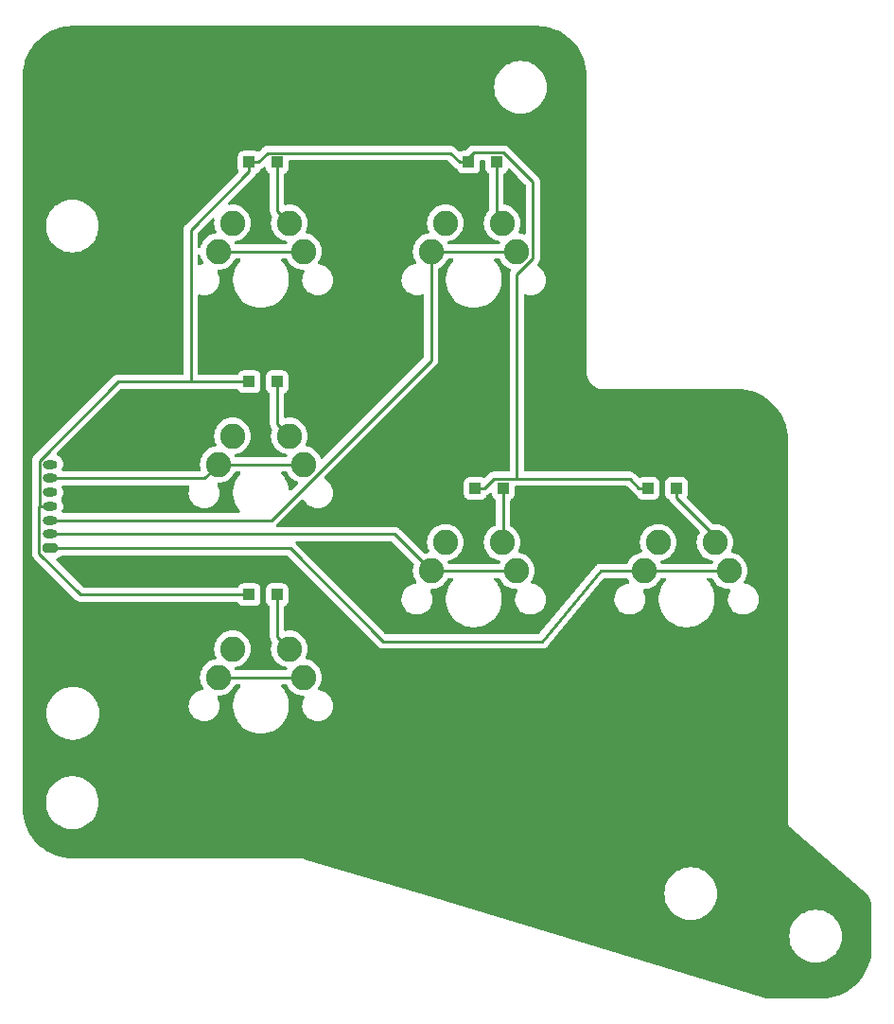
<source format=gbr>
G04 #@! TF.GenerationSoftware,KiCad,Pcbnew,(6.0.2)*
G04 #@! TF.CreationDate,2022-03-15T14:10:59+03:00*
G04 #@! TF.ProjectId,kinesis-thumb-pcb,6b696e65-7369-4732-9d74-68756d622d70,rev?*
G04 #@! TF.SameCoordinates,Original*
G04 #@! TF.FileFunction,Copper,L2,Bot*
G04 #@! TF.FilePolarity,Positive*
%FSLAX46Y46*%
G04 Gerber Fmt 4.6, Leading zero omitted, Abs format (unit mm)*
G04 Created by KiCad (PCBNEW (6.0.2)) date 2022-03-15 14:10:59*
%MOMM*%
%LPD*%
G01*
G04 APERTURE LIST*
G04 Aperture macros list*
%AMRoundRect*
0 Rectangle with rounded corners*
0 $1 Rounding radius*
0 $2 $3 $4 $5 $6 $7 $8 $9 X,Y pos of 4 corners*
0 Add a 4 corners polygon primitive as box body*
4,1,4,$2,$3,$4,$5,$6,$7,$8,$9,$2,$3,0*
0 Add four circle primitives for the rounded corners*
1,1,$1+$1,$2,$3*
1,1,$1+$1,$4,$5*
1,1,$1+$1,$6,$7*
1,1,$1+$1,$8,$9*
0 Add four rect primitives between the rounded corners*
20,1,$1+$1,$2,$3,$4,$5,0*
20,1,$1+$1,$4,$5,$6,$7,0*
20,1,$1+$1,$6,$7,$8,$9,0*
20,1,$1+$1,$8,$9,$2,$3,0*%
G04 Aperture macros list end*
G04 #@! TA.AperFunction,ComponentPad*
%ADD10RoundRect,0.200000X0.450000X-0.200000X0.450000X0.200000X-0.450000X0.200000X-0.450000X-0.200000X0*%
G04 #@! TD*
G04 #@! TA.AperFunction,ComponentPad*
%ADD11O,1.300000X0.800000*%
G04 #@! TD*
G04 #@! TA.AperFunction,ComponentPad*
%ADD12C,2.250000*%
G04 #@! TD*
G04 #@! TA.AperFunction,SMDPad,CuDef*
%ADD13R,1.000000X1.000000*%
G04 #@! TD*
G04 #@! TA.AperFunction,Conductor*
%ADD14C,0.250000*%
G04 #@! TD*
G04 APERTURE END LIST*
D10*
X168473000Y-73223000D03*
D11*
X168473000Y-71973000D03*
X168473000Y-70723000D03*
X168473000Y-69473000D03*
X168473000Y-68223000D03*
X168473000Y-66973000D03*
X168473000Y-65723000D03*
D12*
X202565000Y-75247500D03*
X208915000Y-72707500D03*
X202565000Y-46672500D03*
X208915000Y-44132500D03*
X183515000Y-46672500D03*
X189865000Y-44132500D03*
X183515000Y-65722500D03*
X189865000Y-63182500D03*
X183515000Y-84772500D03*
X189865000Y-82232500D03*
X221615000Y-75247500D03*
X227965000Y-72707500D03*
D13*
X221992000Y-67865700D03*
X224492000Y-67865700D03*
X206514000Y-67865700D03*
X209014000Y-67865700D03*
X205919000Y-38695300D03*
X208419000Y-38695300D03*
X186274000Y-38695300D03*
X188774000Y-38695300D03*
X186274000Y-58340700D03*
X188774000Y-58340700D03*
X186274000Y-77390700D03*
X188774000Y-77390700D03*
D12*
X229235000Y-75247500D03*
X222885000Y-72707500D03*
X210185000Y-75247500D03*
X203835000Y-72707500D03*
X210185000Y-46672500D03*
X203835000Y-44132500D03*
X191135000Y-46672500D03*
X184785000Y-44132500D03*
X191135000Y-65722500D03*
X184785000Y-63182500D03*
X191135000Y-84772500D03*
X184785000Y-82232500D03*
D14*
X211659600Y-47310300D02*
X210212400Y-48757500D01*
X186274000Y-38695300D02*
X186274000Y-39520600D01*
X221992000Y-67865700D02*
X221166700Y-67865700D01*
X209052300Y-37837300D02*
X211659600Y-40444600D01*
X204268400Y-37870000D02*
X205093700Y-38695300D01*
X186274000Y-38695300D02*
X187099300Y-38695300D01*
X181041400Y-58340700D02*
X181041400Y-44753200D01*
X181041400Y-44753200D02*
X186274000Y-39520600D01*
X167497700Y-69473000D02*
X167497700Y-65397500D01*
X205919000Y-38695300D02*
X205506400Y-38695300D01*
X205506400Y-38695300D02*
X206364400Y-37837300D01*
X205506400Y-38695300D02*
X205093700Y-38695300D01*
X167610300Y-69473000D02*
X167497700Y-69473000D01*
X210212400Y-67022600D02*
X208182400Y-67022600D01*
X167497700Y-65397500D02*
X174554500Y-58340700D01*
X187924600Y-37870000D02*
X204268400Y-37870000D01*
X171183000Y-77390700D02*
X186274000Y-77390700D01*
X221166700Y-67865700D02*
X220323600Y-67022600D01*
X206514000Y-67865700D02*
X207339300Y-67865700D01*
X206364400Y-37837300D02*
X209052300Y-37837300D01*
X210212400Y-48757500D02*
X210212400Y-67022600D01*
X168473000Y-69473000D02*
X167610300Y-69473000D01*
X220323600Y-67022600D02*
X210212400Y-67022600D01*
X167482900Y-73690600D02*
X171183000Y-77390700D01*
X181041400Y-58340700D02*
X186274000Y-58340700D01*
X187099300Y-38695300D02*
X187924600Y-37870000D01*
X167497700Y-69473000D02*
X167482900Y-69487800D01*
X174554500Y-58340700D02*
X181041400Y-58340700D01*
X208182400Y-67022600D02*
X207339300Y-67865700D01*
X211659600Y-40444600D02*
X211659600Y-47310300D01*
X167482900Y-69487800D02*
X167482900Y-73690600D01*
X208915000Y-72707500D02*
X209014000Y-72608500D01*
X209014000Y-72608500D02*
X209014000Y-67865700D01*
X208915000Y-44132500D02*
X208419000Y-43636500D01*
X208419000Y-43636500D02*
X208419000Y-38695300D01*
X229235000Y-75247500D02*
X221615000Y-75247500D01*
X217732600Y-75247500D02*
X212526384Y-81557744D01*
X221615000Y-75247500D02*
X217732600Y-75247500D01*
X198238896Y-81557744D02*
X189945900Y-73223000D01*
X212526384Y-81557744D02*
X198238896Y-81557744D01*
X189945900Y-73223000D02*
X168473000Y-73223000D01*
X210185000Y-75247500D02*
X202565000Y-75247500D01*
X202565000Y-75247500D02*
X199290500Y-71973000D01*
X199290500Y-71973000D02*
X168473000Y-71973000D01*
X202565000Y-56405000D02*
X188247000Y-70723000D01*
X202565000Y-46672500D02*
X202565000Y-56405000D01*
X210185000Y-46672500D02*
X202565000Y-46672500D01*
X188247000Y-70723000D02*
X168473000Y-70723000D01*
X191135000Y-46672500D02*
X183515000Y-46672500D01*
X191135000Y-65722500D02*
X183515000Y-65722500D01*
X182264500Y-66973000D02*
X168473000Y-66973000D01*
X183515000Y-65722500D02*
X182264500Y-66973000D01*
X191135000Y-84772500D02*
X183515000Y-84772500D01*
X188774000Y-43041500D02*
X188774000Y-38695300D01*
X189865000Y-44132500D02*
X188774000Y-43041500D01*
X188774000Y-62091500D02*
X188774000Y-58340700D01*
X189865000Y-63182500D02*
X188774000Y-62091500D01*
X189865000Y-82232500D02*
X188774000Y-81141500D01*
X188774000Y-81141500D02*
X188774000Y-77390700D01*
X227965000Y-72707500D02*
X227965000Y-72164000D01*
X224492000Y-67865700D02*
X224492000Y-68691000D01*
X227965000Y-72164000D02*
X224492000Y-68691000D01*
G04 #@! TA.AperFunction,NonConductor*
G36*
X209586216Y-39274254D02*
G01*
X209614741Y-39295645D01*
X210321537Y-40002442D01*
X210989195Y-40670100D01*
X211023221Y-40732412D01*
X211026100Y-40759195D01*
X211026100Y-45064235D01*
X211006098Y-45132356D01*
X210952442Y-45178849D01*
X210882168Y-45188953D01*
X210851885Y-45180645D01*
X210691340Y-45114145D01*
X210483450Y-45064235D01*
X210456530Y-45057772D01*
X210394961Y-45022420D01*
X210362278Y-44959393D01*
X210368859Y-44888702D01*
X210372933Y-44879695D01*
X210374960Y-44876387D01*
X210431025Y-44741035D01*
X210471461Y-44643413D01*
X210471462Y-44643411D01*
X210473355Y-44638840D01*
X210500490Y-44525816D01*
X210532223Y-44393639D01*
X210532224Y-44393633D01*
X210533378Y-44388826D01*
X210553551Y-44132500D01*
X210533378Y-43876174D01*
X210532221Y-43871352D01*
X210474510Y-43630972D01*
X210473355Y-43626160D01*
X210471461Y-43621587D01*
X210376855Y-43393187D01*
X210376853Y-43393183D01*
X210374960Y-43388613D01*
X210240616Y-43169384D01*
X210073631Y-42973869D01*
X209878116Y-42806884D01*
X209658887Y-42672540D01*
X209654317Y-42670647D01*
X209654313Y-42670645D01*
X209425913Y-42576039D01*
X209425911Y-42576038D01*
X209421340Y-42574145D01*
X209334498Y-42553296D01*
X209176139Y-42515277D01*
X209176133Y-42515276D01*
X209171326Y-42514122D01*
X209166394Y-42513734D01*
X209161501Y-42512959D01*
X209161765Y-42511293D01*
X209102289Y-42488636D01*
X209060140Y-42431504D01*
X209052500Y-42388297D01*
X209052500Y-39775682D01*
X209072502Y-39707561D01*
X209126158Y-39661068D01*
X209134269Y-39657701D01*
X209157293Y-39649069D01*
X209157297Y-39649067D01*
X209165705Y-39645915D01*
X209282261Y-39558561D01*
X209369615Y-39442005D01*
X209407664Y-39340510D01*
X209450306Y-39283746D01*
X209516867Y-39259046D01*
X209586216Y-39274254D01*
G37*
G04 #@! TD.AperFunction*
G04 #@! TA.AperFunction,NonConductor*
G36*
X187732817Y-39149162D02*
G01*
X187763776Y-39213053D01*
X187765500Y-39233826D01*
X187765500Y-39243434D01*
X187772255Y-39305616D01*
X187823385Y-39442005D01*
X187910739Y-39558561D01*
X188027295Y-39645915D01*
X188035703Y-39649067D01*
X188035707Y-39649069D01*
X188058731Y-39657701D01*
X188115495Y-39700343D01*
X188140194Y-39766905D01*
X188140500Y-39775682D01*
X188140500Y-42962733D01*
X188139973Y-42973916D01*
X188138298Y-42981409D01*
X188138547Y-42989335D01*
X188138547Y-42989336D01*
X188140438Y-43049486D01*
X188140500Y-43053445D01*
X188140500Y-43081356D01*
X188140997Y-43085290D01*
X188140997Y-43085291D01*
X188141005Y-43085356D01*
X188141938Y-43097193D01*
X188143327Y-43141389D01*
X188148978Y-43160839D01*
X188152987Y-43180200D01*
X188155526Y-43200297D01*
X188158445Y-43207668D01*
X188158445Y-43207670D01*
X188171804Y-43241412D01*
X188175649Y-43252642D01*
X188187982Y-43295093D01*
X188192015Y-43301912D01*
X188192017Y-43301917D01*
X188198293Y-43312528D01*
X188206988Y-43330276D01*
X188214448Y-43349117D01*
X188219110Y-43355533D01*
X188219110Y-43355534D01*
X188240436Y-43384887D01*
X188246952Y-43394807D01*
X188269458Y-43432862D01*
X188283779Y-43447183D01*
X188296617Y-43462213D01*
X188304777Y-43473444D01*
X188328637Y-43540309D01*
X188319251Y-43595726D01*
X188308541Y-43621581D01*
X188308539Y-43621587D01*
X188306645Y-43626160D01*
X188305490Y-43630972D01*
X188247780Y-43871352D01*
X188246622Y-43876174D01*
X188226449Y-44132500D01*
X188246622Y-44388826D01*
X188247776Y-44393633D01*
X188247777Y-44393639D01*
X188279510Y-44525816D01*
X188306645Y-44638840D01*
X188308538Y-44643411D01*
X188308539Y-44643413D01*
X188345707Y-44733143D01*
X188405040Y-44876387D01*
X188539384Y-45095616D01*
X188706369Y-45291131D01*
X188901884Y-45458116D01*
X189121113Y-45592460D01*
X189125683Y-45594353D01*
X189125687Y-45594355D01*
X189354087Y-45688961D01*
X189358660Y-45690855D01*
X189420157Y-45705619D01*
X189593470Y-45747228D01*
X189655039Y-45782580D01*
X189687722Y-45845607D01*
X189681141Y-45916298D01*
X189677067Y-45925305D01*
X189675040Y-45928613D01*
X189673145Y-45933189D01*
X189673144Y-45933190D01*
X189661535Y-45961217D01*
X189616988Y-46016498D01*
X189545126Y-46039000D01*
X185104874Y-46039000D01*
X185036753Y-46018998D01*
X184988465Y-45961217D01*
X184976856Y-45933190D01*
X184976855Y-45933189D01*
X184974960Y-45928613D01*
X184973559Y-45926326D01*
X184960573Y-45857169D01*
X184987276Y-45791385D01*
X185045304Y-45750481D01*
X185056530Y-45747228D01*
X185229843Y-45705619D01*
X185291340Y-45690855D01*
X185295913Y-45688961D01*
X185524313Y-45594355D01*
X185524317Y-45594353D01*
X185528887Y-45592460D01*
X185748116Y-45458116D01*
X185943631Y-45291131D01*
X186110616Y-45095616D01*
X186244960Y-44876387D01*
X186304294Y-44733143D01*
X186341461Y-44643413D01*
X186341462Y-44643411D01*
X186343355Y-44638840D01*
X186370490Y-44525816D01*
X186402223Y-44393639D01*
X186402224Y-44393633D01*
X186403378Y-44388826D01*
X186423551Y-44132500D01*
X186403378Y-43876174D01*
X186402221Y-43871352D01*
X186344510Y-43630972D01*
X186343355Y-43626160D01*
X186341461Y-43621587D01*
X186246855Y-43393187D01*
X186246853Y-43393183D01*
X186244960Y-43388613D01*
X186110616Y-43169384D01*
X185943631Y-42973869D01*
X185748116Y-42806884D01*
X185528887Y-42672540D01*
X185524317Y-42670647D01*
X185524313Y-42670645D01*
X185295913Y-42576039D01*
X185295911Y-42576038D01*
X185291340Y-42574145D01*
X185204498Y-42553296D01*
X185046139Y-42515277D01*
X185046133Y-42515276D01*
X185041326Y-42514122D01*
X184785000Y-42493949D01*
X184528674Y-42514122D01*
X184523860Y-42515278D01*
X184523852Y-42515279D01*
X184499502Y-42521125D01*
X184428594Y-42517579D01*
X184370860Y-42476260D01*
X184344629Y-42410286D01*
X184358231Y-42340605D01*
X184380992Y-42309512D01*
X186666253Y-40024252D01*
X186674539Y-40016712D01*
X186681018Y-40012600D01*
X186727644Y-39962948D01*
X186730398Y-39960107D01*
X186750135Y-39940370D01*
X186752615Y-39937173D01*
X186760320Y-39928151D01*
X186785159Y-39901700D01*
X186790586Y-39895921D01*
X186794405Y-39888975D01*
X186794407Y-39888972D01*
X186800348Y-39878166D01*
X186811199Y-39861647D01*
X186818758Y-39851901D01*
X186823614Y-39845641D01*
X186826759Y-39838372D01*
X186826762Y-39838368D01*
X186841174Y-39805063D01*
X186846391Y-39794413D01*
X186867695Y-39755660D01*
X186869666Y-39747983D01*
X186870216Y-39746594D01*
X186913889Y-39690620D01*
X186943138Y-39674994D01*
X187012297Y-39649067D01*
X187020705Y-39645915D01*
X187137261Y-39558561D01*
X187224615Y-39442005D01*
X187254366Y-39362645D01*
X187297008Y-39305881D01*
X187337195Y-39285879D01*
X187352893Y-39281318D01*
X187359712Y-39277285D01*
X187359717Y-39277283D01*
X187370328Y-39271007D01*
X187388076Y-39262312D01*
X187406917Y-39254852D01*
X187427287Y-39240053D01*
X187442687Y-39228864D01*
X187452607Y-39222348D01*
X187483835Y-39203880D01*
X187483838Y-39203878D01*
X187490662Y-39199842D01*
X187504983Y-39185521D01*
X187520017Y-39172680D01*
X187521732Y-39171434D01*
X187536407Y-39160772D01*
X187541461Y-39154663D01*
X187541465Y-39154659D01*
X187542418Y-39153508D01*
X187543393Y-39152850D01*
X187547241Y-39149236D01*
X187547824Y-39149857D01*
X187601252Y-39113771D01*
X187672231Y-39112151D01*
X187732817Y-39149162D01*
G37*
G04 #@! TD.AperFunction*
G04 #@! TA.AperFunction,NonConductor*
G36*
X183095139Y-43699531D02*
G01*
X183151975Y-43742078D01*
X183176786Y-43808598D01*
X183173625Y-43847002D01*
X183167779Y-43871352D01*
X183167778Y-43871360D01*
X183166622Y-43876174D01*
X183146449Y-44132500D01*
X183166622Y-44388826D01*
X183167776Y-44393633D01*
X183167777Y-44393639D01*
X183199510Y-44525816D01*
X183226645Y-44638840D01*
X183228538Y-44643411D01*
X183228539Y-44643413D01*
X183268975Y-44741035D01*
X183325040Y-44876387D01*
X183326441Y-44878674D01*
X183339427Y-44947831D01*
X183312724Y-45013615D01*
X183254696Y-45054519D01*
X183243470Y-45057772D01*
X183216550Y-45064235D01*
X183008660Y-45114145D01*
X183004089Y-45116038D01*
X183004087Y-45116039D01*
X182775687Y-45210645D01*
X182775683Y-45210647D01*
X182771113Y-45212540D01*
X182551884Y-45346884D01*
X182356369Y-45513869D01*
X182189384Y-45709384D01*
X182055040Y-45928613D01*
X181956645Y-46166160D01*
X181955490Y-46170972D01*
X181923419Y-46304556D01*
X181888067Y-46366125D01*
X181825040Y-46398808D01*
X181754349Y-46392227D01*
X181698438Y-46348473D01*
X181674900Y-46275142D01*
X181674900Y-45067794D01*
X181694902Y-44999673D01*
X181711805Y-44978699D01*
X182962012Y-43728492D01*
X183024324Y-43694466D01*
X183095139Y-43699531D01*
G37*
G04 #@! TD.AperFunction*
G04 #@! TA.AperFunction,NonConductor*
G36*
X181883412Y-46974634D02*
G01*
X181923419Y-47040444D01*
X181956645Y-47178840D01*
X181958538Y-47183411D01*
X181958539Y-47183413D01*
X182053144Y-47411809D01*
X182055040Y-47416387D01*
X182189384Y-47635616D01*
X182190919Y-47637414D01*
X182214541Y-47703598D01*
X182198467Y-47772751D01*
X182147558Y-47822236D01*
X182099401Y-47836352D01*
X182016363Y-47843398D01*
X182016359Y-47843399D01*
X182011052Y-47843849D01*
X182005897Y-47845187D01*
X182005891Y-47845188D01*
X181926524Y-47865788D01*
X181832552Y-47890178D01*
X181761593Y-47887931D01*
X181703112Y-47847676D01*
X181675677Y-47782195D01*
X181674900Y-47768219D01*
X181674900Y-47069858D01*
X181694902Y-47001737D01*
X181748558Y-46955244D01*
X181818832Y-46945140D01*
X181883412Y-46974634D01*
G37*
G04 #@! TD.AperFunction*
G04 #@! TA.AperFunction,NonConductor*
G36*
X207352621Y-38490802D02*
G01*
X207399114Y-38544458D01*
X207410500Y-38596800D01*
X207410500Y-39243434D01*
X207417255Y-39305616D01*
X207468385Y-39442005D01*
X207555739Y-39558561D01*
X207672295Y-39645915D01*
X207680703Y-39649067D01*
X207680707Y-39649069D01*
X207703731Y-39657701D01*
X207760495Y-39700343D01*
X207785194Y-39766905D01*
X207785500Y-39775682D01*
X207785500Y-42893278D01*
X207765498Y-42961399D01*
X207755312Y-42975106D01*
X207589384Y-43169384D01*
X207455040Y-43388613D01*
X207453147Y-43393183D01*
X207453145Y-43393187D01*
X207358539Y-43621587D01*
X207356645Y-43626160D01*
X207355490Y-43630972D01*
X207297780Y-43871352D01*
X207296622Y-43876174D01*
X207276449Y-44132500D01*
X207296622Y-44388826D01*
X207297776Y-44393633D01*
X207297777Y-44393639D01*
X207329510Y-44525816D01*
X207356645Y-44638840D01*
X207358538Y-44643411D01*
X207358539Y-44643413D01*
X207395707Y-44733143D01*
X207455040Y-44876387D01*
X207589384Y-45095616D01*
X207756369Y-45291131D01*
X207951884Y-45458116D01*
X208171113Y-45592460D01*
X208175683Y-45594353D01*
X208175687Y-45594355D01*
X208404087Y-45688961D01*
X208408660Y-45690855D01*
X208470157Y-45705619D01*
X208643470Y-45747228D01*
X208705039Y-45782580D01*
X208737722Y-45845607D01*
X208731141Y-45916298D01*
X208727067Y-45925305D01*
X208725040Y-45928613D01*
X208723145Y-45933189D01*
X208723144Y-45933190D01*
X208711535Y-45961217D01*
X208666988Y-46016498D01*
X208595126Y-46039000D01*
X204154874Y-46039000D01*
X204086753Y-46018998D01*
X204038465Y-45961217D01*
X204026856Y-45933190D01*
X204026855Y-45933189D01*
X204024960Y-45928613D01*
X204023559Y-45926326D01*
X204010573Y-45857169D01*
X204037276Y-45791385D01*
X204095304Y-45750481D01*
X204106530Y-45747228D01*
X204279843Y-45705619D01*
X204341340Y-45690855D01*
X204345913Y-45688961D01*
X204574313Y-45594355D01*
X204574317Y-45594353D01*
X204578887Y-45592460D01*
X204798116Y-45458116D01*
X204993631Y-45291131D01*
X205160616Y-45095616D01*
X205294960Y-44876387D01*
X205354294Y-44733143D01*
X205391461Y-44643413D01*
X205391462Y-44643411D01*
X205393355Y-44638840D01*
X205420490Y-44525816D01*
X205452223Y-44393639D01*
X205452224Y-44393633D01*
X205453378Y-44388826D01*
X205473551Y-44132500D01*
X205453378Y-43876174D01*
X205452221Y-43871352D01*
X205394510Y-43630972D01*
X205393355Y-43626160D01*
X205391461Y-43621587D01*
X205296855Y-43393187D01*
X205296853Y-43393183D01*
X205294960Y-43388613D01*
X205160616Y-43169384D01*
X204993631Y-42973869D01*
X204798116Y-42806884D01*
X204578887Y-42672540D01*
X204574317Y-42670647D01*
X204574313Y-42670645D01*
X204345913Y-42576039D01*
X204345911Y-42576038D01*
X204341340Y-42574145D01*
X204254498Y-42553296D01*
X204096139Y-42515277D01*
X204096133Y-42515276D01*
X204091326Y-42514122D01*
X203835000Y-42493949D01*
X203578674Y-42514122D01*
X203573867Y-42515276D01*
X203573861Y-42515277D01*
X203415502Y-42553296D01*
X203328660Y-42574145D01*
X203324089Y-42576038D01*
X203324087Y-42576039D01*
X203095687Y-42670645D01*
X203095683Y-42670647D01*
X203091113Y-42672540D01*
X202871884Y-42806884D01*
X202676369Y-42973869D01*
X202509384Y-43169384D01*
X202375040Y-43388613D01*
X202373147Y-43393183D01*
X202373145Y-43393187D01*
X202278539Y-43621587D01*
X202276645Y-43626160D01*
X202275490Y-43630972D01*
X202217780Y-43871352D01*
X202216622Y-43876174D01*
X202196449Y-44132500D01*
X202216622Y-44388826D01*
X202217776Y-44393633D01*
X202217777Y-44393639D01*
X202249510Y-44525816D01*
X202276645Y-44638840D01*
X202278538Y-44643411D01*
X202278539Y-44643413D01*
X202318975Y-44741035D01*
X202375040Y-44876387D01*
X202376441Y-44878674D01*
X202389427Y-44947831D01*
X202362724Y-45013615D01*
X202304696Y-45054519D01*
X202293470Y-45057772D01*
X202266550Y-45064235D01*
X202058660Y-45114145D01*
X202054089Y-45116038D01*
X202054087Y-45116039D01*
X201825687Y-45210645D01*
X201825683Y-45210647D01*
X201821113Y-45212540D01*
X201601884Y-45346884D01*
X201406369Y-45513869D01*
X201239384Y-45709384D01*
X201105040Y-45928613D01*
X201006645Y-46166160D01*
X201005490Y-46170972D01*
X200958638Y-46366125D01*
X200946622Y-46416174D01*
X200926449Y-46672500D01*
X200946622Y-46928826D01*
X200947776Y-46933633D01*
X200947777Y-46933639D01*
X200964126Y-47001737D01*
X201006645Y-47178840D01*
X201008538Y-47183411D01*
X201008539Y-47183413D01*
X201103144Y-47411809D01*
X201105040Y-47416387D01*
X201239384Y-47635616D01*
X201240919Y-47637414D01*
X201264541Y-47703598D01*
X201248467Y-47772751D01*
X201197558Y-47822236D01*
X201149401Y-47836352D01*
X201066363Y-47843398D01*
X201066359Y-47843399D01*
X201061052Y-47843849D01*
X201055897Y-47845187D01*
X201055891Y-47845188D01*
X200882552Y-47890178D01*
X200833794Y-47902833D01*
X200828928Y-47905025D01*
X200828925Y-47905026D01*
X200624583Y-47997076D01*
X200624580Y-47997077D01*
X200619722Y-47999266D01*
X200424959Y-48130388D01*
X200421102Y-48134067D01*
X200421100Y-48134069D01*
X200420798Y-48134357D01*
X200255073Y-48292451D01*
X200251891Y-48296728D01*
X200251890Y-48296729D01*
X200215514Y-48345620D01*
X200114922Y-48480821D01*
X200112506Y-48485572D01*
X200112504Y-48485576D01*
X200010931Y-48685356D01*
X200008513Y-48690112D01*
X199938889Y-48914340D01*
X199938188Y-48919629D01*
X199921092Y-49048616D01*
X199908039Y-49147093D01*
X199916848Y-49381716D01*
X199917943Y-49386934D01*
X199942794Y-49505371D01*
X199965062Y-49611501D01*
X200051302Y-49829877D01*
X200173104Y-50030600D01*
X200326985Y-50207932D01*
X200331117Y-50211320D01*
X200504416Y-50353417D01*
X200504422Y-50353421D01*
X200508544Y-50356801D01*
X200513180Y-50359440D01*
X200513183Y-50359442D01*
X200684168Y-50456772D01*
X200712590Y-50472951D01*
X200933289Y-50553061D01*
X200938538Y-50554010D01*
X200938541Y-50554011D01*
X201019615Y-50568671D01*
X201164330Y-50594840D01*
X201168469Y-50595035D01*
X201168476Y-50595036D01*
X201187440Y-50595930D01*
X201187449Y-50595930D01*
X201188929Y-50596000D01*
X201353950Y-50596000D01*
X201435527Y-50589078D01*
X201523637Y-50581602D01*
X201523641Y-50581601D01*
X201528948Y-50581151D01*
X201534103Y-50579813D01*
X201534109Y-50579812D01*
X201716467Y-50532481D01*
X201756206Y-50522167D01*
X201761071Y-50519975D01*
X201763648Y-50519068D01*
X201834545Y-50515307D01*
X201896220Y-50550473D01*
X201929093Y-50613401D01*
X201931500Y-50637914D01*
X201931500Y-56090406D01*
X201911498Y-56158527D01*
X201894595Y-56179501D01*
X192874900Y-65199196D01*
X192812588Y-65233222D01*
X192741773Y-65228157D01*
X192684937Y-65185610D01*
X192669398Y-65158322D01*
X192599656Y-64989949D01*
X192596855Y-64983187D01*
X192596853Y-64983183D01*
X192594960Y-64978613D01*
X192460616Y-64759384D01*
X192293631Y-64563869D01*
X192098116Y-64396884D01*
X191878887Y-64262540D01*
X191874317Y-64260647D01*
X191874313Y-64260645D01*
X191645913Y-64166039D01*
X191645911Y-64166038D01*
X191641340Y-64164145D01*
X191492624Y-64128441D01*
X191406530Y-64107772D01*
X191344961Y-64072420D01*
X191312278Y-64009393D01*
X191318859Y-63938702D01*
X191322933Y-63929695D01*
X191324960Y-63926387D01*
X191423355Y-63688840D01*
X191468059Y-63502635D01*
X191482223Y-63443639D01*
X191482224Y-63443633D01*
X191483378Y-63438826D01*
X191503551Y-63182500D01*
X191483378Y-62926174D01*
X191423355Y-62676160D01*
X191421461Y-62671587D01*
X191326855Y-62443187D01*
X191326853Y-62443183D01*
X191324960Y-62438613D01*
X191190616Y-62219384D01*
X191023631Y-62023869D01*
X190828116Y-61856884D01*
X190608887Y-61722540D01*
X190604317Y-61720647D01*
X190604313Y-61720645D01*
X190375913Y-61626039D01*
X190375911Y-61626038D01*
X190371340Y-61624145D01*
X190277429Y-61601599D01*
X190126139Y-61565277D01*
X190126133Y-61565276D01*
X190121326Y-61564122D01*
X189865000Y-61543949D01*
X189608674Y-61564122D01*
X189603867Y-61565276D01*
X189603861Y-61565277D01*
X189562914Y-61575108D01*
X189492006Y-61571561D01*
X189434272Y-61530241D01*
X189408042Y-61464267D01*
X189407500Y-61452589D01*
X189407500Y-59421082D01*
X189427502Y-59352961D01*
X189481158Y-59306468D01*
X189489269Y-59303101D01*
X189512293Y-59294469D01*
X189512297Y-59294467D01*
X189520705Y-59291315D01*
X189637261Y-59203961D01*
X189724615Y-59087405D01*
X189775745Y-58951016D01*
X189782500Y-58888834D01*
X189782500Y-57792566D01*
X189775745Y-57730384D01*
X189724615Y-57593995D01*
X189637261Y-57477439D01*
X189520705Y-57390085D01*
X189384316Y-57338955D01*
X189322134Y-57332200D01*
X188225866Y-57332200D01*
X188163684Y-57338955D01*
X188027295Y-57390085D01*
X187910739Y-57477439D01*
X187823385Y-57593995D01*
X187772255Y-57730384D01*
X187765500Y-57792566D01*
X187765500Y-58888834D01*
X187772255Y-58951016D01*
X187823385Y-59087405D01*
X187910739Y-59203961D01*
X188027295Y-59291315D01*
X188035703Y-59294467D01*
X188035707Y-59294469D01*
X188058731Y-59303101D01*
X188115495Y-59345743D01*
X188140194Y-59412305D01*
X188140500Y-59421082D01*
X188140500Y-62012733D01*
X188139973Y-62023916D01*
X188138298Y-62031409D01*
X188138547Y-62039335D01*
X188138547Y-62039336D01*
X188140438Y-62099486D01*
X188140500Y-62103445D01*
X188140500Y-62131356D01*
X188140997Y-62135290D01*
X188140997Y-62135291D01*
X188141005Y-62135356D01*
X188141938Y-62147193D01*
X188143327Y-62191389D01*
X188148978Y-62210839D01*
X188152987Y-62230200D01*
X188155526Y-62250297D01*
X188158445Y-62257668D01*
X188158445Y-62257670D01*
X188171804Y-62291412D01*
X188175649Y-62302642D01*
X188185743Y-62337385D01*
X188187982Y-62345093D01*
X188192015Y-62351912D01*
X188192017Y-62351917D01*
X188198293Y-62362528D01*
X188206988Y-62380276D01*
X188214448Y-62399117D01*
X188219110Y-62405533D01*
X188219110Y-62405534D01*
X188240436Y-62434887D01*
X188246952Y-62444807D01*
X188269458Y-62482862D01*
X188283779Y-62497183D01*
X188296617Y-62512213D01*
X188304777Y-62523444D01*
X188328637Y-62590309D01*
X188319251Y-62645726D01*
X188308541Y-62671581D01*
X188308539Y-62671587D01*
X188306645Y-62676160D01*
X188246622Y-62926174D01*
X188226449Y-63182500D01*
X188246622Y-63438826D01*
X188247776Y-63443633D01*
X188247777Y-63443639D01*
X188261941Y-63502635D01*
X188306645Y-63688840D01*
X188405040Y-63926387D01*
X188539384Y-64145616D01*
X188706369Y-64341131D01*
X188901884Y-64508116D01*
X189121113Y-64642460D01*
X189125683Y-64644353D01*
X189125687Y-64644355D01*
X189354087Y-64738961D01*
X189358660Y-64740855D01*
X189420157Y-64755619D01*
X189593470Y-64797228D01*
X189655039Y-64832580D01*
X189687722Y-64895607D01*
X189681141Y-64966298D01*
X189677067Y-64975305D01*
X189675040Y-64978613D01*
X189673145Y-64983189D01*
X189673144Y-64983190D01*
X189661535Y-65011217D01*
X189616988Y-65066498D01*
X189545126Y-65089000D01*
X185104874Y-65089000D01*
X185036753Y-65068998D01*
X184988465Y-65011217D01*
X184976856Y-64983190D01*
X184976855Y-64983189D01*
X184974960Y-64978613D01*
X184973559Y-64976326D01*
X184960573Y-64907169D01*
X184987276Y-64841385D01*
X185045304Y-64800481D01*
X185056530Y-64797228D01*
X185229843Y-64755619D01*
X185291340Y-64740855D01*
X185295913Y-64738961D01*
X185524313Y-64644355D01*
X185524317Y-64644353D01*
X185528887Y-64642460D01*
X185748116Y-64508116D01*
X185943631Y-64341131D01*
X186110616Y-64145616D01*
X186244960Y-63926387D01*
X186343355Y-63688840D01*
X186388059Y-63502635D01*
X186402223Y-63443639D01*
X186402224Y-63443633D01*
X186403378Y-63438826D01*
X186423551Y-63182500D01*
X186403378Y-62926174D01*
X186343355Y-62676160D01*
X186341461Y-62671587D01*
X186246855Y-62443187D01*
X186246853Y-62443183D01*
X186244960Y-62438613D01*
X186110616Y-62219384D01*
X185943631Y-62023869D01*
X185748116Y-61856884D01*
X185528887Y-61722540D01*
X185524317Y-61720647D01*
X185524313Y-61720645D01*
X185295913Y-61626039D01*
X185295911Y-61626038D01*
X185291340Y-61624145D01*
X185197429Y-61601599D01*
X185046139Y-61565277D01*
X185046133Y-61565276D01*
X185041326Y-61564122D01*
X184785000Y-61543949D01*
X184528674Y-61564122D01*
X184523867Y-61565276D01*
X184523861Y-61565277D01*
X184372571Y-61601599D01*
X184278660Y-61624145D01*
X184274089Y-61626038D01*
X184274087Y-61626039D01*
X184045687Y-61720645D01*
X184045683Y-61720647D01*
X184041113Y-61722540D01*
X183821884Y-61856884D01*
X183626369Y-62023869D01*
X183459384Y-62219384D01*
X183325040Y-62438613D01*
X183323147Y-62443183D01*
X183323145Y-62443187D01*
X183228539Y-62671587D01*
X183226645Y-62676160D01*
X183166622Y-62926174D01*
X183146449Y-63182500D01*
X183166622Y-63438826D01*
X183167776Y-63443633D01*
X183167777Y-63443639D01*
X183181941Y-63502635D01*
X183226645Y-63688840D01*
X183325040Y-63926387D01*
X183326441Y-63928674D01*
X183339427Y-63997831D01*
X183312724Y-64063615D01*
X183254696Y-64104519D01*
X183243470Y-64107772D01*
X183157376Y-64128441D01*
X183008660Y-64164145D01*
X183004089Y-64166038D01*
X183004087Y-64166039D01*
X182775687Y-64260645D01*
X182775683Y-64260647D01*
X182771113Y-64262540D01*
X182551884Y-64396884D01*
X182356369Y-64563869D01*
X182189384Y-64759384D01*
X182055040Y-64978613D01*
X182053147Y-64983183D01*
X182053145Y-64983187D01*
X181963021Y-65200766D01*
X181956645Y-65216160D01*
X181945394Y-65263024D01*
X181901185Y-65447169D01*
X181896622Y-65466174D01*
X181876449Y-65722500D01*
X181896622Y-65978826D01*
X181897776Y-65983633D01*
X181897777Y-65983639D01*
X181902975Y-66005288D01*
X181940659Y-66162251D01*
X181945901Y-66184086D01*
X181942354Y-66254994D01*
X181901034Y-66312728D01*
X181835061Y-66338958D01*
X181823382Y-66339500D01*
X169637017Y-66339500D01*
X169568896Y-66319498D01*
X169522403Y-66265842D01*
X169512299Y-66195568D01*
X169521910Y-66162251D01*
X169589109Y-66011319D01*
X169589109Y-66011318D01*
X169591794Y-66005288D01*
X169631500Y-65818487D01*
X169631500Y-65627513D01*
X169591794Y-65440712D01*
X169589109Y-65434681D01*
X169516803Y-65272278D01*
X169516802Y-65272276D01*
X169514118Y-65266248D01*
X169401866Y-65111747D01*
X169358232Y-65072459D01*
X169264852Y-64988379D01*
X169264851Y-64988378D01*
X169259944Y-64983960D01*
X169254231Y-64980661D01*
X169254226Y-64980658D01*
X169115087Y-64900326D01*
X169066094Y-64848943D01*
X169052658Y-64779229D01*
X169079045Y-64713319D01*
X169088992Y-64702112D01*
X174779999Y-59011105D01*
X174842311Y-58977079D01*
X174869094Y-58974200D01*
X180969607Y-58974200D01*
X180993216Y-58976432D01*
X180993519Y-58976490D01*
X180993523Y-58976490D01*
X181001306Y-58977975D01*
X181057351Y-58974449D01*
X181065262Y-58974200D01*
X185193618Y-58974200D01*
X185261739Y-58994202D01*
X185308232Y-59047858D01*
X185311599Y-59055969D01*
X185320231Y-59078993D01*
X185323385Y-59087405D01*
X185410739Y-59203961D01*
X185527295Y-59291315D01*
X185663684Y-59342445D01*
X185725866Y-59349200D01*
X186822134Y-59349200D01*
X186884316Y-59342445D01*
X187020705Y-59291315D01*
X187137261Y-59203961D01*
X187224615Y-59087405D01*
X187275745Y-58951016D01*
X187282500Y-58888834D01*
X187282500Y-57792566D01*
X187275745Y-57730384D01*
X187224615Y-57593995D01*
X187137261Y-57477439D01*
X187020705Y-57390085D01*
X186884316Y-57338955D01*
X186822134Y-57332200D01*
X185725866Y-57332200D01*
X185663684Y-57338955D01*
X185527295Y-57390085D01*
X185410739Y-57477439D01*
X185323385Y-57593995D01*
X185320233Y-57602403D01*
X185320231Y-57602407D01*
X185311599Y-57625431D01*
X185268957Y-57682195D01*
X185202395Y-57706894D01*
X185193618Y-57707200D01*
X181800900Y-57707200D01*
X181732779Y-57687198D01*
X181686286Y-57633542D01*
X181674900Y-57581200D01*
X181674900Y-50657199D01*
X181694902Y-50589078D01*
X181748558Y-50542585D01*
X181818832Y-50532481D01*
X181843888Y-50538759D01*
X181883289Y-50553061D01*
X181888538Y-50554010D01*
X181888541Y-50554011D01*
X181969615Y-50568671D01*
X182114330Y-50594840D01*
X182118469Y-50595035D01*
X182118476Y-50595036D01*
X182137440Y-50595930D01*
X182137449Y-50595930D01*
X182138929Y-50596000D01*
X182303950Y-50596000D01*
X182385527Y-50589078D01*
X182473637Y-50581602D01*
X182473641Y-50581601D01*
X182478948Y-50581151D01*
X182484103Y-50579813D01*
X182484109Y-50579812D01*
X182682079Y-50528429D01*
X182706206Y-50522167D01*
X182711072Y-50519975D01*
X182711075Y-50519974D01*
X182915417Y-50427924D01*
X182915420Y-50427923D01*
X182920278Y-50425734D01*
X183115041Y-50294612D01*
X183284927Y-50132549D01*
X183425078Y-49944179D01*
X183485719Y-49824908D01*
X183529069Y-49739644D01*
X183529069Y-49739643D01*
X183531487Y-49734888D01*
X183601111Y-49510660D01*
X183618202Y-49381716D01*
X183631261Y-49283190D01*
X183631261Y-49283187D01*
X183631961Y-49277907D01*
X183623152Y-49043284D01*
X183605358Y-48958478D01*
X183576035Y-48818726D01*
X183576034Y-48818723D01*
X183574938Y-48813499D01*
X183488698Y-48595123D01*
X183485928Y-48590559D01*
X183485926Y-48590554D01*
X183431522Y-48500898D01*
X183413283Y-48432284D01*
X183435035Y-48364702D01*
X183489871Y-48319608D01*
X183529353Y-48309921D01*
X183771326Y-48290878D01*
X183776133Y-48289724D01*
X183776139Y-48289723D01*
X183934498Y-48251704D01*
X184021340Y-48230855D01*
X184025913Y-48228961D01*
X184254313Y-48134355D01*
X184254317Y-48134353D01*
X184258887Y-48132460D01*
X184478116Y-47998116D01*
X184673631Y-47831131D01*
X184840616Y-47635616D01*
X184974960Y-47416387D01*
X184976855Y-47411813D01*
X184976857Y-47411809D01*
X184988465Y-47383783D01*
X185033012Y-47328502D01*
X185104874Y-47306000D01*
X185391358Y-47306000D01*
X185459479Y-47326002D01*
X185505972Y-47379658D01*
X185516076Y-47449932D01*
X185483208Y-47518253D01*
X185393055Y-47614256D01*
X185390728Y-47617458D01*
X185390727Y-47617460D01*
X185377864Y-47635164D01*
X185207976Y-47868996D01*
X185206069Y-47872465D01*
X185206067Y-47872468D01*
X185058187Y-48141461D01*
X185056284Y-48144923D01*
X184940370Y-48437687D01*
X184862064Y-48742670D01*
X184822600Y-49055062D01*
X184822600Y-49369938D01*
X184862064Y-49682330D01*
X184940370Y-49987313D01*
X185056284Y-50280077D01*
X185058186Y-50283536D01*
X185058187Y-50283539D01*
X185192817Y-50528429D01*
X185207976Y-50556004D01*
X185393055Y-50810744D01*
X185608602Y-51040278D01*
X185851218Y-51240987D01*
X186117076Y-51409706D01*
X186120655Y-51411390D01*
X186120662Y-51411394D01*
X186398394Y-51542084D01*
X186398398Y-51542086D01*
X186401984Y-51543773D01*
X186701448Y-51641075D01*
X187010746Y-51700077D01*
X187104300Y-51705963D01*
X187244358Y-51714775D01*
X187244374Y-51714776D01*
X187246353Y-51714900D01*
X187403647Y-51714900D01*
X187405626Y-51714776D01*
X187405642Y-51714775D01*
X187545700Y-51705963D01*
X187639254Y-51700077D01*
X187948552Y-51641075D01*
X188248016Y-51543773D01*
X188251602Y-51542086D01*
X188251606Y-51542084D01*
X188529338Y-51411394D01*
X188529345Y-51411390D01*
X188532924Y-51409706D01*
X188798782Y-51240987D01*
X189041398Y-51040278D01*
X189256945Y-50810744D01*
X189442024Y-50556004D01*
X189457184Y-50528429D01*
X189591813Y-50283539D01*
X189591814Y-50283536D01*
X189593716Y-50280077D01*
X189709630Y-49987313D01*
X189787936Y-49682330D01*
X189827400Y-49369938D01*
X189827400Y-49055062D01*
X189787936Y-48742670D01*
X189709630Y-48437687D01*
X189593716Y-48144923D01*
X189591813Y-48141461D01*
X189443933Y-47872468D01*
X189443931Y-47872465D01*
X189442024Y-47868996D01*
X189272136Y-47635164D01*
X189259273Y-47617460D01*
X189259272Y-47617458D01*
X189256945Y-47614256D01*
X189166792Y-47518253D01*
X189134741Y-47454903D01*
X189142028Y-47384281D01*
X189186339Y-47328810D01*
X189258642Y-47306000D01*
X189545126Y-47306000D01*
X189613247Y-47326002D01*
X189661535Y-47383783D01*
X189673143Y-47411809D01*
X189673145Y-47411813D01*
X189675040Y-47416387D01*
X189809384Y-47635616D01*
X189976369Y-47831131D01*
X190171884Y-47998116D01*
X190391113Y-48132460D01*
X190395683Y-48134353D01*
X190395687Y-48134355D01*
X190624087Y-48228961D01*
X190628660Y-48230855D01*
X190715502Y-48251704D01*
X190873861Y-48289723D01*
X190873867Y-48289724D01*
X190878674Y-48290878D01*
X191116644Y-48309606D01*
X191182984Y-48334891D01*
X191225124Y-48392029D01*
X191229683Y-48462879D01*
X191219074Y-48492323D01*
X191120931Y-48685356D01*
X191118513Y-48690112D01*
X191048889Y-48914340D01*
X191048188Y-48919629D01*
X191031092Y-49048616D01*
X191018039Y-49147093D01*
X191026848Y-49381716D01*
X191027943Y-49386934D01*
X191052794Y-49505371D01*
X191075062Y-49611501D01*
X191161302Y-49829877D01*
X191283104Y-50030600D01*
X191436985Y-50207932D01*
X191441117Y-50211320D01*
X191614416Y-50353417D01*
X191614422Y-50353421D01*
X191618544Y-50356801D01*
X191623180Y-50359440D01*
X191623183Y-50359442D01*
X191794168Y-50456772D01*
X191822590Y-50472951D01*
X192043289Y-50553061D01*
X192048538Y-50554010D01*
X192048541Y-50554011D01*
X192129615Y-50568671D01*
X192274330Y-50594840D01*
X192278469Y-50595035D01*
X192278476Y-50595036D01*
X192297440Y-50595930D01*
X192297449Y-50595930D01*
X192298929Y-50596000D01*
X192463950Y-50596000D01*
X192545527Y-50589078D01*
X192633637Y-50581602D01*
X192633641Y-50581601D01*
X192638948Y-50581151D01*
X192644103Y-50579813D01*
X192644109Y-50579812D01*
X192842079Y-50528429D01*
X192866206Y-50522167D01*
X192871072Y-50519975D01*
X192871075Y-50519974D01*
X193075417Y-50427924D01*
X193075420Y-50427923D01*
X193080278Y-50425734D01*
X193275041Y-50294612D01*
X193444927Y-50132549D01*
X193585078Y-49944179D01*
X193645719Y-49824908D01*
X193689069Y-49739644D01*
X193689069Y-49739643D01*
X193691487Y-49734888D01*
X193761111Y-49510660D01*
X193778202Y-49381716D01*
X193791261Y-49283190D01*
X193791261Y-49283187D01*
X193791961Y-49277907D01*
X193783152Y-49043284D01*
X193765358Y-48958478D01*
X193736035Y-48818726D01*
X193736034Y-48818723D01*
X193734938Y-48813499D01*
X193648698Y-48595123D01*
X193582223Y-48485576D01*
X193529664Y-48398961D01*
X193529662Y-48398958D01*
X193526896Y-48394400D01*
X193373015Y-48217068D01*
X193345190Y-48194253D01*
X193195584Y-48071583D01*
X193195578Y-48071579D01*
X193191456Y-48068199D01*
X193186820Y-48065560D01*
X193186817Y-48065558D01*
X192992053Y-47954692D01*
X192987410Y-47952049D01*
X192766711Y-47871939D01*
X192761462Y-47870990D01*
X192761459Y-47870989D01*
X192541440Y-47831203D01*
X192477966Y-47799399D01*
X192441763Y-47738326D01*
X192444325Y-47667376D01*
X192460650Y-47635637D01*
X192460616Y-47635616D01*
X192460893Y-47635164D01*
X192594960Y-47416387D01*
X192596857Y-47411809D01*
X192691461Y-47183413D01*
X192691462Y-47183411D01*
X192693355Y-47178840D01*
X192735874Y-47001737D01*
X192752223Y-46933639D01*
X192752224Y-46933633D01*
X192753378Y-46928826D01*
X192773551Y-46672500D01*
X192753378Y-46416174D01*
X192741363Y-46366125D01*
X192694510Y-46170972D01*
X192693355Y-46166160D01*
X192594960Y-45928613D01*
X192460616Y-45709384D01*
X192293631Y-45513869D01*
X192098116Y-45346884D01*
X191878887Y-45212540D01*
X191874317Y-45210647D01*
X191874313Y-45210645D01*
X191645913Y-45116039D01*
X191645911Y-45116038D01*
X191641340Y-45114145D01*
X191433450Y-45064235D01*
X191406530Y-45057772D01*
X191344961Y-45022420D01*
X191312278Y-44959393D01*
X191318859Y-44888702D01*
X191322933Y-44879695D01*
X191324960Y-44876387D01*
X191381025Y-44741035D01*
X191421461Y-44643413D01*
X191421462Y-44643411D01*
X191423355Y-44638840D01*
X191450490Y-44525816D01*
X191482223Y-44393639D01*
X191482224Y-44393633D01*
X191483378Y-44388826D01*
X191503551Y-44132500D01*
X191483378Y-43876174D01*
X191482221Y-43871352D01*
X191424510Y-43630972D01*
X191423355Y-43626160D01*
X191421461Y-43621587D01*
X191326855Y-43393187D01*
X191326853Y-43393183D01*
X191324960Y-43388613D01*
X191190616Y-43169384D01*
X191023631Y-42973869D01*
X190828116Y-42806884D01*
X190608887Y-42672540D01*
X190604317Y-42670647D01*
X190604313Y-42670645D01*
X190375913Y-42576039D01*
X190375911Y-42576038D01*
X190371340Y-42574145D01*
X190284498Y-42553296D01*
X190126139Y-42515277D01*
X190126133Y-42515276D01*
X190121326Y-42514122D01*
X189865000Y-42493949D01*
X189608674Y-42514122D01*
X189603867Y-42515276D01*
X189603861Y-42515277D01*
X189562914Y-42525108D01*
X189492006Y-42521561D01*
X189434272Y-42480241D01*
X189408042Y-42414267D01*
X189407500Y-42402589D01*
X189407500Y-39775682D01*
X189427502Y-39707561D01*
X189481158Y-39661068D01*
X189489269Y-39657701D01*
X189512293Y-39649069D01*
X189512297Y-39649067D01*
X189520705Y-39645915D01*
X189637261Y-39558561D01*
X189724615Y-39442005D01*
X189775745Y-39305616D01*
X189782500Y-39243434D01*
X189782500Y-38629500D01*
X189802502Y-38561379D01*
X189856158Y-38514886D01*
X189908500Y-38503500D01*
X203953806Y-38503500D01*
X204021927Y-38523502D01*
X204042901Y-38540405D01*
X204590043Y-39087547D01*
X204597587Y-39095837D01*
X204601700Y-39102318D01*
X204607477Y-39107743D01*
X204651367Y-39148958D01*
X204654209Y-39151713D01*
X204673930Y-39171434D01*
X204677125Y-39173912D01*
X204686147Y-39181618D01*
X204718379Y-39211886D01*
X204725328Y-39215706D01*
X204736132Y-39221646D01*
X204752656Y-39232499D01*
X204768659Y-39244913D01*
X204809243Y-39262476D01*
X204819873Y-39267683D01*
X204858640Y-39288995D01*
X204866314Y-39290965D01*
X204867710Y-39291518D01*
X204923683Y-39335192D01*
X204939307Y-39364440D01*
X204968385Y-39442005D01*
X205055739Y-39558561D01*
X205172295Y-39645915D01*
X205308684Y-39697045D01*
X205370866Y-39703800D01*
X206467134Y-39703800D01*
X206529316Y-39697045D01*
X206665705Y-39645915D01*
X206782261Y-39558561D01*
X206869615Y-39442005D01*
X206920745Y-39305616D01*
X206927500Y-39243434D01*
X206927500Y-38596800D01*
X206947502Y-38528679D01*
X207001158Y-38482186D01*
X207053500Y-38470800D01*
X207284500Y-38470800D01*
X207352621Y-38490802D01*
G37*
G04 #@! TD.AperFunction*
G04 #@! TA.AperFunction,NonConductor*
G36*
X189613247Y-66376002D02*
G01*
X189661535Y-66433783D01*
X189673143Y-66461809D01*
X189673147Y-66461817D01*
X189675040Y-66466387D01*
X189809384Y-66685616D01*
X189976369Y-66881131D01*
X190171884Y-67048116D01*
X190391113Y-67182460D01*
X190395683Y-67184353D01*
X190395687Y-67184355D01*
X190533682Y-67241514D01*
X190567168Y-67255384D01*
X190570818Y-67256896D01*
X190626099Y-67301444D01*
X190648520Y-67368808D01*
X190630962Y-67437599D01*
X190611695Y-67462401D01*
X190025151Y-68048944D01*
X189962839Y-68082969D01*
X189892023Y-68077904D01*
X189835188Y-68035357D01*
X189811050Y-67975640D01*
X189809623Y-67964340D01*
X189787936Y-67792670D01*
X189709630Y-67487687D01*
X189593716Y-67194923D01*
X189587906Y-67184355D01*
X189443933Y-66922468D01*
X189443931Y-66922465D01*
X189442024Y-66918996D01*
X189256945Y-66664256D01*
X189166792Y-66568253D01*
X189134741Y-66504903D01*
X189142028Y-66434281D01*
X189186339Y-66378810D01*
X189258642Y-66356000D01*
X189545126Y-66356000D01*
X189613247Y-66376002D01*
G37*
G04 #@! TD.AperFunction*
G04 #@! TA.AperFunction,NonConductor*
G36*
X185459479Y-66376002D02*
G01*
X185505972Y-66429658D01*
X185516076Y-66499932D01*
X185483208Y-66568253D01*
X185393055Y-66664256D01*
X185207976Y-66918996D01*
X185206069Y-66922465D01*
X185206067Y-66922468D01*
X185062094Y-67184355D01*
X185056284Y-67194923D01*
X184940370Y-67487687D01*
X184862064Y-67792670D01*
X184822600Y-68105062D01*
X184822600Y-68419938D01*
X184862064Y-68732330D01*
X184940370Y-69037313D01*
X185056284Y-69330077D01*
X185058186Y-69333536D01*
X185058187Y-69333539D01*
X185190901Y-69574944D01*
X185207976Y-69606004D01*
X185393055Y-69860744D01*
X185395765Y-69863630D01*
X185395766Y-69863631D01*
X185408553Y-69877248D01*
X185440603Y-69940599D01*
X185433316Y-70011220D01*
X185389004Y-70066691D01*
X185316702Y-70089500D01*
X169637017Y-70089500D01*
X169568896Y-70069498D01*
X169522403Y-70015842D01*
X169512299Y-69945568D01*
X169521910Y-69912251D01*
X169589109Y-69761319D01*
X169589109Y-69761318D01*
X169591794Y-69755288D01*
X169615428Y-69644101D01*
X169630128Y-69574944D01*
X169630128Y-69574939D01*
X169631500Y-69568487D01*
X169631500Y-69377513D01*
X169628956Y-69365542D01*
X169593166Y-69197169D01*
X169591794Y-69190712D01*
X169586255Y-69178271D01*
X169516803Y-69022278D01*
X169516802Y-69022276D01*
X169514118Y-69016248D01*
X169487628Y-68979787D01*
X169445687Y-68922061D01*
X169421828Y-68855193D01*
X169437909Y-68786042D01*
X169445687Y-68773939D01*
X169510237Y-68685094D01*
X169510238Y-68685093D01*
X169514118Y-68679752D01*
X169535710Y-68631257D01*
X169589109Y-68511319D01*
X169589109Y-68511318D01*
X169591794Y-68505288D01*
X169615715Y-68392748D01*
X169630128Y-68324944D01*
X169630128Y-68324939D01*
X169631500Y-68318487D01*
X169631500Y-68127513D01*
X169627570Y-68109021D01*
X169599218Y-67975640D01*
X169591794Y-67940712D01*
X169521910Y-67783749D01*
X169512476Y-67713382D01*
X169542583Y-67649085D01*
X169602671Y-67611271D01*
X169637017Y-67606500D01*
X180828942Y-67606500D01*
X180897063Y-67626502D01*
X180943556Y-67680158D01*
X180953660Y-67750432D01*
X180949275Y-67769862D01*
X180888889Y-67964340D01*
X180888188Y-67969629D01*
X180871092Y-68098616D01*
X180858039Y-68197093D01*
X180866848Y-68431716D01*
X180872656Y-68459395D01*
X180904761Y-68612405D01*
X180915062Y-68661501D01*
X181001302Y-68879877D01*
X181004071Y-68884440D01*
X181080813Y-69010906D01*
X181123104Y-69080600D01*
X181276985Y-69257932D01*
X181281117Y-69261320D01*
X181454416Y-69403417D01*
X181454422Y-69403421D01*
X181458544Y-69406801D01*
X181463180Y-69409440D01*
X181463183Y-69409442D01*
X181574408Y-69472755D01*
X181662590Y-69522951D01*
X181883289Y-69603061D01*
X181888538Y-69604010D01*
X181888541Y-69604011D01*
X181969615Y-69618671D01*
X182114330Y-69644840D01*
X182118469Y-69645035D01*
X182118476Y-69645036D01*
X182137440Y-69645930D01*
X182137449Y-69645930D01*
X182138929Y-69646000D01*
X182303950Y-69646000D01*
X182385299Y-69639097D01*
X182473637Y-69631602D01*
X182473641Y-69631601D01*
X182478948Y-69631151D01*
X182484103Y-69629813D01*
X182484109Y-69629812D01*
X182661823Y-69583686D01*
X182706206Y-69572167D01*
X182711072Y-69569975D01*
X182711075Y-69569974D01*
X182915417Y-69477924D01*
X182915420Y-69477923D01*
X182920278Y-69475734D01*
X182932148Y-69467743D01*
X182954443Y-69452733D01*
X183115041Y-69344612D01*
X183284927Y-69182549D01*
X183425078Y-68994179D01*
X183432396Y-68979787D01*
X183529069Y-68789644D01*
X183529069Y-68789643D01*
X183531487Y-68784888D01*
X183601111Y-68560660D01*
X183613371Y-68468160D01*
X183631261Y-68333190D01*
X183631261Y-68333187D01*
X183631961Y-68327907D01*
X183631744Y-68322113D01*
X183627250Y-68202423D01*
X183623152Y-68093284D01*
X183598468Y-67975640D01*
X183576035Y-67868726D01*
X183576034Y-67868723D01*
X183574938Y-67863499D01*
X183488698Y-67645123D01*
X183485928Y-67640559D01*
X183485926Y-67640554D01*
X183431522Y-67550898D01*
X183413283Y-67482284D01*
X183435035Y-67414702D01*
X183489871Y-67369608D01*
X183529353Y-67359921D01*
X183771326Y-67340878D01*
X183776133Y-67339724D01*
X183776139Y-67339723D01*
X183935581Y-67301444D01*
X184021340Y-67280855D01*
X184025913Y-67278961D01*
X184254313Y-67184355D01*
X184254317Y-67184353D01*
X184258887Y-67182460D01*
X184478116Y-67048116D01*
X184673631Y-66881131D01*
X184840616Y-66685616D01*
X184974960Y-66466387D01*
X184976853Y-66461817D01*
X184976857Y-66461809D01*
X184988465Y-66433783D01*
X185033012Y-66378502D01*
X185104874Y-66356000D01*
X185391358Y-66356000D01*
X185459479Y-66376002D01*
G37*
G04 #@! TD.AperFunction*
G04 #@! TA.AperFunction,NonConductor*
G36*
X204509479Y-47326002D02*
G01*
X204555972Y-47379658D01*
X204566076Y-47449932D01*
X204533208Y-47518253D01*
X204443055Y-47614256D01*
X204440728Y-47617458D01*
X204440727Y-47617460D01*
X204427864Y-47635164D01*
X204257976Y-47868996D01*
X204256069Y-47872465D01*
X204256067Y-47872468D01*
X204108187Y-48141461D01*
X204106284Y-48144923D01*
X203990370Y-48437687D01*
X203912064Y-48742670D01*
X203872600Y-49055062D01*
X203872600Y-49369938D01*
X203912064Y-49682330D01*
X203990370Y-49987313D01*
X204106284Y-50280077D01*
X204108186Y-50283536D01*
X204108187Y-50283539D01*
X204242817Y-50528429D01*
X204257976Y-50556004D01*
X204443055Y-50810744D01*
X204658602Y-51040278D01*
X204901218Y-51240987D01*
X205167076Y-51409706D01*
X205170655Y-51411390D01*
X205170662Y-51411394D01*
X205448394Y-51542084D01*
X205448398Y-51542086D01*
X205451984Y-51543773D01*
X205751448Y-51641075D01*
X206060746Y-51700077D01*
X206154300Y-51705963D01*
X206294358Y-51714775D01*
X206294374Y-51714776D01*
X206296353Y-51714900D01*
X206453647Y-51714900D01*
X206455626Y-51714776D01*
X206455642Y-51714775D01*
X206595700Y-51705963D01*
X206689254Y-51700077D01*
X206998552Y-51641075D01*
X207298016Y-51543773D01*
X207301602Y-51542086D01*
X207301606Y-51542084D01*
X207579338Y-51411394D01*
X207579345Y-51411390D01*
X207582924Y-51409706D01*
X207848782Y-51240987D01*
X208091398Y-51040278D01*
X208306945Y-50810744D01*
X208492024Y-50556004D01*
X208507184Y-50528429D01*
X208641813Y-50283539D01*
X208641814Y-50283536D01*
X208643716Y-50280077D01*
X208759630Y-49987313D01*
X208837936Y-49682330D01*
X208877400Y-49369938D01*
X208877400Y-49055062D01*
X208837936Y-48742670D01*
X208759630Y-48437687D01*
X208643716Y-48144923D01*
X208641813Y-48141461D01*
X208493933Y-47872468D01*
X208493931Y-47872465D01*
X208492024Y-47868996D01*
X208322136Y-47635164D01*
X208309273Y-47617460D01*
X208309272Y-47617458D01*
X208306945Y-47614256D01*
X208216792Y-47518253D01*
X208184741Y-47454903D01*
X208192028Y-47384281D01*
X208236339Y-47328810D01*
X208308642Y-47306000D01*
X208595126Y-47306000D01*
X208663247Y-47326002D01*
X208711535Y-47383783D01*
X208723143Y-47411809D01*
X208723145Y-47411813D01*
X208725040Y-47416387D01*
X208859384Y-47635616D01*
X209026369Y-47831131D01*
X209221884Y-47998116D01*
X209441113Y-48132460D01*
X209445683Y-48134353D01*
X209445687Y-48134355D01*
X209531838Y-48170040D01*
X209630426Y-48210876D01*
X209685706Y-48255423D01*
X209708127Y-48322786D01*
X209692619Y-48387989D01*
X209686051Y-48399935D01*
X209675201Y-48416453D01*
X209662786Y-48432459D01*
X209659641Y-48439728D01*
X209659638Y-48439732D01*
X209645226Y-48473037D01*
X209640009Y-48483687D01*
X209618705Y-48522440D01*
X209616734Y-48530115D01*
X209616734Y-48530116D01*
X209613667Y-48542062D01*
X209607263Y-48560766D01*
X209599219Y-48579355D01*
X209597980Y-48587178D01*
X209597977Y-48587188D01*
X209592301Y-48623024D01*
X209589895Y-48634644D01*
X209578900Y-48677470D01*
X209578900Y-48697724D01*
X209577349Y-48717434D01*
X209574180Y-48737443D01*
X209574926Y-48745335D01*
X209578341Y-48781461D01*
X209578900Y-48793319D01*
X209578900Y-66263100D01*
X209558898Y-66331221D01*
X209505242Y-66377714D01*
X209452900Y-66389100D01*
X208261163Y-66389100D01*
X208249979Y-66388573D01*
X208242491Y-66386899D01*
X208234568Y-66387148D01*
X208174433Y-66389038D01*
X208170475Y-66389100D01*
X208142544Y-66389100D01*
X208138629Y-66389595D01*
X208138625Y-66389595D01*
X208138567Y-66389603D01*
X208138538Y-66389606D01*
X208126696Y-66390539D01*
X208082510Y-66391927D01*
X208065144Y-66396972D01*
X208063058Y-66397578D01*
X208043706Y-66401586D01*
X208031468Y-66403132D01*
X208031466Y-66403133D01*
X208023603Y-66404126D01*
X207982486Y-66420406D01*
X207971285Y-66424241D01*
X207928806Y-66436582D01*
X207921987Y-66440615D01*
X207921982Y-66440617D01*
X207911371Y-66446893D01*
X207893621Y-66455590D01*
X207874783Y-66463048D01*
X207868367Y-66467709D01*
X207868366Y-66467710D01*
X207839025Y-66489028D01*
X207829101Y-66495547D01*
X207797860Y-66514022D01*
X207797855Y-66514026D01*
X207791037Y-66518058D01*
X207776713Y-66532382D01*
X207761681Y-66545221D01*
X207745293Y-66557128D01*
X207717112Y-66591193D01*
X207709122Y-66599973D01*
X207412684Y-66896411D01*
X207350372Y-66930437D01*
X207279557Y-66925372D01*
X207266404Y-66919356D01*
X207260705Y-66915085D01*
X207252304Y-66911936D01*
X207252301Y-66911934D01*
X207160098Y-66877369D01*
X207124316Y-66863955D01*
X207062134Y-66857200D01*
X205965866Y-66857200D01*
X205903684Y-66863955D01*
X205767295Y-66915085D01*
X205650739Y-67002439D01*
X205563385Y-67118995D01*
X205512255Y-67255384D01*
X205505500Y-67317566D01*
X205505500Y-68413834D01*
X205512255Y-68476016D01*
X205563385Y-68612405D01*
X205650739Y-68728961D01*
X205767295Y-68816315D01*
X205903684Y-68867445D01*
X205965866Y-68874200D01*
X207062134Y-68874200D01*
X207124316Y-68867445D01*
X207260705Y-68816315D01*
X207377261Y-68728961D01*
X207464615Y-68612405D01*
X207494366Y-68533045D01*
X207537008Y-68476281D01*
X207577195Y-68456279D01*
X207592893Y-68451718D01*
X207599712Y-68447685D01*
X207599717Y-68447683D01*
X207610328Y-68441407D01*
X207628076Y-68432712D01*
X207646917Y-68425252D01*
X207659681Y-68415979D01*
X207682687Y-68399264D01*
X207692607Y-68392748D01*
X207723835Y-68374280D01*
X207723838Y-68374278D01*
X207730662Y-68370242D01*
X207744983Y-68355921D01*
X207760017Y-68343080D01*
X207761732Y-68341834D01*
X207776407Y-68331172D01*
X207781461Y-68325063D01*
X207781465Y-68325059D01*
X207782418Y-68323908D01*
X207783393Y-68323250D01*
X207787241Y-68319636D01*
X207787824Y-68320257D01*
X207841252Y-68284171D01*
X207912231Y-68282551D01*
X207972817Y-68319562D01*
X208003776Y-68383453D01*
X208005500Y-68404226D01*
X208005500Y-68413834D01*
X208012255Y-68476016D01*
X208063385Y-68612405D01*
X208150739Y-68728961D01*
X208267295Y-68816315D01*
X208275703Y-68819467D01*
X208275707Y-68819469D01*
X208298731Y-68828101D01*
X208355495Y-68870743D01*
X208380194Y-68937305D01*
X208380500Y-68946082D01*
X208380500Y-71076618D01*
X208360498Y-71144739D01*
X208302718Y-71193027D01*
X208226053Y-71224783D01*
X208171113Y-71247540D01*
X207951884Y-71381884D01*
X207756369Y-71548869D01*
X207589384Y-71744384D01*
X207455040Y-71963613D01*
X207356645Y-72201160D01*
X207296622Y-72451174D01*
X207276449Y-72707500D01*
X207296622Y-72963826D01*
X207356645Y-73213840D01*
X207455040Y-73451387D01*
X207589384Y-73670616D01*
X207756369Y-73866131D01*
X207951884Y-74033116D01*
X208171113Y-74167460D01*
X208175683Y-74169353D01*
X208175687Y-74169355D01*
X208404087Y-74263961D01*
X208408660Y-74265855D01*
X208470157Y-74280619D01*
X208643470Y-74322228D01*
X208705039Y-74357580D01*
X208737722Y-74420607D01*
X208731141Y-74491298D01*
X208727067Y-74500305D01*
X208725040Y-74503613D01*
X208723145Y-74508189D01*
X208723144Y-74508190D01*
X208711535Y-74536217D01*
X208666988Y-74591498D01*
X208595126Y-74614000D01*
X204154874Y-74614000D01*
X204086753Y-74593998D01*
X204038465Y-74536217D01*
X204026856Y-74508190D01*
X204026855Y-74508189D01*
X204024960Y-74503613D01*
X204023559Y-74501326D01*
X204010573Y-74432169D01*
X204037276Y-74366385D01*
X204095304Y-74325481D01*
X204106530Y-74322228D01*
X204279843Y-74280619D01*
X204341340Y-74265855D01*
X204345913Y-74263961D01*
X204574313Y-74169355D01*
X204574317Y-74169353D01*
X204578887Y-74167460D01*
X204798116Y-74033116D01*
X204993631Y-73866131D01*
X205160616Y-73670616D01*
X205294960Y-73451387D01*
X205393355Y-73213840D01*
X205453378Y-72963826D01*
X205473551Y-72707500D01*
X205453378Y-72451174D01*
X205393355Y-72201160D01*
X205294960Y-71963613D01*
X205160616Y-71744384D01*
X204993631Y-71548869D01*
X204798116Y-71381884D01*
X204578887Y-71247540D01*
X204574317Y-71245647D01*
X204574313Y-71245645D01*
X204345913Y-71151039D01*
X204345911Y-71151038D01*
X204341340Y-71149145D01*
X204254498Y-71128296D01*
X204096139Y-71090277D01*
X204096133Y-71090276D01*
X204091326Y-71089122D01*
X203835000Y-71068949D01*
X203578674Y-71089122D01*
X203573867Y-71090276D01*
X203573861Y-71090277D01*
X203415502Y-71128296D01*
X203328660Y-71149145D01*
X203324089Y-71151038D01*
X203324087Y-71151039D01*
X203095687Y-71245645D01*
X203095683Y-71245647D01*
X203091113Y-71247540D01*
X202871884Y-71381884D01*
X202676369Y-71548869D01*
X202509384Y-71744384D01*
X202375040Y-71963613D01*
X202276645Y-72201160D01*
X202216622Y-72451174D01*
X202196449Y-72707500D01*
X202216622Y-72963826D01*
X202276645Y-73213840D01*
X202375040Y-73451387D01*
X202376441Y-73453674D01*
X202389427Y-73522831D01*
X202362724Y-73588615D01*
X202304696Y-73629519D01*
X202293470Y-73632772D01*
X202063469Y-73687990D01*
X202063464Y-73687992D01*
X202058660Y-73689145D01*
X202026052Y-73702651D01*
X201955466Y-73710240D01*
X201888742Y-73675337D01*
X199794152Y-71580747D01*
X199786612Y-71572461D01*
X199782500Y-71565982D01*
X199732848Y-71519356D01*
X199730007Y-71516602D01*
X199710270Y-71496865D01*
X199707073Y-71494385D01*
X199698051Y-71486680D01*
X199671600Y-71461841D01*
X199665821Y-71456414D01*
X199658875Y-71452595D01*
X199658872Y-71452593D01*
X199648066Y-71446652D01*
X199631547Y-71435801D01*
X199631083Y-71435441D01*
X199615541Y-71423386D01*
X199608272Y-71420241D01*
X199608268Y-71420238D01*
X199574963Y-71405826D01*
X199564313Y-71400609D01*
X199525560Y-71379305D01*
X199505937Y-71374267D01*
X199487234Y-71367863D01*
X199475920Y-71362967D01*
X199475919Y-71362967D01*
X199468645Y-71359819D01*
X199460822Y-71358580D01*
X199460812Y-71358577D01*
X199424976Y-71352901D01*
X199413356Y-71350495D01*
X199378211Y-71341472D01*
X199378210Y-71341472D01*
X199370530Y-71339500D01*
X199350276Y-71339500D01*
X199330565Y-71337949D01*
X199318386Y-71336020D01*
X199310557Y-71334780D01*
X199302665Y-71335526D01*
X199266539Y-71338941D01*
X199254681Y-71339500D01*
X188830594Y-71339500D01*
X188762473Y-71319498D01*
X188715980Y-71265842D01*
X188705876Y-71195568D01*
X188735370Y-71130988D01*
X188741499Y-71124405D01*
X190981584Y-68884320D01*
X191043896Y-68850294D01*
X191114711Y-68855359D01*
X191171547Y-68897906D01*
X191178398Y-68908050D01*
X191240813Y-69010906D01*
X191283104Y-69080600D01*
X191436985Y-69257932D01*
X191441117Y-69261320D01*
X191614416Y-69403417D01*
X191614422Y-69403421D01*
X191618544Y-69406801D01*
X191623180Y-69409440D01*
X191623183Y-69409442D01*
X191734408Y-69472755D01*
X191822590Y-69522951D01*
X192043289Y-69603061D01*
X192048538Y-69604010D01*
X192048541Y-69604011D01*
X192129615Y-69618671D01*
X192274330Y-69644840D01*
X192278469Y-69645035D01*
X192278476Y-69645036D01*
X192297440Y-69645930D01*
X192297449Y-69645930D01*
X192298929Y-69646000D01*
X192463950Y-69646000D01*
X192545299Y-69639097D01*
X192633637Y-69631602D01*
X192633641Y-69631601D01*
X192638948Y-69631151D01*
X192644103Y-69629813D01*
X192644109Y-69629812D01*
X192821823Y-69583686D01*
X192866206Y-69572167D01*
X192871072Y-69569975D01*
X192871075Y-69569974D01*
X193075417Y-69477924D01*
X193075420Y-69477923D01*
X193080278Y-69475734D01*
X193092148Y-69467743D01*
X193114443Y-69452733D01*
X193275041Y-69344612D01*
X193444927Y-69182549D01*
X193585078Y-68994179D01*
X193592396Y-68979787D01*
X193689069Y-68789644D01*
X193689069Y-68789643D01*
X193691487Y-68784888D01*
X193761111Y-68560660D01*
X193773371Y-68468160D01*
X193791261Y-68333190D01*
X193791261Y-68333187D01*
X193791961Y-68327907D01*
X193791744Y-68322113D01*
X193787250Y-68202423D01*
X193783152Y-68093284D01*
X193758468Y-67975640D01*
X193736035Y-67868726D01*
X193736034Y-67868723D01*
X193734938Y-67863499D01*
X193648698Y-67645123D01*
X193549885Y-67482284D01*
X193529664Y-67448961D01*
X193529662Y-67448958D01*
X193526896Y-67444400D01*
X193373015Y-67267068D01*
X193349742Y-67247985D01*
X193195584Y-67121583D01*
X193195578Y-67121579D01*
X193191456Y-67118199D01*
X193052285Y-67038978D01*
X193002980Y-66987897D01*
X192989118Y-66918267D01*
X193015101Y-66852196D01*
X193025523Y-66840382D01*
X202957253Y-56908652D01*
X202965539Y-56901112D01*
X202972018Y-56897000D01*
X203018644Y-56847348D01*
X203021398Y-56844507D01*
X203041135Y-56824770D01*
X203043615Y-56821573D01*
X203051320Y-56812551D01*
X203076159Y-56786100D01*
X203081586Y-56780321D01*
X203085405Y-56773375D01*
X203085407Y-56773372D01*
X203091348Y-56762566D01*
X203102199Y-56746047D01*
X203109758Y-56736301D01*
X203114614Y-56730041D01*
X203117759Y-56722772D01*
X203117762Y-56722768D01*
X203132174Y-56689463D01*
X203137391Y-56678813D01*
X203158695Y-56640060D01*
X203163733Y-56620437D01*
X203170137Y-56601734D01*
X203175033Y-56590420D01*
X203175033Y-56590419D01*
X203178181Y-56583145D01*
X203179420Y-56575322D01*
X203179423Y-56575312D01*
X203185099Y-56539476D01*
X203187505Y-56527856D01*
X203196528Y-56492711D01*
X203196528Y-56492710D01*
X203198500Y-56485030D01*
X203198500Y-56464776D01*
X203200051Y-56445065D01*
X203201980Y-56432886D01*
X203203220Y-56425057D01*
X203199059Y-56381038D01*
X203198500Y-56369181D01*
X203198500Y-48262374D01*
X203218502Y-48194253D01*
X203276283Y-48145965D01*
X203304309Y-48134357D01*
X203304317Y-48134353D01*
X203308887Y-48132460D01*
X203528116Y-47998116D01*
X203723631Y-47831131D01*
X203890616Y-47635616D01*
X204024960Y-47416387D01*
X204026855Y-47411813D01*
X204026857Y-47411809D01*
X204038465Y-47383783D01*
X204083012Y-47328502D01*
X204154874Y-47306000D01*
X204441358Y-47306000D01*
X204509479Y-47326002D01*
G37*
G04 #@! TD.AperFunction*
G04 #@! TA.AperFunction,NonConductor*
G36*
X211970057Y-26509500D02*
G01*
X211984858Y-26511805D01*
X211984861Y-26511805D01*
X211993730Y-26513186D01*
X212014158Y-26510515D01*
X212035983Y-26509571D01*
X212386007Y-26524853D01*
X212396958Y-26525811D01*
X212774579Y-26575527D01*
X212785403Y-26577436D01*
X213157243Y-26659870D01*
X213167860Y-26662715D01*
X213531110Y-26777248D01*
X213541425Y-26781001D01*
X213893334Y-26926766D01*
X213903269Y-26931399D01*
X214241128Y-27107278D01*
X214250637Y-27112768D01*
X214571860Y-27317410D01*
X214580864Y-27323714D01*
X214883043Y-27555583D01*
X214891463Y-27562649D01*
X215172268Y-27819959D01*
X215180041Y-27827732D01*
X215437351Y-28108537D01*
X215444417Y-28116957D01*
X215676286Y-28419136D01*
X215682590Y-28428140D01*
X215887232Y-28749363D01*
X215892722Y-28758872D01*
X216068601Y-29096731D01*
X216073238Y-29106675D01*
X216218996Y-29458568D01*
X216222752Y-29468890D01*
X216302235Y-29720975D01*
X216337285Y-29832139D01*
X216340130Y-29842757D01*
X216422564Y-30214597D01*
X216424473Y-30225421D01*
X216474189Y-30603042D01*
X216475147Y-30613993D01*
X216490104Y-30956583D01*
X216488724Y-30981461D01*
X216486814Y-30993730D01*
X216488638Y-31007678D01*
X216490936Y-31025251D01*
X216492000Y-31041589D01*
X216492000Y-57446792D01*
X216490254Y-57467697D01*
X216486929Y-57487460D01*
X216486776Y-57499999D01*
X216488886Y-57514733D01*
X216489835Y-57523580D01*
X216500433Y-57671776D01*
X216502153Y-57695814D01*
X216503536Y-57715159D01*
X216549388Y-57925938D01*
X216550955Y-57930140D01*
X216550957Y-57930146D01*
X216600315Y-58062477D01*
X216624771Y-58128046D01*
X216728149Y-58317369D01*
X216857418Y-58490053D01*
X217009947Y-58642582D01*
X217182631Y-58771851D01*
X217371954Y-58875229D01*
X217376166Y-58876800D01*
X217569854Y-58949043D01*
X217569860Y-58949045D01*
X217574062Y-58950612D01*
X217578448Y-58951566D01*
X217578451Y-58951567D01*
X217682495Y-58974200D01*
X217784841Y-58996464D01*
X217789329Y-58996785D01*
X217959597Y-59008963D01*
X217971506Y-59010387D01*
X217987462Y-59013071D01*
X217993817Y-59013149D01*
X217995142Y-59013165D01*
X217995146Y-59013165D01*
X218000001Y-59013224D01*
X218027589Y-59009273D01*
X218045452Y-59008000D01*
X229950672Y-59008000D01*
X229970057Y-59009500D01*
X229984858Y-59011805D01*
X229984861Y-59011805D01*
X229993730Y-59013186D01*
X230014158Y-59010515D01*
X230035983Y-59009571D01*
X230386007Y-59024853D01*
X230396958Y-59025811D01*
X230774579Y-59075527D01*
X230785403Y-59077436D01*
X231157243Y-59159870D01*
X231167860Y-59162715D01*
X231531110Y-59277248D01*
X231541425Y-59281001D01*
X231893334Y-59426766D01*
X231903269Y-59431399D01*
X232241128Y-59607278D01*
X232250637Y-59612768D01*
X232571860Y-59817410D01*
X232580864Y-59823714D01*
X232883043Y-60055583D01*
X232891463Y-60062649D01*
X233172268Y-60319959D01*
X233180041Y-60327732D01*
X233437351Y-60608537D01*
X233444417Y-60616957D01*
X233676286Y-60919136D01*
X233682590Y-60928140D01*
X233887232Y-61249363D01*
X233892722Y-61258872D01*
X234068601Y-61596731D01*
X234073234Y-61606666D01*
X234175807Y-61854300D01*
X234218996Y-61958568D01*
X234222752Y-61968890D01*
X234295305Y-62198997D01*
X234337285Y-62332139D01*
X234340130Y-62342757D01*
X234422564Y-62714597D01*
X234424473Y-62725421D01*
X234474189Y-63103042D01*
X234475147Y-63113993D01*
X234490104Y-63456583D01*
X234488724Y-63481461D01*
X234486814Y-63493730D01*
X234489274Y-63512539D01*
X234490936Y-63525251D01*
X234492000Y-63541589D01*
X234492000Y-97740123D01*
X234490466Y-97759724D01*
X234486825Y-97782844D01*
X234487974Y-97791749D01*
X234491692Y-97820565D01*
X234492000Y-97823642D01*
X234492000Y-97826477D01*
X234492637Y-97830921D01*
X234492637Y-97830928D01*
X234496459Y-97857615D01*
X234496696Y-97859355D01*
X234499028Y-97877432D01*
X234505444Y-97927161D01*
X234506893Y-97930470D01*
X234507405Y-97934045D01*
X234535689Y-97996253D01*
X234536404Y-97997857D01*
X234563819Y-98060455D01*
X234566140Y-98063225D01*
X234567633Y-98066510D01*
X234572772Y-98072474D01*
X234612261Y-98118303D01*
X234613308Y-98119534D01*
X234635614Y-98146164D01*
X234637756Y-98148039D01*
X234639810Y-98150276D01*
X234662619Y-98176747D01*
X234675314Y-98184975D01*
X234685546Y-98191607D01*
X234700006Y-98202532D01*
X236048541Y-99383043D01*
X241676609Y-104309867D01*
X241706029Y-104347758D01*
X241775888Y-104485736D01*
X241781196Y-104497731D01*
X241869002Y-104727842D01*
X241873034Y-104740324D01*
X241936439Y-104978310D01*
X241939152Y-104991144D01*
X241977474Y-105234444D01*
X241978837Y-105247489D01*
X241989774Y-105457310D01*
X241988445Y-105483254D01*
X241988195Y-105484857D01*
X241988195Y-105484862D01*
X241986814Y-105493730D01*
X241987978Y-105502632D01*
X241987978Y-105502635D01*
X241990936Y-105525251D01*
X241992000Y-105541589D01*
X241992000Y-108950672D01*
X241990500Y-108970056D01*
X241986814Y-108993730D01*
X241989485Y-109014158D01*
X241990429Y-109035983D01*
X241975173Y-109385414D01*
X241975147Y-109386007D01*
X241974189Y-109396958D01*
X241924473Y-109774579D01*
X241922564Y-109785403D01*
X241840130Y-110157243D01*
X241837285Y-110167860D01*
X241792942Y-110308500D01*
X241722755Y-110531103D01*
X241718996Y-110541432D01*
X241573238Y-110893325D01*
X241568601Y-110903269D01*
X241392722Y-111241128D01*
X241387232Y-111250637D01*
X241182590Y-111571860D01*
X241176286Y-111580864D01*
X240944417Y-111883043D01*
X240937351Y-111891463D01*
X240680041Y-112172268D01*
X240672268Y-112180041D01*
X240391463Y-112437351D01*
X240383043Y-112444417D01*
X240080864Y-112676286D01*
X240071860Y-112682590D01*
X239750637Y-112887232D01*
X239741128Y-112892722D01*
X239403269Y-113068601D01*
X239393334Y-113073234D01*
X239041425Y-113218999D01*
X239031110Y-113222752D01*
X238667861Y-113337285D01*
X238657243Y-113340130D01*
X238285403Y-113422564D01*
X238274579Y-113424473D01*
X237896958Y-113474189D01*
X237886007Y-113475147D01*
X237543417Y-113490104D01*
X237518539Y-113488724D01*
X237518160Y-113488665D01*
X237506270Y-113486814D01*
X237476936Y-113490650D01*
X237474749Y-113490936D01*
X237458411Y-113492000D01*
X232593410Y-113492000D01*
X232557071Y-113486646D01*
X214175406Y-107950000D01*
X234618439Y-107950000D01*
X234638660Y-108258507D01*
X234698975Y-108561735D01*
X234798354Y-108854496D01*
X234800177Y-108858192D01*
X234800180Y-108858200D01*
X234877088Y-109014152D01*
X234935096Y-109131780D01*
X234937390Y-109135213D01*
X234937391Y-109135214D01*
X235106861Y-109388845D01*
X235109575Y-109391939D01*
X235109579Y-109391945D01*
X235165084Y-109455236D01*
X235310710Y-109621290D01*
X235313799Y-109623999D01*
X235540055Y-109822421D01*
X235540061Y-109822425D01*
X235543155Y-109825139D01*
X235546581Y-109827428D01*
X235546586Y-109827432D01*
X235796785Y-109994609D01*
X235800220Y-109996904D01*
X235803923Y-109998730D01*
X236073800Y-110131820D01*
X236073808Y-110131823D01*
X236077504Y-110133646D01*
X236081419Y-110134975D01*
X236366358Y-110231699D01*
X236366361Y-110231700D01*
X236370265Y-110233025D01*
X236596961Y-110278117D01*
X236669450Y-110292536D01*
X236669453Y-110292536D01*
X236673493Y-110293340D01*
X236677604Y-110293609D01*
X236677608Y-110293610D01*
X236902737Y-110308366D01*
X236902746Y-110308366D01*
X236904786Y-110308500D01*
X237059214Y-110308500D01*
X237061254Y-110308366D01*
X237061263Y-110308366D01*
X237286392Y-110293610D01*
X237286396Y-110293609D01*
X237290507Y-110293340D01*
X237294547Y-110292536D01*
X237294550Y-110292536D01*
X237367039Y-110278117D01*
X237593735Y-110233025D01*
X237597639Y-110231700D01*
X237597642Y-110231699D01*
X237882581Y-110134975D01*
X237886496Y-110133646D01*
X237890192Y-110131823D01*
X237890200Y-110131820D01*
X238160077Y-109998730D01*
X238163780Y-109996904D01*
X238167215Y-109994609D01*
X238417414Y-109827432D01*
X238417419Y-109827428D01*
X238420845Y-109825139D01*
X238423939Y-109822425D01*
X238423945Y-109822421D01*
X238650201Y-109623999D01*
X238653290Y-109621290D01*
X238798916Y-109455236D01*
X238854421Y-109391945D01*
X238854425Y-109391939D01*
X238857139Y-109388845D01*
X239028904Y-109131781D01*
X239076145Y-109035987D01*
X239111880Y-108963523D01*
X239165646Y-108854496D01*
X239265025Y-108561735D01*
X239325340Y-108258507D01*
X239345561Y-107950000D01*
X239325340Y-107641493D01*
X239265025Y-107338265D01*
X239165646Y-107045504D01*
X239163822Y-107041806D01*
X239163820Y-107041800D01*
X239030730Y-106771923D01*
X239028904Y-106768220D01*
X239026610Y-106764787D01*
X239026609Y-106764785D01*
X238859432Y-106514586D01*
X238859428Y-106514581D01*
X238857139Y-106511155D01*
X238854425Y-106508061D01*
X238854421Y-106508055D01*
X238655999Y-106281799D01*
X238653290Y-106278710D01*
X238550688Y-106188730D01*
X238423945Y-106077579D01*
X238423939Y-106077575D01*
X238420845Y-106074861D01*
X238417419Y-106072572D01*
X238417414Y-106072568D01*
X238167215Y-105905391D01*
X238167213Y-105905390D01*
X238163780Y-105903096D01*
X238114352Y-105878721D01*
X237890200Y-105768180D01*
X237890192Y-105768177D01*
X237886496Y-105766354D01*
X237882581Y-105765025D01*
X237597642Y-105668301D01*
X237597639Y-105668300D01*
X237593735Y-105666975D01*
X237367039Y-105621883D01*
X237294550Y-105607464D01*
X237294547Y-105607464D01*
X237290507Y-105606660D01*
X237286396Y-105606391D01*
X237286392Y-105606390D01*
X237061263Y-105591634D01*
X237061254Y-105591634D01*
X237059214Y-105591500D01*
X236904786Y-105591500D01*
X236902746Y-105591634D01*
X236902737Y-105591634D01*
X236677608Y-105606390D01*
X236677604Y-105606391D01*
X236673493Y-105606660D01*
X236669453Y-105607464D01*
X236669450Y-105607464D01*
X236596961Y-105621883D01*
X236370265Y-105666975D01*
X236366361Y-105668300D01*
X236366358Y-105668301D01*
X236081419Y-105765025D01*
X236077504Y-105766354D01*
X236073808Y-105768177D01*
X236073800Y-105768180D01*
X235849648Y-105878721D01*
X235800220Y-105903096D01*
X235796787Y-105905390D01*
X235796785Y-105905391D01*
X235546586Y-106072568D01*
X235546581Y-106072572D01*
X235543155Y-106074861D01*
X235540061Y-106077575D01*
X235540055Y-106077579D01*
X235413312Y-106188730D01*
X235310710Y-106278710D01*
X235308001Y-106281799D01*
X235109579Y-106508055D01*
X235109575Y-106508061D01*
X235106861Y-106511155D01*
X234935096Y-106768219D01*
X234798354Y-107045504D01*
X234698975Y-107338265D01*
X234638660Y-107641493D01*
X234618439Y-107950000D01*
X214175406Y-107950000D01*
X201526205Y-104140000D01*
X223442439Y-104140000D01*
X223462660Y-104448507D01*
X223522975Y-104751735D01*
X223622354Y-105044496D01*
X223624177Y-105048192D01*
X223624180Y-105048200D01*
X223734721Y-105272352D01*
X223759096Y-105321780D01*
X223761390Y-105325213D01*
X223761391Y-105325215D01*
X223900488Y-105533388D01*
X223930861Y-105578845D01*
X223933575Y-105581939D01*
X223933579Y-105581945D01*
X224132001Y-105808201D01*
X224134710Y-105811290D01*
X224137799Y-105813999D01*
X224364055Y-106012421D01*
X224364061Y-106012425D01*
X224367155Y-106015139D01*
X224370581Y-106017428D01*
X224370586Y-106017432D01*
X224456535Y-106074861D01*
X224624220Y-106186904D01*
X224627923Y-106188730D01*
X224897800Y-106321820D01*
X224897808Y-106321823D01*
X224901504Y-106323646D01*
X224905419Y-106324975D01*
X225190358Y-106421699D01*
X225190361Y-106421700D01*
X225194265Y-106423025D01*
X225420961Y-106468117D01*
X225493450Y-106482536D01*
X225493453Y-106482536D01*
X225497493Y-106483340D01*
X225501604Y-106483609D01*
X225501608Y-106483610D01*
X225726737Y-106498366D01*
X225726746Y-106498366D01*
X225728786Y-106498500D01*
X225883214Y-106498500D01*
X225885254Y-106498366D01*
X225885263Y-106498366D01*
X226110392Y-106483610D01*
X226110396Y-106483609D01*
X226114507Y-106483340D01*
X226118547Y-106482536D01*
X226118550Y-106482536D01*
X226191039Y-106468117D01*
X226417735Y-106423025D01*
X226421639Y-106421700D01*
X226421642Y-106421699D01*
X226706581Y-106324975D01*
X226710496Y-106323646D01*
X226714192Y-106321823D01*
X226714200Y-106321820D01*
X226984077Y-106188730D01*
X226987780Y-106186904D01*
X227155465Y-106074861D01*
X227241414Y-106017432D01*
X227241419Y-106017428D01*
X227244845Y-106015139D01*
X227247939Y-106012425D01*
X227247945Y-106012421D01*
X227474201Y-105813999D01*
X227477290Y-105811290D01*
X227479999Y-105808201D01*
X227678421Y-105581945D01*
X227678425Y-105581939D01*
X227681139Y-105578845D01*
X227711513Y-105533388D01*
X227850610Y-105325214D01*
X227852904Y-105321781D01*
X227989646Y-105044496D01*
X228089025Y-104751735D01*
X228149340Y-104448507D01*
X228169561Y-104140000D01*
X228149340Y-103831493D01*
X228089025Y-103528265D01*
X227989646Y-103235504D01*
X227987822Y-103231806D01*
X227987820Y-103231800D01*
X227854730Y-102961923D01*
X227852904Y-102958220D01*
X227850610Y-102954787D01*
X227850609Y-102954785D01*
X227683432Y-102704586D01*
X227683428Y-102704581D01*
X227681139Y-102701155D01*
X227678425Y-102698061D01*
X227678421Y-102698055D01*
X227479999Y-102471799D01*
X227477290Y-102468710D01*
X227474201Y-102466001D01*
X227247945Y-102267579D01*
X227247939Y-102267575D01*
X227244845Y-102264861D01*
X227241419Y-102262572D01*
X227241414Y-102262568D01*
X226991215Y-102095391D01*
X226991213Y-102095390D01*
X226987780Y-102093096D01*
X226938352Y-102068721D01*
X226714200Y-101958180D01*
X226714192Y-101958177D01*
X226710496Y-101956354D01*
X226655022Y-101937523D01*
X226421642Y-101858301D01*
X226421639Y-101858300D01*
X226417735Y-101856975D01*
X226191039Y-101811883D01*
X226118550Y-101797464D01*
X226118547Y-101797464D01*
X226114507Y-101796660D01*
X226110396Y-101796391D01*
X226110392Y-101796390D01*
X225885263Y-101781634D01*
X225885254Y-101781634D01*
X225883214Y-101781500D01*
X225728786Y-101781500D01*
X225726746Y-101781634D01*
X225726737Y-101781634D01*
X225501608Y-101796390D01*
X225501604Y-101796391D01*
X225497493Y-101796660D01*
X225493453Y-101797464D01*
X225493450Y-101797464D01*
X225420961Y-101811883D01*
X225194265Y-101856975D01*
X225190361Y-101858300D01*
X225190358Y-101858301D01*
X224956978Y-101937523D01*
X224901504Y-101956354D01*
X224897808Y-101958177D01*
X224897800Y-101958180D01*
X224673648Y-102068721D01*
X224624220Y-102093096D01*
X224620787Y-102095390D01*
X224620785Y-102095391D01*
X224370586Y-102262568D01*
X224370581Y-102262572D01*
X224367155Y-102264861D01*
X224364061Y-102267575D01*
X224364055Y-102267579D01*
X224137799Y-102466001D01*
X224134710Y-102468710D01*
X224132001Y-102471799D01*
X223933579Y-102698055D01*
X223933575Y-102698061D01*
X223930861Y-102701155D01*
X223759096Y-102958219D01*
X223622354Y-103235504D01*
X223522975Y-103528265D01*
X223462660Y-103831493D01*
X223442439Y-104140000D01*
X201526205Y-104140000D01*
X191191293Y-101027075D01*
X191174084Y-101020484D01*
X191158180Y-101013017D01*
X191158179Y-101013017D01*
X191150052Y-101009201D01*
X191113146Y-101003455D01*
X191112406Y-101003314D01*
X191111583Y-101003066D01*
X191109228Y-101002709D01*
X191109216Y-101002707D01*
X191077536Y-100997909D01*
X191077154Y-100997851D01*
X191054688Y-100994353D01*
X191041974Y-100992373D01*
X191041969Y-100992372D01*
X191039577Y-100992000D01*
X191038708Y-100992000D01*
X191037948Y-100991913D01*
X191031305Y-100990907D01*
X191013019Y-100988137D01*
X191013016Y-100988137D01*
X191004143Y-100986793D01*
X190984199Y-100989485D01*
X190973952Y-100990868D01*
X190957098Y-100992000D01*
X170549328Y-100992000D01*
X170529943Y-100990500D01*
X170515142Y-100988195D01*
X170515139Y-100988195D01*
X170506270Y-100986814D01*
X170485842Y-100989485D01*
X170464017Y-100990429D01*
X170113993Y-100975147D01*
X170103042Y-100974189D01*
X169725421Y-100924473D01*
X169714597Y-100922564D01*
X169342757Y-100840130D01*
X169332139Y-100837285D01*
X168968890Y-100722752D01*
X168958575Y-100718999D01*
X168606666Y-100573234D01*
X168596731Y-100568601D01*
X168258872Y-100392722D01*
X168249363Y-100387232D01*
X167928140Y-100182590D01*
X167919136Y-100176286D01*
X167616957Y-99944417D01*
X167608537Y-99937351D01*
X167327732Y-99680041D01*
X167319959Y-99672268D01*
X167062649Y-99391463D01*
X167055583Y-99383043D01*
X166823714Y-99080864D01*
X166817410Y-99071860D01*
X166612768Y-98750637D01*
X166607278Y-98741128D01*
X166431399Y-98403269D01*
X166426762Y-98393325D01*
X166412338Y-98358500D01*
X166281001Y-98041425D01*
X166277245Y-98031103D01*
X166245516Y-97930470D01*
X166162715Y-97667860D01*
X166159870Y-97657243D01*
X166077436Y-97285403D01*
X166075527Y-97274579D01*
X166025811Y-96896957D01*
X166024853Y-96886006D01*
X166019335Y-96759633D01*
X166010059Y-96547172D01*
X166011686Y-96520769D01*
X166012263Y-96517342D01*
X166012263Y-96517340D01*
X166013071Y-96512539D01*
X166013224Y-96500000D01*
X166009273Y-96472412D01*
X166008000Y-96454549D01*
X166008000Y-96000000D01*
X168086439Y-96000000D01*
X168106660Y-96308507D01*
X168166975Y-96611735D01*
X168266354Y-96904496D01*
X168268177Y-96908192D01*
X168268180Y-96908200D01*
X168291376Y-96955236D01*
X168403096Y-97181780D01*
X168405390Y-97185213D01*
X168405391Y-97185215D01*
X168553825Y-97407362D01*
X168574861Y-97438845D01*
X168577575Y-97441939D01*
X168577579Y-97441945D01*
X168680722Y-97559556D01*
X168778710Y-97671290D01*
X168781799Y-97673999D01*
X169008055Y-97872421D01*
X169008061Y-97872425D01*
X169011155Y-97875139D01*
X169014581Y-97877428D01*
X169014586Y-97877432D01*
X169264785Y-98044609D01*
X169268220Y-98046904D01*
X169271923Y-98048730D01*
X169541800Y-98181820D01*
X169541808Y-98181823D01*
X169545504Y-98183646D01*
X169549419Y-98184975D01*
X169834358Y-98281699D01*
X169834361Y-98281700D01*
X169838265Y-98283025D01*
X170064961Y-98328117D01*
X170137450Y-98342536D01*
X170137453Y-98342536D01*
X170141493Y-98343340D01*
X170145604Y-98343609D01*
X170145608Y-98343610D01*
X170370737Y-98358366D01*
X170370746Y-98358366D01*
X170372786Y-98358500D01*
X170527214Y-98358500D01*
X170529254Y-98358366D01*
X170529263Y-98358366D01*
X170754392Y-98343610D01*
X170754396Y-98343609D01*
X170758507Y-98343340D01*
X170762547Y-98342536D01*
X170762550Y-98342536D01*
X170835039Y-98328117D01*
X171061735Y-98283025D01*
X171065639Y-98281700D01*
X171065642Y-98281699D01*
X171350581Y-98184975D01*
X171354496Y-98183646D01*
X171358192Y-98181823D01*
X171358200Y-98181820D01*
X171628077Y-98048730D01*
X171631780Y-98046904D01*
X171635215Y-98044609D01*
X171885414Y-97877432D01*
X171885419Y-97877428D01*
X171888845Y-97875139D01*
X171891939Y-97872425D01*
X171891945Y-97872421D01*
X172118201Y-97673999D01*
X172121290Y-97671290D01*
X172219278Y-97559556D01*
X172322421Y-97441945D01*
X172322425Y-97441939D01*
X172325139Y-97438845D01*
X172346176Y-97407362D01*
X172494610Y-97185214D01*
X172496904Y-97181781D01*
X172633646Y-96904496D01*
X172733025Y-96611735D01*
X172793340Y-96308507D01*
X172813561Y-96000000D01*
X172793340Y-95691493D01*
X172733025Y-95388265D01*
X172633646Y-95095504D01*
X172631822Y-95091806D01*
X172631820Y-95091800D01*
X172498730Y-94821923D01*
X172496904Y-94818220D01*
X172494610Y-94814787D01*
X172494609Y-94814785D01*
X172327432Y-94564586D01*
X172327428Y-94564581D01*
X172325139Y-94561155D01*
X172322425Y-94558061D01*
X172322421Y-94558055D01*
X172123999Y-94331799D01*
X172121290Y-94328710D01*
X172118201Y-94326001D01*
X171891945Y-94127579D01*
X171891939Y-94127575D01*
X171888845Y-94124861D01*
X171885419Y-94122572D01*
X171885414Y-94122568D01*
X171635215Y-93955391D01*
X171635213Y-93955390D01*
X171631780Y-93953096D01*
X171582352Y-93928721D01*
X171358200Y-93818180D01*
X171358192Y-93818177D01*
X171354496Y-93816354D01*
X171350581Y-93815025D01*
X171065642Y-93718301D01*
X171065639Y-93718300D01*
X171061735Y-93716975D01*
X170835039Y-93671883D01*
X170762550Y-93657464D01*
X170762547Y-93657464D01*
X170758507Y-93656660D01*
X170754396Y-93656391D01*
X170754392Y-93656390D01*
X170529263Y-93641634D01*
X170529254Y-93641634D01*
X170527214Y-93641500D01*
X170372786Y-93641500D01*
X170370746Y-93641634D01*
X170370737Y-93641634D01*
X170145608Y-93656390D01*
X170145604Y-93656391D01*
X170141493Y-93656660D01*
X170137453Y-93657464D01*
X170137450Y-93657464D01*
X170064961Y-93671883D01*
X169838265Y-93716975D01*
X169834361Y-93718300D01*
X169834358Y-93718301D01*
X169549419Y-93815025D01*
X169545504Y-93816354D01*
X169541808Y-93818177D01*
X169541800Y-93818180D01*
X169317648Y-93928721D01*
X169268220Y-93953096D01*
X169264787Y-93955390D01*
X169264785Y-93955391D01*
X169014586Y-94122568D01*
X169014581Y-94122572D01*
X169011155Y-94124861D01*
X169008061Y-94127575D01*
X169008055Y-94127579D01*
X168781799Y-94326001D01*
X168778710Y-94328710D01*
X168776001Y-94331799D01*
X168577579Y-94558055D01*
X168577575Y-94558061D01*
X168574861Y-94561155D01*
X168403096Y-94818219D01*
X168266354Y-95095504D01*
X168166975Y-95388265D01*
X168106660Y-95691493D01*
X168086439Y-96000000D01*
X166008000Y-96000000D01*
X166008000Y-88000000D01*
X168136439Y-88000000D01*
X168136709Y-88004119D01*
X168156358Y-88303894D01*
X168156660Y-88308507D01*
X168216975Y-88611735D01*
X168218300Y-88615639D01*
X168218301Y-88615642D01*
X168244934Y-88694101D01*
X168316354Y-88904496D01*
X168318177Y-88908192D01*
X168318180Y-88908200D01*
X168319435Y-88910744D01*
X168453096Y-89181780D01*
X168455390Y-89185213D01*
X168455391Y-89185215D01*
X168559475Y-89340987D01*
X168624861Y-89438845D01*
X168627575Y-89441939D01*
X168627579Y-89441945D01*
X168803097Y-89642084D01*
X168828710Y-89671290D01*
X168831799Y-89673999D01*
X169058055Y-89872421D01*
X169058061Y-89872425D01*
X169061155Y-89875139D01*
X169064581Y-89877428D01*
X169064586Y-89877432D01*
X169314785Y-90044609D01*
X169318220Y-90046904D01*
X169321923Y-90048730D01*
X169591800Y-90181820D01*
X169591808Y-90181823D01*
X169595504Y-90183646D01*
X169599419Y-90184975D01*
X169884358Y-90281699D01*
X169884361Y-90281700D01*
X169888265Y-90283025D01*
X170114961Y-90328117D01*
X170187450Y-90342536D01*
X170187453Y-90342536D01*
X170191493Y-90343340D01*
X170195604Y-90343609D01*
X170195608Y-90343610D01*
X170420737Y-90358366D01*
X170420746Y-90358366D01*
X170422786Y-90358500D01*
X170577214Y-90358500D01*
X170579254Y-90358366D01*
X170579263Y-90358366D01*
X170804392Y-90343610D01*
X170804396Y-90343609D01*
X170808507Y-90343340D01*
X170812547Y-90342536D01*
X170812550Y-90342536D01*
X170885039Y-90328117D01*
X171111735Y-90283025D01*
X171115639Y-90281700D01*
X171115642Y-90281699D01*
X171400581Y-90184975D01*
X171404496Y-90183646D01*
X171408192Y-90181823D01*
X171408200Y-90181820D01*
X171678077Y-90048730D01*
X171681780Y-90046904D01*
X171685215Y-90044609D01*
X171935414Y-89877432D01*
X171935419Y-89877428D01*
X171938845Y-89875139D01*
X171941939Y-89872425D01*
X171941945Y-89872421D01*
X172168201Y-89673999D01*
X172171290Y-89671290D01*
X172196903Y-89642084D01*
X172372421Y-89441945D01*
X172372425Y-89441939D01*
X172375139Y-89438845D01*
X172546904Y-89181781D01*
X172566127Y-89142802D01*
X172619010Y-89035565D01*
X172683646Y-88904496D01*
X172755066Y-88694101D01*
X172781699Y-88615642D01*
X172781700Y-88615639D01*
X172783025Y-88611735D01*
X172843340Y-88308507D01*
X172843643Y-88303894D01*
X172863291Y-88004119D01*
X172863561Y-88000000D01*
X172844977Y-87716471D01*
X172843610Y-87695608D01*
X172843609Y-87695604D01*
X172843340Y-87691493D01*
X172783025Y-87388265D01*
X172781303Y-87383190D01*
X172735104Y-87247093D01*
X180858039Y-87247093D01*
X180866848Y-87481716D01*
X180867943Y-87486934D01*
X180910016Y-87687450D01*
X180915062Y-87711501D01*
X181001302Y-87929877D01*
X181123104Y-88130600D01*
X181276985Y-88307932D01*
X181281117Y-88311320D01*
X181454416Y-88453417D01*
X181454422Y-88453421D01*
X181458544Y-88456801D01*
X181463180Y-88459440D01*
X181463183Y-88459442D01*
X181574408Y-88522755D01*
X181662590Y-88572951D01*
X181883289Y-88653061D01*
X181888538Y-88654010D01*
X181888541Y-88654011D01*
X181969615Y-88668671D01*
X182114330Y-88694840D01*
X182118469Y-88695035D01*
X182118476Y-88695036D01*
X182137440Y-88695930D01*
X182137449Y-88695930D01*
X182138929Y-88696000D01*
X182303950Y-88696000D01*
X182385299Y-88689097D01*
X182473637Y-88681602D01*
X182473641Y-88681601D01*
X182478948Y-88681151D01*
X182484103Y-88679813D01*
X182484109Y-88679812D01*
X182701035Y-88623509D01*
X182701034Y-88623509D01*
X182706206Y-88622167D01*
X182711072Y-88619975D01*
X182711075Y-88619974D01*
X182915417Y-88527924D01*
X182915420Y-88527923D01*
X182920278Y-88525734D01*
X183115041Y-88394612D01*
X183284927Y-88232549D01*
X183425078Y-88044179D01*
X183485719Y-87924908D01*
X183529069Y-87839644D01*
X183529069Y-87839643D01*
X183531487Y-87834888D01*
X183601111Y-87610660D01*
X183618202Y-87481716D01*
X183631261Y-87383190D01*
X183631261Y-87383187D01*
X183631961Y-87377907D01*
X183623152Y-87143284D01*
X183605358Y-87058478D01*
X183576035Y-86918726D01*
X183576034Y-86918723D01*
X183574938Y-86913499D01*
X183488698Y-86695123D01*
X183485928Y-86690559D01*
X183485926Y-86690554D01*
X183431522Y-86600898D01*
X183413283Y-86532284D01*
X183435035Y-86464702D01*
X183489871Y-86419608D01*
X183529353Y-86409921D01*
X183771326Y-86390878D01*
X183776133Y-86389724D01*
X183776139Y-86389723D01*
X183934498Y-86351704D01*
X184021340Y-86330855D01*
X184025913Y-86328961D01*
X184254313Y-86234355D01*
X184254317Y-86234353D01*
X184258887Y-86232460D01*
X184478116Y-86098116D01*
X184673631Y-85931131D01*
X184840616Y-85735616D01*
X184974960Y-85516387D01*
X184976855Y-85511813D01*
X184976857Y-85511809D01*
X184988465Y-85483783D01*
X185033012Y-85428502D01*
X185104874Y-85406000D01*
X185391358Y-85406000D01*
X185459479Y-85426002D01*
X185505972Y-85479658D01*
X185516076Y-85549932D01*
X185483208Y-85618253D01*
X185393055Y-85714256D01*
X185390728Y-85717458D01*
X185390727Y-85717460D01*
X185377864Y-85735164D01*
X185207976Y-85968996D01*
X185206069Y-85972465D01*
X185206067Y-85972468D01*
X185062251Y-86234069D01*
X185056284Y-86244923D01*
X184940370Y-86537687D01*
X184862064Y-86842670D01*
X184822600Y-87155062D01*
X184822600Y-87469938D01*
X184862064Y-87782330D01*
X184940370Y-88087313D01*
X185056284Y-88380077D01*
X185058186Y-88383536D01*
X185058187Y-88383539D01*
X185190112Y-88623509D01*
X185207976Y-88656004D01*
X185236871Y-88695775D01*
X185388516Y-88904496D01*
X185393055Y-88910744D01*
X185608602Y-89140278D01*
X185851218Y-89340987D01*
X186117076Y-89509706D01*
X186120655Y-89511390D01*
X186120662Y-89511394D01*
X186398394Y-89642084D01*
X186398398Y-89642086D01*
X186401984Y-89643773D01*
X186701448Y-89741075D01*
X187010746Y-89800077D01*
X187104300Y-89805963D01*
X187244358Y-89814775D01*
X187244374Y-89814776D01*
X187246353Y-89814900D01*
X187403647Y-89814900D01*
X187405626Y-89814776D01*
X187405642Y-89814775D01*
X187545700Y-89805963D01*
X187639254Y-89800077D01*
X187948552Y-89741075D01*
X188248016Y-89643773D01*
X188251602Y-89642086D01*
X188251606Y-89642084D01*
X188529338Y-89511394D01*
X188529345Y-89511390D01*
X188532924Y-89509706D01*
X188798782Y-89340987D01*
X189041398Y-89140278D01*
X189256945Y-88910744D01*
X189261485Y-88904496D01*
X189413129Y-88695775D01*
X189442024Y-88656004D01*
X189459889Y-88623509D01*
X189591813Y-88383539D01*
X189591814Y-88383536D01*
X189593716Y-88380077D01*
X189709630Y-88087313D01*
X189787936Y-87782330D01*
X189827400Y-87469938D01*
X189827400Y-87155062D01*
X189787936Y-86842670D01*
X189709630Y-86537687D01*
X189593716Y-86244923D01*
X189587749Y-86234069D01*
X189443933Y-85972468D01*
X189443931Y-85972465D01*
X189442024Y-85968996D01*
X189272136Y-85735164D01*
X189259273Y-85717460D01*
X189259272Y-85717458D01*
X189256945Y-85714256D01*
X189166792Y-85618253D01*
X189134741Y-85554903D01*
X189142028Y-85484281D01*
X189186339Y-85428810D01*
X189258642Y-85406000D01*
X189545126Y-85406000D01*
X189613247Y-85426002D01*
X189661535Y-85483783D01*
X189673143Y-85511809D01*
X189673145Y-85511813D01*
X189675040Y-85516387D01*
X189809384Y-85735616D01*
X189976369Y-85931131D01*
X190171884Y-86098116D01*
X190391113Y-86232460D01*
X190395683Y-86234353D01*
X190395687Y-86234355D01*
X190624087Y-86328961D01*
X190628660Y-86330855D01*
X190715502Y-86351704D01*
X190873861Y-86389723D01*
X190873867Y-86389724D01*
X190878674Y-86390878D01*
X191116644Y-86409606D01*
X191182984Y-86434891D01*
X191225124Y-86492029D01*
X191229683Y-86562879D01*
X191219074Y-86592323D01*
X191120931Y-86785356D01*
X191118513Y-86790112D01*
X191048889Y-87014340D01*
X191048188Y-87019629D01*
X191031092Y-87148616D01*
X191018039Y-87247093D01*
X191026848Y-87481716D01*
X191027943Y-87486934D01*
X191070016Y-87687450D01*
X191075062Y-87711501D01*
X191161302Y-87929877D01*
X191283104Y-88130600D01*
X191436985Y-88307932D01*
X191441117Y-88311320D01*
X191614416Y-88453417D01*
X191614422Y-88453421D01*
X191618544Y-88456801D01*
X191623180Y-88459440D01*
X191623183Y-88459442D01*
X191734408Y-88522755D01*
X191822590Y-88572951D01*
X192043289Y-88653061D01*
X192048538Y-88654010D01*
X192048541Y-88654011D01*
X192129615Y-88668671D01*
X192274330Y-88694840D01*
X192278469Y-88695035D01*
X192278476Y-88695036D01*
X192297440Y-88695930D01*
X192297449Y-88695930D01*
X192298929Y-88696000D01*
X192463950Y-88696000D01*
X192545299Y-88689097D01*
X192633637Y-88681602D01*
X192633641Y-88681601D01*
X192638948Y-88681151D01*
X192644103Y-88679813D01*
X192644109Y-88679812D01*
X192861035Y-88623509D01*
X192861034Y-88623509D01*
X192866206Y-88622167D01*
X192871072Y-88619975D01*
X192871075Y-88619974D01*
X193075417Y-88527924D01*
X193075420Y-88527923D01*
X193080278Y-88525734D01*
X193275041Y-88394612D01*
X193444927Y-88232549D01*
X193585078Y-88044179D01*
X193645719Y-87924908D01*
X193689069Y-87839644D01*
X193689069Y-87839643D01*
X193691487Y-87834888D01*
X193761111Y-87610660D01*
X193778202Y-87481716D01*
X193791261Y-87383190D01*
X193791261Y-87383187D01*
X193791961Y-87377907D01*
X193783152Y-87143284D01*
X193765358Y-87058478D01*
X193736035Y-86918726D01*
X193736034Y-86918723D01*
X193734938Y-86913499D01*
X193648698Y-86695123D01*
X193526896Y-86494400D01*
X193373015Y-86317068D01*
X193362938Y-86308806D01*
X193195584Y-86171583D01*
X193195578Y-86171579D01*
X193191456Y-86168199D01*
X193186820Y-86165560D01*
X193186817Y-86165558D01*
X192992053Y-86054692D01*
X192987410Y-86052049D01*
X192766711Y-85971939D01*
X192761462Y-85970990D01*
X192761459Y-85970989D01*
X192541440Y-85931203D01*
X192477966Y-85899399D01*
X192441763Y-85838326D01*
X192444325Y-85767376D01*
X192460650Y-85735637D01*
X192460616Y-85735616D01*
X192460893Y-85735164D01*
X192594960Y-85516387D01*
X192596857Y-85511809D01*
X192691461Y-85283413D01*
X192691462Y-85283411D01*
X192693355Y-85278840D01*
X192753378Y-85028826D01*
X192773551Y-84772500D01*
X192753378Y-84516174D01*
X192693355Y-84266160D01*
X192594960Y-84028613D01*
X192460616Y-83809384D01*
X192293631Y-83613869D01*
X192098116Y-83446884D01*
X191878887Y-83312540D01*
X191874317Y-83310647D01*
X191874313Y-83310645D01*
X191645913Y-83216039D01*
X191645911Y-83216038D01*
X191641340Y-83214145D01*
X191492624Y-83178441D01*
X191406530Y-83157772D01*
X191344961Y-83122420D01*
X191312278Y-83059393D01*
X191318859Y-82988702D01*
X191322933Y-82979695D01*
X191324960Y-82976387D01*
X191423355Y-82738840D01*
X191483378Y-82488826D01*
X191503551Y-82232500D01*
X191483378Y-81976174D01*
X191481942Y-81970189D01*
X191424510Y-81730972D01*
X191423355Y-81726160D01*
X191421461Y-81721587D01*
X191326855Y-81493187D01*
X191326853Y-81493183D01*
X191324960Y-81488613D01*
X191190616Y-81269384D01*
X191023631Y-81073869D01*
X190828116Y-80906884D01*
X190608887Y-80772540D01*
X190604317Y-80770647D01*
X190604313Y-80770645D01*
X190375913Y-80676039D01*
X190375911Y-80676038D01*
X190371340Y-80674145D01*
X190284498Y-80653296D01*
X190126139Y-80615277D01*
X190126133Y-80615276D01*
X190121326Y-80614122D01*
X189865000Y-80593949D01*
X189608674Y-80614122D01*
X189603867Y-80615276D01*
X189603861Y-80615277D01*
X189562914Y-80625108D01*
X189492006Y-80621561D01*
X189434272Y-80580241D01*
X189408042Y-80514267D01*
X189407500Y-80502589D01*
X189407500Y-78471082D01*
X189427502Y-78402961D01*
X189481158Y-78356468D01*
X189489269Y-78353101D01*
X189512293Y-78344469D01*
X189512297Y-78344467D01*
X189520705Y-78341315D01*
X189637261Y-78253961D01*
X189724615Y-78137405D01*
X189775745Y-78001016D01*
X189782500Y-77938834D01*
X189782500Y-76842566D01*
X189775745Y-76780384D01*
X189724615Y-76643995D01*
X189637261Y-76527439D01*
X189520705Y-76440085D01*
X189384316Y-76388955D01*
X189322134Y-76382200D01*
X188225866Y-76382200D01*
X188163684Y-76388955D01*
X188027295Y-76440085D01*
X187910739Y-76527439D01*
X187823385Y-76643995D01*
X187772255Y-76780384D01*
X187765500Y-76842566D01*
X187765500Y-77938834D01*
X187772255Y-78001016D01*
X187823385Y-78137405D01*
X187910739Y-78253961D01*
X188027295Y-78341315D01*
X188035703Y-78344467D01*
X188035707Y-78344469D01*
X188058731Y-78353101D01*
X188115495Y-78395743D01*
X188140194Y-78462305D01*
X188140500Y-78471082D01*
X188140500Y-81062733D01*
X188139973Y-81073916D01*
X188138298Y-81081409D01*
X188138547Y-81089335D01*
X188138547Y-81089336D01*
X188140438Y-81149486D01*
X188140500Y-81153445D01*
X188140500Y-81181356D01*
X188140997Y-81185290D01*
X188140997Y-81185291D01*
X188141005Y-81185356D01*
X188141938Y-81197193D01*
X188143327Y-81241389D01*
X188148978Y-81260839D01*
X188152987Y-81280200D01*
X188155526Y-81300297D01*
X188158445Y-81307668D01*
X188158445Y-81307670D01*
X188171804Y-81341412D01*
X188175649Y-81352642D01*
X188187982Y-81395093D01*
X188192015Y-81401912D01*
X188192017Y-81401917D01*
X188198293Y-81412528D01*
X188206988Y-81430276D01*
X188214448Y-81449117D01*
X188219110Y-81455533D01*
X188219110Y-81455534D01*
X188240436Y-81484887D01*
X188246952Y-81494807D01*
X188269458Y-81532862D01*
X188283779Y-81547183D01*
X188296617Y-81562213D01*
X188304777Y-81573444D01*
X188328637Y-81640309D01*
X188319251Y-81695726D01*
X188308541Y-81721581D01*
X188308539Y-81721587D01*
X188306645Y-81726160D01*
X188305490Y-81730972D01*
X188248059Y-81970189D01*
X188246622Y-81976174D01*
X188226449Y-82232500D01*
X188246622Y-82488826D01*
X188306645Y-82738840D01*
X188405040Y-82976387D01*
X188539384Y-83195616D01*
X188706369Y-83391131D01*
X188901884Y-83558116D01*
X189121113Y-83692460D01*
X189125683Y-83694353D01*
X189125687Y-83694355D01*
X189354087Y-83788961D01*
X189358660Y-83790855D01*
X189420157Y-83805619D01*
X189593470Y-83847228D01*
X189655039Y-83882580D01*
X189687722Y-83945607D01*
X189681141Y-84016298D01*
X189677067Y-84025305D01*
X189675040Y-84028613D01*
X189673145Y-84033189D01*
X189673144Y-84033190D01*
X189661535Y-84061217D01*
X189616988Y-84116498D01*
X189545126Y-84139000D01*
X185104874Y-84139000D01*
X185036753Y-84118998D01*
X184988465Y-84061217D01*
X184976856Y-84033190D01*
X184976855Y-84033189D01*
X184974960Y-84028613D01*
X184973559Y-84026326D01*
X184960573Y-83957169D01*
X184987276Y-83891385D01*
X185045304Y-83850481D01*
X185056530Y-83847228D01*
X185229843Y-83805619D01*
X185291340Y-83790855D01*
X185295913Y-83788961D01*
X185524313Y-83694355D01*
X185524317Y-83694353D01*
X185528887Y-83692460D01*
X185748116Y-83558116D01*
X185943631Y-83391131D01*
X186110616Y-83195616D01*
X186244960Y-82976387D01*
X186343355Y-82738840D01*
X186403378Y-82488826D01*
X186423551Y-82232500D01*
X186403378Y-81976174D01*
X186401942Y-81970189D01*
X186344510Y-81730972D01*
X186343355Y-81726160D01*
X186341461Y-81721587D01*
X186246855Y-81493187D01*
X186246853Y-81493183D01*
X186244960Y-81488613D01*
X186110616Y-81269384D01*
X185943631Y-81073869D01*
X185748116Y-80906884D01*
X185528887Y-80772540D01*
X185524317Y-80770647D01*
X185524313Y-80770645D01*
X185295913Y-80676039D01*
X185295911Y-80676038D01*
X185291340Y-80674145D01*
X185204498Y-80653296D01*
X185046139Y-80615277D01*
X185046133Y-80615276D01*
X185041326Y-80614122D01*
X184785000Y-80593949D01*
X184528674Y-80614122D01*
X184523867Y-80615276D01*
X184523861Y-80615277D01*
X184365502Y-80653296D01*
X184278660Y-80674145D01*
X184274089Y-80676038D01*
X184274087Y-80676039D01*
X184045687Y-80770645D01*
X184045683Y-80770647D01*
X184041113Y-80772540D01*
X183821884Y-80906884D01*
X183626369Y-81073869D01*
X183459384Y-81269384D01*
X183325040Y-81488613D01*
X183323147Y-81493183D01*
X183323145Y-81493187D01*
X183228539Y-81721587D01*
X183226645Y-81726160D01*
X183225490Y-81730972D01*
X183168059Y-81970189D01*
X183166622Y-81976174D01*
X183146449Y-82232500D01*
X183166622Y-82488826D01*
X183226645Y-82738840D01*
X183325040Y-82976387D01*
X183326441Y-82978674D01*
X183339427Y-83047831D01*
X183312724Y-83113615D01*
X183254696Y-83154519D01*
X183243470Y-83157772D01*
X183157376Y-83178441D01*
X183008660Y-83214145D01*
X183004089Y-83216038D01*
X183004087Y-83216039D01*
X182775687Y-83310645D01*
X182775683Y-83310647D01*
X182771113Y-83312540D01*
X182551884Y-83446884D01*
X182356369Y-83613869D01*
X182189384Y-83809384D01*
X182055040Y-84028613D01*
X181956645Y-84266160D01*
X181896622Y-84516174D01*
X181876449Y-84772500D01*
X181896622Y-85028826D01*
X181956645Y-85278840D01*
X181958538Y-85283411D01*
X181958539Y-85283413D01*
X182053144Y-85511809D01*
X182055040Y-85516387D01*
X182189384Y-85735616D01*
X182190919Y-85737414D01*
X182214541Y-85803598D01*
X182198467Y-85872751D01*
X182147558Y-85922236D01*
X182099401Y-85936352D01*
X182016363Y-85943398D01*
X182016359Y-85943399D01*
X182011052Y-85943849D01*
X182005897Y-85945187D01*
X182005891Y-85945188D01*
X181828177Y-85991314D01*
X181783794Y-86002833D01*
X181778928Y-86005025D01*
X181778925Y-86005026D01*
X181574583Y-86097076D01*
X181574580Y-86097077D01*
X181569722Y-86099266D01*
X181374959Y-86230388D01*
X181371102Y-86234067D01*
X181371100Y-86234069D01*
X181363351Y-86241461D01*
X181205073Y-86392451D01*
X181064922Y-86580821D01*
X181062506Y-86585572D01*
X181062504Y-86585576D01*
X180960931Y-86785356D01*
X180958513Y-86790112D01*
X180888889Y-87014340D01*
X180888188Y-87019629D01*
X180871092Y-87148616D01*
X180858039Y-87247093D01*
X172735104Y-87247093D01*
X172684975Y-87099419D01*
X172683646Y-87095504D01*
X172681822Y-87091806D01*
X172681820Y-87091800D01*
X172548730Y-86821923D01*
X172546904Y-86818220D01*
X172544610Y-86814787D01*
X172544609Y-86814785D01*
X172377432Y-86564586D01*
X172377428Y-86564581D01*
X172375139Y-86561155D01*
X172372425Y-86558061D01*
X172372421Y-86558055D01*
X172173999Y-86331799D01*
X172171290Y-86328710D01*
X172079938Y-86248596D01*
X171941945Y-86127579D01*
X171941939Y-86127575D01*
X171938845Y-86124861D01*
X171935419Y-86122572D01*
X171935414Y-86122568D01*
X171685215Y-85955391D01*
X171685213Y-85955390D01*
X171681780Y-85953096D01*
X171572894Y-85899399D01*
X171408200Y-85818180D01*
X171408192Y-85818177D01*
X171404496Y-85816354D01*
X171260212Y-85767376D01*
X171115642Y-85718301D01*
X171115639Y-85718300D01*
X171111735Y-85716975D01*
X170885039Y-85671883D01*
X170812550Y-85657464D01*
X170812547Y-85657464D01*
X170808507Y-85656660D01*
X170804396Y-85656391D01*
X170804392Y-85656390D01*
X170579263Y-85641634D01*
X170579254Y-85641634D01*
X170577214Y-85641500D01*
X170422786Y-85641500D01*
X170420746Y-85641634D01*
X170420737Y-85641634D01*
X170195608Y-85656390D01*
X170195604Y-85656391D01*
X170191493Y-85656660D01*
X170187453Y-85657464D01*
X170187450Y-85657464D01*
X170114961Y-85671883D01*
X169888265Y-85716975D01*
X169884361Y-85718300D01*
X169884358Y-85718301D01*
X169739788Y-85767376D01*
X169595504Y-85816354D01*
X169591808Y-85818177D01*
X169591800Y-85818180D01*
X169427106Y-85899399D01*
X169318220Y-85953096D01*
X169314787Y-85955390D01*
X169314785Y-85955391D01*
X169064586Y-86122568D01*
X169064581Y-86122572D01*
X169061155Y-86124861D01*
X169058061Y-86127575D01*
X169058055Y-86127579D01*
X168920062Y-86248596D01*
X168828710Y-86328710D01*
X168826001Y-86331799D01*
X168627579Y-86558055D01*
X168627575Y-86558061D01*
X168624861Y-86561155D01*
X168622572Y-86564581D01*
X168622568Y-86564586D01*
X168538399Y-86690554D01*
X168453096Y-86818219D01*
X168316354Y-87095504D01*
X168315029Y-87099409D01*
X168315028Y-87099410D01*
X168218698Y-87383190D01*
X168216975Y-87388265D01*
X168156660Y-87691493D01*
X168156391Y-87695604D01*
X168156390Y-87695608D01*
X168155023Y-87716471D01*
X168136439Y-88000000D01*
X166008000Y-88000000D01*
X166008000Y-69467743D01*
X166844680Y-69467743D01*
X166845426Y-69475635D01*
X166848841Y-69511761D01*
X166849400Y-69523619D01*
X166849400Y-73611833D01*
X166848873Y-73623016D01*
X166847198Y-73630509D01*
X166847447Y-73638435D01*
X166847447Y-73638436D01*
X166849338Y-73698586D01*
X166849400Y-73702545D01*
X166849400Y-73730456D01*
X166849897Y-73734390D01*
X166849897Y-73734391D01*
X166849905Y-73734456D01*
X166850838Y-73746293D01*
X166852227Y-73790489D01*
X166857878Y-73809939D01*
X166861887Y-73829300D01*
X166864426Y-73849397D01*
X166867345Y-73856768D01*
X166867345Y-73856770D01*
X166880704Y-73890512D01*
X166884549Y-73901742D01*
X166896882Y-73944193D01*
X166900915Y-73951012D01*
X166900917Y-73951017D01*
X166907193Y-73961628D01*
X166915888Y-73979376D01*
X166923348Y-73998217D01*
X166928010Y-74004633D01*
X166928010Y-74004634D01*
X166949336Y-74033987D01*
X166955852Y-74043907D01*
X166971010Y-74069537D01*
X166978358Y-74081962D01*
X166992679Y-74096283D01*
X167005519Y-74111316D01*
X167017428Y-74127707D01*
X167051505Y-74155898D01*
X167060284Y-74163888D01*
X170679343Y-77782947D01*
X170686887Y-77791237D01*
X170691000Y-77797718D01*
X170696777Y-77803143D01*
X170740667Y-77844358D01*
X170743509Y-77847113D01*
X170763231Y-77866835D01*
X170766355Y-77869258D01*
X170766359Y-77869262D01*
X170766424Y-77869312D01*
X170775445Y-77877017D01*
X170807679Y-77907286D01*
X170814627Y-77911105D01*
X170814629Y-77911107D01*
X170825432Y-77917046D01*
X170841959Y-77927902D01*
X170851698Y-77935457D01*
X170851700Y-77935458D01*
X170857960Y-77940314D01*
X170898540Y-77957874D01*
X170909188Y-77963091D01*
X170947940Y-77984395D01*
X170955616Y-77986366D01*
X170955619Y-77986367D01*
X170967562Y-77989433D01*
X170986267Y-77995837D01*
X171004855Y-78003881D01*
X171012678Y-78005120D01*
X171012688Y-78005123D01*
X171048524Y-78010799D01*
X171060144Y-78013205D01*
X171095289Y-78022228D01*
X171102970Y-78024200D01*
X171123224Y-78024200D01*
X171142934Y-78025751D01*
X171162943Y-78028920D01*
X171170835Y-78028174D01*
X171206961Y-78024759D01*
X171218819Y-78024200D01*
X185193618Y-78024200D01*
X185261739Y-78044202D01*
X185308232Y-78097858D01*
X185311599Y-78105969D01*
X185320231Y-78128993D01*
X185323385Y-78137405D01*
X185410739Y-78253961D01*
X185527295Y-78341315D01*
X185663684Y-78392445D01*
X185725866Y-78399200D01*
X186822134Y-78399200D01*
X186884316Y-78392445D01*
X187020705Y-78341315D01*
X187137261Y-78253961D01*
X187224615Y-78137405D01*
X187275745Y-78001016D01*
X187282500Y-77938834D01*
X187282500Y-76842566D01*
X187275745Y-76780384D01*
X187224615Y-76643995D01*
X187137261Y-76527439D01*
X187020705Y-76440085D01*
X186884316Y-76388955D01*
X186822134Y-76382200D01*
X185725866Y-76382200D01*
X185663684Y-76388955D01*
X185527295Y-76440085D01*
X185410739Y-76527439D01*
X185323385Y-76643995D01*
X185320233Y-76652403D01*
X185320231Y-76652407D01*
X185311599Y-76675431D01*
X185268957Y-76732195D01*
X185202395Y-76756894D01*
X185193618Y-76757200D01*
X171497594Y-76757200D01*
X171429473Y-76737198D01*
X171408499Y-76720295D01*
X169017362Y-74329157D01*
X168983336Y-74266845D01*
X168988401Y-74196029D01*
X169030948Y-74139194D01*
X169068778Y-74119828D01*
X169209450Y-74075744D01*
X169209452Y-74075743D01*
X169216699Y-74073472D01*
X169363381Y-73984639D01*
X169454615Y-73893405D01*
X169516927Y-73859379D01*
X169543710Y-73856500D01*
X189630188Y-73856500D01*
X189698309Y-73876502D01*
X189719507Y-73893629D01*
X197313683Y-81526035D01*
X197734111Y-81948580D01*
X197741878Y-81957137D01*
X197742647Y-81958067D01*
X197746896Y-81964762D01*
X197795873Y-82010754D01*
X197798873Y-82013669D01*
X197817932Y-82032823D01*
X197821046Y-82035251D01*
X197821061Y-82035264D01*
X197821876Y-82035899D01*
X197830654Y-82043415D01*
X197863575Y-82074330D01*
X197880493Y-82083631D01*
X197897257Y-82094673D01*
X197912477Y-82106540D01*
X197919747Y-82109708D01*
X197919751Y-82109710D01*
X197953878Y-82124579D01*
X197964250Y-82129676D01*
X197996887Y-82147619D01*
X197996889Y-82147620D01*
X198003836Y-82151439D01*
X198022529Y-82156239D01*
X198041521Y-82162768D01*
X198051945Y-82167310D01*
X198051947Y-82167311D01*
X198059212Y-82170476D01*
X198101017Y-82177205D01*
X198103813Y-82177655D01*
X198115105Y-82180008D01*
X198158866Y-82191244D01*
X198178160Y-82191244D01*
X198198181Y-82192845D01*
X198217237Y-82195912D01*
X198262217Y-82191774D01*
X198273760Y-82191244D01*
X212479104Y-82191244D01*
X212494731Y-82192217D01*
X212527230Y-82196279D01*
X212535093Y-82195275D01*
X212535097Y-82195275D01*
X212606393Y-82186171D01*
X212606560Y-82186150D01*
X212677371Y-82177205D01*
X212677374Y-82177204D01*
X212685181Y-82176218D01*
X212685577Y-82176061D01*
X212686001Y-82176007D01*
X212760060Y-82146571D01*
X212834001Y-82117296D01*
X212834346Y-82117045D01*
X212834742Y-82116888D01*
X212841129Y-82112234D01*
X212841132Y-82112233D01*
X212899337Y-82069827D01*
X212963491Y-82023216D01*
X212963761Y-82022890D01*
X212964108Y-82022637D01*
X213015127Y-81960798D01*
X213019460Y-81955561D01*
X213064883Y-81900654D01*
X213065517Y-81899888D01*
X213065661Y-81899581D01*
X213065860Y-81899307D01*
X213204744Y-81730972D01*
X217993419Y-75926812D01*
X218052199Y-75886997D01*
X218090609Y-75881000D01*
X220025126Y-75881000D01*
X220093247Y-75901002D01*
X220141535Y-75958783D01*
X220153143Y-75986809D01*
X220153145Y-75986813D01*
X220155040Y-75991387D01*
X220289384Y-76210616D01*
X220290919Y-76212414D01*
X220314541Y-76278598D01*
X220298467Y-76347751D01*
X220247558Y-76397236D01*
X220199401Y-76411352D01*
X220116363Y-76418398D01*
X220116359Y-76418399D01*
X220111052Y-76418849D01*
X220105897Y-76420187D01*
X220105891Y-76420188D01*
X219928177Y-76466314D01*
X219883794Y-76477833D01*
X219878928Y-76480025D01*
X219878925Y-76480026D01*
X219674583Y-76572076D01*
X219674580Y-76572077D01*
X219669722Y-76574266D01*
X219474959Y-76705388D01*
X219471102Y-76709067D01*
X219471100Y-76709069D01*
X219463351Y-76716461D01*
X219305073Y-76867451D01*
X219164922Y-77055821D01*
X219162506Y-77060572D01*
X219162504Y-77060576D01*
X219060931Y-77260356D01*
X219058513Y-77265112D01*
X218988889Y-77489340D01*
X218988188Y-77494629D01*
X218971092Y-77623616D01*
X218958039Y-77722093D01*
X218966848Y-77956716D01*
X218981998Y-78028920D01*
X219004761Y-78137405D01*
X219015062Y-78186501D01*
X219101302Y-78404877D01*
X219223104Y-78605600D01*
X219376985Y-78782932D01*
X219381117Y-78786320D01*
X219554416Y-78928417D01*
X219554422Y-78928421D01*
X219558544Y-78931801D01*
X219563180Y-78934440D01*
X219563183Y-78934442D01*
X219674408Y-78997755D01*
X219762590Y-79047951D01*
X219983289Y-79128061D01*
X219988538Y-79129010D01*
X219988541Y-79129011D01*
X220069615Y-79143671D01*
X220214330Y-79169840D01*
X220218469Y-79170035D01*
X220218476Y-79170036D01*
X220237440Y-79170930D01*
X220237449Y-79170930D01*
X220238929Y-79171000D01*
X220403950Y-79171000D01*
X220485299Y-79164097D01*
X220573637Y-79156602D01*
X220573641Y-79156601D01*
X220578948Y-79156151D01*
X220584103Y-79154813D01*
X220584109Y-79154812D01*
X220801035Y-79098509D01*
X220801034Y-79098509D01*
X220806206Y-79097167D01*
X220811072Y-79094975D01*
X220811075Y-79094974D01*
X221015417Y-79002924D01*
X221015420Y-79002923D01*
X221020278Y-79000734D01*
X221215041Y-78869612D01*
X221384927Y-78707549D01*
X221525078Y-78519179D01*
X221553995Y-78462305D01*
X221629069Y-78314644D01*
X221629069Y-78314643D01*
X221631487Y-78309888D01*
X221701111Y-78085660D01*
X221709519Y-78022228D01*
X221731261Y-77858190D01*
X221731261Y-77858187D01*
X221731961Y-77852907D01*
X221731744Y-77847113D01*
X221727250Y-77727423D01*
X221723152Y-77618284D01*
X221705358Y-77533478D01*
X221676035Y-77393726D01*
X221676034Y-77393723D01*
X221674938Y-77388499D01*
X221588698Y-77170123D01*
X221585928Y-77165559D01*
X221585926Y-77165554D01*
X221531522Y-77075898D01*
X221513283Y-77007284D01*
X221535035Y-76939702D01*
X221589871Y-76894608D01*
X221629353Y-76884921D01*
X221871326Y-76865878D01*
X221876133Y-76864724D01*
X221876139Y-76864723D01*
X222034498Y-76826704D01*
X222121340Y-76805855D01*
X222125913Y-76803961D01*
X222354313Y-76709355D01*
X222354317Y-76709353D01*
X222358887Y-76707460D01*
X222578116Y-76573116D01*
X222773631Y-76406131D01*
X222940616Y-76210616D01*
X223074960Y-75991387D01*
X223076855Y-75986813D01*
X223076857Y-75986809D01*
X223088465Y-75958783D01*
X223133012Y-75903502D01*
X223204874Y-75881000D01*
X223491358Y-75881000D01*
X223559479Y-75901002D01*
X223605972Y-75954658D01*
X223616076Y-76024932D01*
X223583208Y-76093253D01*
X223493055Y-76189256D01*
X223490728Y-76192458D01*
X223490727Y-76192460D01*
X223477864Y-76210164D01*
X223307976Y-76443996D01*
X223306069Y-76447465D01*
X223306067Y-76447468D01*
X223162251Y-76709069D01*
X223156284Y-76719923D01*
X223040370Y-77012687D01*
X222962064Y-77317670D01*
X222922600Y-77630062D01*
X222922600Y-77944938D01*
X222962064Y-78257330D01*
X223040370Y-78562313D01*
X223156284Y-78855077D01*
X223158186Y-78858536D01*
X223158187Y-78858539D01*
X223290112Y-79098509D01*
X223307976Y-79131004D01*
X223493055Y-79385744D01*
X223708602Y-79615278D01*
X223951218Y-79815987D01*
X224217076Y-79984706D01*
X224220655Y-79986390D01*
X224220662Y-79986394D01*
X224498394Y-80117084D01*
X224498398Y-80117086D01*
X224501984Y-80118773D01*
X224801448Y-80216075D01*
X225110746Y-80275077D01*
X225204300Y-80280963D01*
X225344358Y-80289775D01*
X225344374Y-80289776D01*
X225346353Y-80289900D01*
X225503647Y-80289900D01*
X225505626Y-80289776D01*
X225505642Y-80289775D01*
X225645700Y-80280963D01*
X225739254Y-80275077D01*
X226048552Y-80216075D01*
X226348016Y-80118773D01*
X226351602Y-80117086D01*
X226351606Y-80117084D01*
X226629338Y-79986394D01*
X226629345Y-79986390D01*
X226632924Y-79984706D01*
X226898782Y-79815987D01*
X227141398Y-79615278D01*
X227356945Y-79385744D01*
X227542024Y-79131004D01*
X227559889Y-79098509D01*
X227691813Y-78858539D01*
X227691814Y-78858536D01*
X227693716Y-78855077D01*
X227809630Y-78562313D01*
X227887936Y-78257330D01*
X227927400Y-77944938D01*
X227927400Y-77630062D01*
X227887936Y-77317670D01*
X227809630Y-77012687D01*
X227693716Y-76719923D01*
X227687749Y-76709069D01*
X227543933Y-76447468D01*
X227543931Y-76447465D01*
X227542024Y-76443996D01*
X227372136Y-76210164D01*
X227359273Y-76192460D01*
X227359272Y-76192458D01*
X227356945Y-76189256D01*
X227266792Y-76093253D01*
X227234741Y-76029903D01*
X227242028Y-75959281D01*
X227286339Y-75903810D01*
X227358642Y-75881000D01*
X227645126Y-75881000D01*
X227713247Y-75901002D01*
X227761535Y-75958783D01*
X227773143Y-75986809D01*
X227773145Y-75986813D01*
X227775040Y-75991387D01*
X227909384Y-76210616D01*
X228076369Y-76406131D01*
X228271884Y-76573116D01*
X228491113Y-76707460D01*
X228495683Y-76709353D01*
X228495687Y-76709355D01*
X228724087Y-76803961D01*
X228728660Y-76805855D01*
X228815502Y-76826704D01*
X228973861Y-76864723D01*
X228973867Y-76864724D01*
X228978674Y-76865878D01*
X229216644Y-76884606D01*
X229282984Y-76909891D01*
X229325124Y-76967029D01*
X229329683Y-77037879D01*
X229319074Y-77067323D01*
X229220931Y-77260356D01*
X229218513Y-77265112D01*
X229148889Y-77489340D01*
X229148188Y-77494629D01*
X229131092Y-77623616D01*
X229118039Y-77722093D01*
X229126848Y-77956716D01*
X229141998Y-78028920D01*
X229164761Y-78137405D01*
X229175062Y-78186501D01*
X229261302Y-78404877D01*
X229383104Y-78605600D01*
X229536985Y-78782932D01*
X229541117Y-78786320D01*
X229714416Y-78928417D01*
X229714422Y-78928421D01*
X229718544Y-78931801D01*
X229723180Y-78934440D01*
X229723183Y-78934442D01*
X229834408Y-78997755D01*
X229922590Y-79047951D01*
X230143289Y-79128061D01*
X230148538Y-79129010D01*
X230148541Y-79129011D01*
X230229615Y-79143671D01*
X230374330Y-79169840D01*
X230378469Y-79170035D01*
X230378476Y-79170036D01*
X230397440Y-79170930D01*
X230397449Y-79170930D01*
X230398929Y-79171000D01*
X230563950Y-79171000D01*
X230645299Y-79164097D01*
X230733637Y-79156602D01*
X230733641Y-79156601D01*
X230738948Y-79156151D01*
X230744103Y-79154813D01*
X230744109Y-79154812D01*
X230961035Y-79098509D01*
X230961034Y-79098509D01*
X230966206Y-79097167D01*
X230971072Y-79094975D01*
X230971075Y-79094974D01*
X231175417Y-79002924D01*
X231175420Y-79002923D01*
X231180278Y-79000734D01*
X231375041Y-78869612D01*
X231544927Y-78707549D01*
X231685078Y-78519179D01*
X231713995Y-78462305D01*
X231789069Y-78314644D01*
X231789069Y-78314643D01*
X231791487Y-78309888D01*
X231861111Y-78085660D01*
X231869519Y-78022228D01*
X231891261Y-77858190D01*
X231891261Y-77858187D01*
X231891961Y-77852907D01*
X231891744Y-77847113D01*
X231887250Y-77727423D01*
X231883152Y-77618284D01*
X231865358Y-77533478D01*
X231836035Y-77393726D01*
X231836034Y-77393723D01*
X231834938Y-77388499D01*
X231748698Y-77170123D01*
X231626896Y-76969400D01*
X231473015Y-76792068D01*
X231449742Y-76772985D01*
X231295584Y-76646583D01*
X231295578Y-76646579D01*
X231291456Y-76643199D01*
X231286820Y-76640560D01*
X231286817Y-76640558D01*
X231092053Y-76529692D01*
X231087410Y-76527049D01*
X230866711Y-76446939D01*
X230861462Y-76445990D01*
X230861459Y-76445989D01*
X230641440Y-76406203D01*
X230577966Y-76374399D01*
X230541763Y-76313326D01*
X230544325Y-76242376D01*
X230560650Y-76210637D01*
X230560616Y-76210616D01*
X230560893Y-76210164D01*
X230694960Y-75991387D01*
X230696857Y-75986809D01*
X230791461Y-75758413D01*
X230791462Y-75758411D01*
X230793355Y-75753840D01*
X230853378Y-75503826D01*
X230873551Y-75247500D01*
X230853378Y-74991174D01*
X230832917Y-74905945D01*
X230803327Y-74782695D01*
X230793355Y-74741160D01*
X230791461Y-74736587D01*
X230696855Y-74508187D01*
X230696853Y-74508183D01*
X230694960Y-74503613D01*
X230560616Y-74284384D01*
X230393631Y-74088869D01*
X230198116Y-73921884D01*
X229978887Y-73787540D01*
X229974317Y-73785647D01*
X229974313Y-73785645D01*
X229745913Y-73691039D01*
X229745911Y-73691038D01*
X229741340Y-73689145D01*
X229530122Y-73638436D01*
X229506530Y-73632772D01*
X229444961Y-73597420D01*
X229412278Y-73534393D01*
X229418859Y-73463702D01*
X229422933Y-73454695D01*
X229424960Y-73451387D01*
X229523355Y-73213840D01*
X229583378Y-72963826D01*
X229603551Y-72707500D01*
X229583378Y-72451174D01*
X229523355Y-72201160D01*
X229424960Y-71963613D01*
X229290616Y-71744384D01*
X229123631Y-71548869D01*
X228928116Y-71381884D01*
X228708887Y-71247540D01*
X228704317Y-71245647D01*
X228704313Y-71245645D01*
X228475913Y-71151039D01*
X228475911Y-71151038D01*
X228471340Y-71149145D01*
X228384498Y-71128296D01*
X228226139Y-71090277D01*
X228226133Y-71090276D01*
X228221326Y-71089122D01*
X227965000Y-71068949D01*
X227838289Y-71078921D01*
X227768809Y-71064325D01*
X227739309Y-71042404D01*
X225461289Y-68764384D01*
X225427263Y-68702072D01*
X225432328Y-68631257D01*
X225438344Y-68618104D01*
X225442615Y-68612405D01*
X225460104Y-68565755D01*
X225490971Y-68483415D01*
X225493745Y-68476016D01*
X225500500Y-68413834D01*
X225500500Y-67317566D01*
X225493745Y-67255384D01*
X225442615Y-67118995D01*
X225355261Y-67002439D01*
X225238705Y-66915085D01*
X225102316Y-66863955D01*
X225040134Y-66857200D01*
X223943866Y-66857200D01*
X223881684Y-66863955D01*
X223745295Y-66915085D01*
X223628739Y-67002439D01*
X223541385Y-67118995D01*
X223490255Y-67255384D01*
X223483500Y-67317566D01*
X223483500Y-68413834D01*
X223490255Y-68476016D01*
X223541385Y-68612405D01*
X223628739Y-68728961D01*
X223745295Y-68816315D01*
X223753703Y-68819467D01*
X223824655Y-68846066D01*
X223881419Y-68888708D01*
X223901421Y-68928895D01*
X223905982Y-68944593D01*
X223910015Y-68951412D01*
X223910017Y-68951417D01*
X223916293Y-68962028D01*
X223924988Y-68979776D01*
X223932448Y-68998617D01*
X223937110Y-69005033D01*
X223937110Y-69005034D01*
X223958436Y-69034387D01*
X223964952Y-69044307D01*
X223987458Y-69082362D01*
X224001779Y-69096683D01*
X224014619Y-69111716D01*
X224026528Y-69128107D01*
X224032634Y-69133158D01*
X224060605Y-69156298D01*
X224069384Y-69164288D01*
X226572982Y-71667886D01*
X226607008Y-71730198D01*
X226601943Y-71801013D01*
X226591320Y-71822816D01*
X226507626Y-71959393D01*
X226505040Y-71963613D01*
X226406645Y-72201160D01*
X226346622Y-72451174D01*
X226326449Y-72707500D01*
X226346622Y-72963826D01*
X226406645Y-73213840D01*
X226505040Y-73451387D01*
X226639384Y-73670616D01*
X226806369Y-73866131D01*
X227001884Y-74033116D01*
X227221113Y-74167460D01*
X227225683Y-74169353D01*
X227225687Y-74169355D01*
X227454087Y-74263961D01*
X227458660Y-74265855D01*
X227520157Y-74280619D01*
X227693470Y-74322228D01*
X227755039Y-74357580D01*
X227787722Y-74420607D01*
X227781141Y-74491298D01*
X227777067Y-74500305D01*
X227775040Y-74503613D01*
X227773145Y-74508189D01*
X227773144Y-74508190D01*
X227761535Y-74536217D01*
X227716988Y-74591498D01*
X227645126Y-74614000D01*
X223204874Y-74614000D01*
X223136753Y-74593998D01*
X223088465Y-74536217D01*
X223076856Y-74508190D01*
X223076855Y-74508189D01*
X223074960Y-74503613D01*
X223073559Y-74501326D01*
X223060573Y-74432169D01*
X223087276Y-74366385D01*
X223145304Y-74325481D01*
X223156530Y-74322228D01*
X223329843Y-74280619D01*
X223391340Y-74265855D01*
X223395913Y-74263961D01*
X223624313Y-74169355D01*
X223624317Y-74169353D01*
X223628887Y-74167460D01*
X223848116Y-74033116D01*
X224043631Y-73866131D01*
X224210616Y-73670616D01*
X224344960Y-73451387D01*
X224443355Y-73213840D01*
X224503378Y-72963826D01*
X224523551Y-72707500D01*
X224503378Y-72451174D01*
X224443355Y-72201160D01*
X224344960Y-71963613D01*
X224210616Y-71744384D01*
X224043631Y-71548869D01*
X223848116Y-71381884D01*
X223628887Y-71247540D01*
X223624317Y-71245647D01*
X223624313Y-71245645D01*
X223395913Y-71151039D01*
X223395911Y-71151038D01*
X223391340Y-71149145D01*
X223304498Y-71128296D01*
X223146139Y-71090277D01*
X223146133Y-71090276D01*
X223141326Y-71089122D01*
X222885000Y-71068949D01*
X222628674Y-71089122D01*
X222623867Y-71090276D01*
X222623861Y-71090277D01*
X222465502Y-71128296D01*
X222378660Y-71149145D01*
X222374089Y-71151038D01*
X222374087Y-71151039D01*
X222145687Y-71245645D01*
X222145683Y-71245647D01*
X222141113Y-71247540D01*
X221921884Y-71381884D01*
X221726369Y-71548869D01*
X221559384Y-71744384D01*
X221425040Y-71963613D01*
X221326645Y-72201160D01*
X221266622Y-72451174D01*
X221246449Y-72707500D01*
X221266622Y-72963826D01*
X221326645Y-73213840D01*
X221425040Y-73451387D01*
X221426441Y-73453674D01*
X221439427Y-73522831D01*
X221412724Y-73588615D01*
X221354696Y-73629519D01*
X221343470Y-73632772D01*
X221319878Y-73638436D01*
X221108660Y-73689145D01*
X221104089Y-73691038D01*
X221104087Y-73691039D01*
X220875687Y-73785645D01*
X220875683Y-73785647D01*
X220871113Y-73787540D01*
X220651884Y-73921884D01*
X220456369Y-74088869D01*
X220289384Y-74284384D01*
X220155040Y-74503613D01*
X220153147Y-74508183D01*
X220153143Y-74508191D01*
X220141535Y-74536217D01*
X220096988Y-74591498D01*
X220025126Y-74614000D01*
X217779881Y-74614000D01*
X217764255Y-74613027D01*
X217763076Y-74612880D01*
X217731754Y-74608965D01*
X217723891Y-74609969D01*
X217723887Y-74609969D01*
X217652591Y-74619073D01*
X217652424Y-74619094D01*
X217581613Y-74628039D01*
X217581610Y-74628040D01*
X217573803Y-74629026D01*
X217573407Y-74629183D01*
X217572983Y-74629237D01*
X217565654Y-74632150D01*
X217499080Y-74658611D01*
X217498924Y-74658673D01*
X217432350Y-74685031D01*
X217432349Y-74685032D01*
X217424983Y-74687948D01*
X217424638Y-74688199D01*
X217424242Y-74688356D01*
X217359827Y-74735287D01*
X217295493Y-74782028D01*
X217295222Y-74782356D01*
X217294877Y-74782607D01*
X217244224Y-74844001D01*
X217193467Y-74905356D01*
X217193322Y-74905664D01*
X217193122Y-74905940D01*
X212350798Y-80775126D01*
X212265567Y-80878431D01*
X212206786Y-80918247D01*
X212168376Y-80924244D01*
X198554608Y-80924244D01*
X198486487Y-80904242D01*
X198465289Y-80887115D01*
X192594092Y-74986361D01*
X190450685Y-72832164D01*
X190442916Y-72823604D01*
X190442147Y-72822674D01*
X190437900Y-72815982D01*
X190433626Y-72811969D01*
X190405981Y-72747573D01*
X190417690Y-72677548D01*
X190465399Y-72624971D01*
X190531076Y-72606500D01*
X198975906Y-72606500D01*
X199044027Y-72626502D01*
X199065001Y-72643405D01*
X200992837Y-74571241D01*
X201026863Y-74633553D01*
X201020151Y-74708553D01*
X201006645Y-74741160D01*
X200996673Y-74782695D01*
X200967084Y-74905945D01*
X200946622Y-74991174D01*
X200926449Y-75247500D01*
X200946622Y-75503826D01*
X201006645Y-75753840D01*
X201008538Y-75758411D01*
X201008539Y-75758413D01*
X201103144Y-75986809D01*
X201105040Y-75991387D01*
X201239384Y-76210616D01*
X201240919Y-76212414D01*
X201264541Y-76278598D01*
X201248467Y-76347751D01*
X201197558Y-76397236D01*
X201149401Y-76411352D01*
X201066363Y-76418398D01*
X201066359Y-76418399D01*
X201061052Y-76418849D01*
X201055897Y-76420187D01*
X201055891Y-76420188D01*
X200878177Y-76466314D01*
X200833794Y-76477833D01*
X200828928Y-76480025D01*
X200828925Y-76480026D01*
X200624583Y-76572076D01*
X200624580Y-76572077D01*
X200619722Y-76574266D01*
X200424959Y-76705388D01*
X200421102Y-76709067D01*
X200421100Y-76709069D01*
X200413351Y-76716461D01*
X200255073Y-76867451D01*
X200114922Y-77055821D01*
X200112506Y-77060572D01*
X200112504Y-77060576D01*
X200010931Y-77260356D01*
X200008513Y-77265112D01*
X199938889Y-77489340D01*
X199938188Y-77494629D01*
X199921092Y-77623616D01*
X199908039Y-77722093D01*
X199916848Y-77956716D01*
X199931998Y-78028920D01*
X199954761Y-78137405D01*
X199965062Y-78186501D01*
X200051302Y-78404877D01*
X200173104Y-78605600D01*
X200326985Y-78782932D01*
X200331117Y-78786320D01*
X200504416Y-78928417D01*
X200504422Y-78928421D01*
X200508544Y-78931801D01*
X200513180Y-78934440D01*
X200513183Y-78934442D01*
X200624408Y-78997755D01*
X200712590Y-79047951D01*
X200933289Y-79128061D01*
X200938538Y-79129010D01*
X200938541Y-79129011D01*
X201019615Y-79143671D01*
X201164330Y-79169840D01*
X201168469Y-79170035D01*
X201168476Y-79170036D01*
X201187440Y-79170930D01*
X201187449Y-79170930D01*
X201188929Y-79171000D01*
X201353950Y-79171000D01*
X201435299Y-79164097D01*
X201523637Y-79156602D01*
X201523641Y-79156601D01*
X201528948Y-79156151D01*
X201534103Y-79154813D01*
X201534109Y-79154812D01*
X201751035Y-79098509D01*
X201751034Y-79098509D01*
X201756206Y-79097167D01*
X201761072Y-79094975D01*
X201761075Y-79094974D01*
X201965417Y-79002924D01*
X201965420Y-79002923D01*
X201970278Y-79000734D01*
X202165041Y-78869612D01*
X202334927Y-78707549D01*
X202475078Y-78519179D01*
X202503995Y-78462305D01*
X202579069Y-78314644D01*
X202579069Y-78314643D01*
X202581487Y-78309888D01*
X202651111Y-78085660D01*
X202659519Y-78022228D01*
X202681261Y-77858190D01*
X202681261Y-77858187D01*
X202681961Y-77852907D01*
X202681744Y-77847113D01*
X202677250Y-77727423D01*
X202673152Y-77618284D01*
X202655358Y-77533478D01*
X202626035Y-77393726D01*
X202626034Y-77393723D01*
X202624938Y-77388499D01*
X202538698Y-77170123D01*
X202535928Y-77165559D01*
X202535926Y-77165554D01*
X202481522Y-77075898D01*
X202463283Y-77007284D01*
X202485035Y-76939702D01*
X202539871Y-76894608D01*
X202579353Y-76884921D01*
X202821326Y-76865878D01*
X202826133Y-76864724D01*
X202826139Y-76864723D01*
X202984498Y-76826704D01*
X203071340Y-76805855D01*
X203075913Y-76803961D01*
X203304313Y-76709355D01*
X203304317Y-76709353D01*
X203308887Y-76707460D01*
X203528116Y-76573116D01*
X203723631Y-76406131D01*
X203890616Y-76210616D01*
X204024960Y-75991387D01*
X204026855Y-75986813D01*
X204026857Y-75986809D01*
X204038465Y-75958783D01*
X204083012Y-75903502D01*
X204154874Y-75881000D01*
X204441358Y-75881000D01*
X204509479Y-75901002D01*
X204555972Y-75954658D01*
X204566076Y-76024932D01*
X204533208Y-76093253D01*
X204443055Y-76189256D01*
X204440728Y-76192458D01*
X204440727Y-76192460D01*
X204427864Y-76210164D01*
X204257976Y-76443996D01*
X204256069Y-76447465D01*
X204256067Y-76447468D01*
X204112251Y-76709069D01*
X204106284Y-76719923D01*
X203990370Y-77012687D01*
X203912064Y-77317670D01*
X203872600Y-77630062D01*
X203872600Y-77944938D01*
X203912064Y-78257330D01*
X203990370Y-78562313D01*
X204106284Y-78855077D01*
X204108186Y-78858536D01*
X204108187Y-78858539D01*
X204240112Y-79098509D01*
X204257976Y-79131004D01*
X204443055Y-79385744D01*
X204658602Y-79615278D01*
X204901218Y-79815987D01*
X205167076Y-79984706D01*
X205170655Y-79986390D01*
X205170662Y-79986394D01*
X205448394Y-80117084D01*
X205448398Y-80117086D01*
X205451984Y-80118773D01*
X205751448Y-80216075D01*
X206060746Y-80275077D01*
X206154300Y-80280963D01*
X206294358Y-80289775D01*
X206294374Y-80289776D01*
X206296353Y-80289900D01*
X206453647Y-80289900D01*
X206455626Y-80289776D01*
X206455642Y-80289775D01*
X206595700Y-80280963D01*
X206689254Y-80275077D01*
X206998552Y-80216075D01*
X207298016Y-80118773D01*
X207301602Y-80117086D01*
X207301606Y-80117084D01*
X207579338Y-79986394D01*
X207579345Y-79986390D01*
X207582924Y-79984706D01*
X207848782Y-79815987D01*
X208091398Y-79615278D01*
X208306945Y-79385744D01*
X208492024Y-79131004D01*
X208509889Y-79098509D01*
X208641813Y-78858539D01*
X208641814Y-78858536D01*
X208643716Y-78855077D01*
X208759630Y-78562313D01*
X208837936Y-78257330D01*
X208877400Y-77944938D01*
X208877400Y-77630062D01*
X208837936Y-77317670D01*
X208759630Y-77012687D01*
X208643716Y-76719923D01*
X208637749Y-76709069D01*
X208493933Y-76447468D01*
X208493931Y-76447465D01*
X208492024Y-76443996D01*
X208322136Y-76210164D01*
X208309273Y-76192460D01*
X208309272Y-76192458D01*
X208306945Y-76189256D01*
X208216792Y-76093253D01*
X208184741Y-76029903D01*
X208192028Y-75959281D01*
X208236339Y-75903810D01*
X208308642Y-75881000D01*
X208595126Y-75881000D01*
X208663247Y-75901002D01*
X208711535Y-75958783D01*
X208723143Y-75986809D01*
X208723145Y-75986813D01*
X208725040Y-75991387D01*
X208859384Y-76210616D01*
X209026369Y-76406131D01*
X209221884Y-76573116D01*
X209441113Y-76707460D01*
X209445683Y-76709353D01*
X209445687Y-76709355D01*
X209674087Y-76803961D01*
X209678660Y-76805855D01*
X209765502Y-76826704D01*
X209923861Y-76864723D01*
X209923867Y-76864724D01*
X209928674Y-76865878D01*
X210166644Y-76884606D01*
X210232984Y-76909891D01*
X210275124Y-76967029D01*
X210279683Y-77037879D01*
X210269074Y-77067323D01*
X210170931Y-77260356D01*
X210168513Y-77265112D01*
X210098889Y-77489340D01*
X210098188Y-77494629D01*
X210081092Y-77623616D01*
X210068039Y-77722093D01*
X210076848Y-77956716D01*
X210091998Y-78028920D01*
X210114761Y-78137405D01*
X210125062Y-78186501D01*
X210211302Y-78404877D01*
X210333104Y-78605600D01*
X210486985Y-78782932D01*
X210491117Y-78786320D01*
X210664416Y-78928417D01*
X210664422Y-78928421D01*
X210668544Y-78931801D01*
X210673180Y-78934440D01*
X210673183Y-78934442D01*
X210784408Y-78997755D01*
X210872590Y-79047951D01*
X211093289Y-79128061D01*
X211098538Y-79129010D01*
X211098541Y-79129011D01*
X211179615Y-79143671D01*
X211324330Y-79169840D01*
X211328469Y-79170035D01*
X211328476Y-79170036D01*
X211347440Y-79170930D01*
X211347449Y-79170930D01*
X211348929Y-79171000D01*
X211513950Y-79171000D01*
X211595299Y-79164097D01*
X211683637Y-79156602D01*
X211683641Y-79156601D01*
X211688948Y-79156151D01*
X211694103Y-79154813D01*
X211694109Y-79154812D01*
X211911035Y-79098509D01*
X211911034Y-79098509D01*
X211916206Y-79097167D01*
X211921072Y-79094975D01*
X211921075Y-79094974D01*
X212125417Y-79002924D01*
X212125420Y-79002923D01*
X212130278Y-79000734D01*
X212325041Y-78869612D01*
X212494927Y-78707549D01*
X212635078Y-78519179D01*
X212663995Y-78462305D01*
X212739069Y-78314644D01*
X212739069Y-78314643D01*
X212741487Y-78309888D01*
X212811111Y-78085660D01*
X212819519Y-78022228D01*
X212841261Y-77858190D01*
X212841261Y-77858187D01*
X212841961Y-77852907D01*
X212841744Y-77847113D01*
X212837250Y-77727423D01*
X212833152Y-77618284D01*
X212815358Y-77533478D01*
X212786035Y-77393726D01*
X212786034Y-77393723D01*
X212784938Y-77388499D01*
X212698698Y-77170123D01*
X212576896Y-76969400D01*
X212423015Y-76792068D01*
X212399742Y-76772985D01*
X212245584Y-76646583D01*
X212245578Y-76646579D01*
X212241456Y-76643199D01*
X212236820Y-76640560D01*
X212236817Y-76640558D01*
X212042053Y-76529692D01*
X212037410Y-76527049D01*
X211816711Y-76446939D01*
X211811462Y-76445990D01*
X211811459Y-76445989D01*
X211591440Y-76406203D01*
X211527966Y-76374399D01*
X211491763Y-76313326D01*
X211494325Y-76242376D01*
X211510650Y-76210637D01*
X211510616Y-76210616D01*
X211510893Y-76210164D01*
X211644960Y-75991387D01*
X211646857Y-75986809D01*
X211741461Y-75758413D01*
X211741462Y-75758411D01*
X211743355Y-75753840D01*
X211803378Y-75503826D01*
X211823551Y-75247500D01*
X211803378Y-74991174D01*
X211782917Y-74905945D01*
X211753327Y-74782695D01*
X211743355Y-74741160D01*
X211741461Y-74736587D01*
X211646855Y-74508187D01*
X211646853Y-74508183D01*
X211644960Y-74503613D01*
X211510616Y-74284384D01*
X211343631Y-74088869D01*
X211148116Y-73921884D01*
X210928887Y-73787540D01*
X210924317Y-73785647D01*
X210924313Y-73785645D01*
X210695913Y-73691039D01*
X210695911Y-73691038D01*
X210691340Y-73689145D01*
X210480122Y-73638436D01*
X210456530Y-73632772D01*
X210394961Y-73597420D01*
X210362278Y-73534393D01*
X210368859Y-73463702D01*
X210372933Y-73454695D01*
X210374960Y-73451387D01*
X210473355Y-73213840D01*
X210533378Y-72963826D01*
X210553551Y-72707500D01*
X210533378Y-72451174D01*
X210473355Y-72201160D01*
X210374960Y-71963613D01*
X210240616Y-71744384D01*
X210073631Y-71548869D01*
X209878116Y-71381884D01*
X209759210Y-71309018D01*
X209707665Y-71277431D01*
X209660034Y-71224783D01*
X209647500Y-71169998D01*
X209647500Y-68946082D01*
X209667502Y-68877961D01*
X209721158Y-68831468D01*
X209729269Y-68828101D01*
X209752293Y-68819469D01*
X209752297Y-68819467D01*
X209760705Y-68816315D01*
X209877261Y-68728961D01*
X209964615Y-68612405D01*
X210015745Y-68476016D01*
X210022500Y-68413834D01*
X210022500Y-67783606D01*
X210042502Y-67715485D01*
X210096158Y-67668992D01*
X210156369Y-67661677D01*
X210156607Y-67657892D01*
X210164520Y-67658390D01*
X210172306Y-67659875D01*
X210228351Y-67656349D01*
X210236262Y-67656100D01*
X220009006Y-67656100D01*
X220077127Y-67676102D01*
X220098101Y-67693005D01*
X220663043Y-68257947D01*
X220670587Y-68266237D01*
X220674700Y-68272718D01*
X220680477Y-68278143D01*
X220724367Y-68319358D01*
X220727209Y-68322113D01*
X220746930Y-68341834D01*
X220750125Y-68344312D01*
X220759147Y-68352018D01*
X220791379Y-68382286D01*
X220798328Y-68386106D01*
X220809132Y-68392046D01*
X220825656Y-68402899D01*
X220841659Y-68415313D01*
X220882243Y-68432876D01*
X220892873Y-68438083D01*
X220931640Y-68459395D01*
X220939314Y-68461365D01*
X220940710Y-68461918D01*
X220996683Y-68505592D01*
X221012307Y-68534840D01*
X221023897Y-68565755D01*
X221041385Y-68612405D01*
X221128739Y-68728961D01*
X221245295Y-68816315D01*
X221381684Y-68867445D01*
X221443866Y-68874200D01*
X222540134Y-68874200D01*
X222602316Y-68867445D01*
X222738705Y-68816315D01*
X222855261Y-68728961D01*
X222942615Y-68612405D01*
X222993745Y-68476016D01*
X223000500Y-68413834D01*
X223000500Y-67317566D01*
X222993745Y-67255384D01*
X222942615Y-67118995D01*
X222855261Y-67002439D01*
X222738705Y-66915085D01*
X222602316Y-66863955D01*
X222540134Y-66857200D01*
X221443866Y-66857200D01*
X221381684Y-66863955D01*
X221345902Y-66877369D01*
X221253699Y-66911934D01*
X221253696Y-66911936D01*
X221245295Y-66915085D01*
X221241090Y-66918236D01*
X221173563Y-66933005D01*
X221107015Y-66908269D01*
X221093316Y-66896411D01*
X220827252Y-66630347D01*
X220819712Y-66622061D01*
X220815600Y-66615582D01*
X220765948Y-66568956D01*
X220763107Y-66566202D01*
X220743370Y-66546465D01*
X220740173Y-66543985D01*
X220731151Y-66536280D01*
X220717716Y-66523664D01*
X220698921Y-66506014D01*
X220691975Y-66502195D01*
X220691972Y-66502193D01*
X220681166Y-66496252D01*
X220664647Y-66485401D01*
X220664183Y-66485041D01*
X220648641Y-66472986D01*
X220641372Y-66469841D01*
X220641368Y-66469838D01*
X220608063Y-66455426D01*
X220597413Y-66450209D01*
X220558660Y-66428905D01*
X220539037Y-66423867D01*
X220520334Y-66417463D01*
X220509020Y-66412567D01*
X220509019Y-66412567D01*
X220501745Y-66409419D01*
X220493922Y-66408180D01*
X220493912Y-66408177D01*
X220458076Y-66402501D01*
X220446456Y-66400095D01*
X220411311Y-66391072D01*
X220411310Y-66391072D01*
X220403630Y-66389100D01*
X220383376Y-66389100D01*
X220363665Y-66387549D01*
X220361134Y-66387148D01*
X220343657Y-66384380D01*
X220335765Y-66385126D01*
X220299639Y-66388541D01*
X220287781Y-66389100D01*
X210971900Y-66389100D01*
X210903779Y-66369098D01*
X210857286Y-66315442D01*
X210845900Y-66263100D01*
X210845900Y-50643043D01*
X210865902Y-50574922D01*
X210919558Y-50528429D01*
X210989832Y-50518325D01*
X211014892Y-50524604D01*
X211093289Y-50553061D01*
X211098538Y-50554010D01*
X211098541Y-50554011D01*
X211179615Y-50568671D01*
X211324330Y-50594840D01*
X211328469Y-50595035D01*
X211328476Y-50595036D01*
X211347440Y-50595930D01*
X211347449Y-50595930D01*
X211348929Y-50596000D01*
X211513950Y-50596000D01*
X211595527Y-50589078D01*
X211683637Y-50581602D01*
X211683641Y-50581601D01*
X211688948Y-50581151D01*
X211694103Y-50579813D01*
X211694109Y-50579812D01*
X211892079Y-50528429D01*
X211916206Y-50522167D01*
X211921072Y-50519975D01*
X211921075Y-50519974D01*
X212125417Y-50427924D01*
X212125420Y-50427923D01*
X212130278Y-50425734D01*
X212325041Y-50294612D01*
X212494927Y-50132549D01*
X212635078Y-49944179D01*
X212695719Y-49824908D01*
X212739069Y-49739644D01*
X212739069Y-49739643D01*
X212741487Y-49734888D01*
X212811111Y-49510660D01*
X212828202Y-49381716D01*
X212841261Y-49283190D01*
X212841261Y-49283187D01*
X212841961Y-49277907D01*
X212833152Y-49043284D01*
X212815358Y-48958478D01*
X212786035Y-48818726D01*
X212786034Y-48818723D01*
X212784938Y-48813499D01*
X212698698Y-48595123D01*
X212632223Y-48485576D01*
X212579664Y-48398961D01*
X212579662Y-48398958D01*
X212576896Y-48394400D01*
X212423015Y-48217068D01*
X212395190Y-48194253D01*
X212245584Y-48071583D01*
X212245578Y-48071579D01*
X212241456Y-48068199D01*
X212236820Y-48065560D01*
X212236817Y-48065558D01*
X212103833Y-47989859D01*
X212054526Y-47938776D01*
X212040665Y-47869146D01*
X212066649Y-47803075D01*
X212074314Y-47794105D01*
X212113242Y-47752650D01*
X212115998Y-47749807D01*
X212135735Y-47730070D01*
X212138215Y-47726873D01*
X212145920Y-47717851D01*
X212176186Y-47685621D01*
X212180005Y-47678675D01*
X212180007Y-47678672D01*
X212185948Y-47667866D01*
X212196799Y-47651347D01*
X212204358Y-47641601D01*
X212209214Y-47635341D01*
X212212359Y-47628072D01*
X212212362Y-47628068D01*
X212226774Y-47594763D01*
X212231991Y-47584113D01*
X212253295Y-47545360D01*
X212258333Y-47525737D01*
X212264737Y-47507034D01*
X212269633Y-47495720D01*
X212269633Y-47495719D01*
X212272781Y-47488445D01*
X212274020Y-47480622D01*
X212274023Y-47480612D01*
X212279699Y-47444776D01*
X212282105Y-47433156D01*
X212291128Y-47398011D01*
X212291128Y-47398010D01*
X212293100Y-47390330D01*
X212293100Y-47370076D01*
X212294651Y-47350365D01*
X212296580Y-47338186D01*
X212297820Y-47330357D01*
X212293659Y-47286338D01*
X212293100Y-47274481D01*
X212293100Y-40523367D01*
X212293627Y-40512184D01*
X212295302Y-40504691D01*
X212293162Y-40436614D01*
X212293100Y-40432655D01*
X212293100Y-40404744D01*
X212292595Y-40400744D01*
X212291662Y-40388901D01*
X212290522Y-40352630D01*
X212290273Y-40344711D01*
X212284621Y-40325257D01*
X212280613Y-40305900D01*
X212279068Y-40293670D01*
X212279068Y-40293669D01*
X212278074Y-40285803D01*
X212275155Y-40278430D01*
X212261796Y-40244688D01*
X212257951Y-40233458D01*
X212247829Y-40198617D01*
X212247829Y-40198616D01*
X212245618Y-40191007D01*
X212241585Y-40184188D01*
X212241583Y-40184183D01*
X212235307Y-40173572D01*
X212226612Y-40155824D01*
X212219152Y-40136983D01*
X212193164Y-40101213D01*
X212186648Y-40091293D01*
X212168180Y-40060065D01*
X212168178Y-40060062D01*
X212164142Y-40053238D01*
X212149821Y-40038917D01*
X212136980Y-40023883D01*
X212129731Y-40013906D01*
X212125072Y-40007493D01*
X212090995Y-39979302D01*
X212082216Y-39971312D01*
X209555952Y-37445047D01*
X209548412Y-37436761D01*
X209544300Y-37430282D01*
X209526538Y-37413602D01*
X209497992Y-37386796D01*
X209494648Y-37383656D01*
X209491807Y-37380902D01*
X209472070Y-37361165D01*
X209468873Y-37358685D01*
X209459851Y-37350980D01*
X209455700Y-37347082D01*
X209427621Y-37320714D01*
X209420675Y-37316895D01*
X209420672Y-37316893D01*
X209409866Y-37310952D01*
X209393347Y-37300101D01*
X209385859Y-37294293D01*
X209377341Y-37287686D01*
X209370072Y-37284541D01*
X209370068Y-37284538D01*
X209336763Y-37270126D01*
X209326113Y-37264909D01*
X209287360Y-37243605D01*
X209279318Y-37241540D01*
X209270698Y-37239327D01*
X209267737Y-37238567D01*
X209249034Y-37232163D01*
X209237720Y-37227267D01*
X209237719Y-37227267D01*
X209230445Y-37224119D01*
X209222622Y-37222880D01*
X209222612Y-37222877D01*
X209186776Y-37217201D01*
X209175156Y-37214795D01*
X209140011Y-37205772D01*
X209140010Y-37205772D01*
X209132330Y-37203800D01*
X209112076Y-37203800D01*
X209092365Y-37202249D01*
X209080186Y-37200320D01*
X209072357Y-37199080D01*
X209043086Y-37201847D01*
X209028339Y-37203241D01*
X209016481Y-37203800D01*
X206443167Y-37203800D01*
X206431984Y-37203273D01*
X206424491Y-37201598D01*
X206416565Y-37201847D01*
X206416564Y-37201847D01*
X206356414Y-37203738D01*
X206352455Y-37203800D01*
X206324544Y-37203800D01*
X206320610Y-37204297D01*
X206320609Y-37204297D01*
X206320544Y-37204305D01*
X206308707Y-37205238D01*
X206276890Y-37206238D01*
X206272429Y-37206378D01*
X206264510Y-37206627D01*
X206246854Y-37211756D01*
X206245058Y-37212278D01*
X206225706Y-37216286D01*
X206218635Y-37217180D01*
X206205603Y-37218826D01*
X206198234Y-37221743D01*
X206198232Y-37221744D01*
X206164497Y-37235100D01*
X206153269Y-37238945D01*
X206110807Y-37251282D01*
X206103985Y-37255316D01*
X206103979Y-37255319D01*
X206093368Y-37261594D01*
X206075618Y-37270290D01*
X206064156Y-37274828D01*
X206064151Y-37274831D01*
X206056783Y-37277748D01*
X206042649Y-37288017D01*
X206021025Y-37303727D01*
X206011107Y-37310243D01*
X206002878Y-37315110D01*
X205973037Y-37332758D01*
X205958713Y-37347082D01*
X205943681Y-37359921D01*
X205927293Y-37371828D01*
X205906743Y-37396669D01*
X205899112Y-37405893D01*
X205891122Y-37414673D01*
X205655900Y-37649895D01*
X205593588Y-37683921D01*
X205566805Y-37686800D01*
X205370866Y-37686800D01*
X205308684Y-37693555D01*
X205261414Y-37711276D01*
X205180699Y-37741534D01*
X205180696Y-37741536D01*
X205172295Y-37744685D01*
X205168090Y-37747836D01*
X205100563Y-37762605D01*
X205034015Y-37737869D01*
X205020316Y-37726011D01*
X204772052Y-37477747D01*
X204764512Y-37469461D01*
X204760400Y-37462982D01*
X204710748Y-37416356D01*
X204707907Y-37413602D01*
X204688170Y-37393865D01*
X204684973Y-37391385D01*
X204675951Y-37383680D01*
X204675927Y-37383657D01*
X204643721Y-37353414D01*
X204636775Y-37349595D01*
X204636772Y-37349593D01*
X204625966Y-37343652D01*
X204609447Y-37332801D01*
X204604192Y-37328725D01*
X204593441Y-37320386D01*
X204586172Y-37317241D01*
X204586168Y-37317238D01*
X204552863Y-37302826D01*
X204542213Y-37297609D01*
X204503460Y-37276305D01*
X204483837Y-37271267D01*
X204465134Y-37264863D01*
X204453820Y-37259967D01*
X204453819Y-37259967D01*
X204446545Y-37256819D01*
X204438722Y-37255580D01*
X204438712Y-37255577D01*
X204402876Y-37249901D01*
X204391256Y-37247495D01*
X204356111Y-37238472D01*
X204356110Y-37238472D01*
X204348430Y-37236500D01*
X204328176Y-37236500D01*
X204308465Y-37234949D01*
X204305934Y-37234548D01*
X204288457Y-37231780D01*
X204253336Y-37235100D01*
X204244439Y-37235941D01*
X204232581Y-37236500D01*
X188003363Y-37236500D01*
X187992179Y-37235973D01*
X187984691Y-37234299D01*
X187976768Y-37234548D01*
X187916633Y-37236438D01*
X187912675Y-37236500D01*
X187884744Y-37236500D01*
X187880829Y-37236995D01*
X187880825Y-37236995D01*
X187880767Y-37237003D01*
X187880738Y-37237006D01*
X187868896Y-37237939D01*
X187824710Y-37239327D01*
X187816769Y-37241634D01*
X187805258Y-37244978D01*
X187785906Y-37248986D01*
X187773668Y-37250532D01*
X187773666Y-37250533D01*
X187765803Y-37251526D01*
X187724686Y-37267806D01*
X187713485Y-37271641D01*
X187671006Y-37283982D01*
X187664187Y-37288015D01*
X187664182Y-37288017D01*
X187653571Y-37294293D01*
X187635821Y-37302990D01*
X187616983Y-37310448D01*
X187610567Y-37315109D01*
X187610566Y-37315110D01*
X187581225Y-37336428D01*
X187571301Y-37342947D01*
X187540060Y-37361422D01*
X187540055Y-37361426D01*
X187533237Y-37365458D01*
X187518913Y-37379782D01*
X187503881Y-37392621D01*
X187487493Y-37404528D01*
X187461235Y-37436268D01*
X187459312Y-37438593D01*
X187451322Y-37447373D01*
X187172684Y-37726011D01*
X187110372Y-37760037D01*
X187039557Y-37754972D01*
X187026404Y-37748956D01*
X187020705Y-37744685D01*
X187012304Y-37741536D01*
X187012301Y-37741534D01*
X186931586Y-37711276D01*
X186884316Y-37693555D01*
X186822134Y-37686800D01*
X185725866Y-37686800D01*
X185663684Y-37693555D01*
X185527295Y-37744685D01*
X185410739Y-37832039D01*
X185323385Y-37948595D01*
X185272255Y-38084984D01*
X185265500Y-38147166D01*
X185265500Y-39243434D01*
X185272255Y-39305616D01*
X185323385Y-39442005D01*
X185326537Y-39446210D01*
X185341305Y-39513741D01*
X185316567Y-39580288D01*
X185304711Y-39593985D01*
X180649147Y-44249548D01*
X180640861Y-44257088D01*
X180634382Y-44261200D01*
X180628957Y-44266977D01*
X180587757Y-44310851D01*
X180585002Y-44313693D01*
X180565265Y-44333430D01*
X180562785Y-44336627D01*
X180555082Y-44345647D01*
X180524814Y-44377879D01*
X180520995Y-44384825D01*
X180520993Y-44384828D01*
X180515052Y-44395634D01*
X180504201Y-44412153D01*
X180491786Y-44428159D01*
X180488641Y-44435428D01*
X180488638Y-44435432D01*
X180474226Y-44468737D01*
X180469009Y-44479387D01*
X180447705Y-44518140D01*
X180445734Y-44525815D01*
X180445734Y-44525816D01*
X180442667Y-44537762D01*
X180436263Y-44556466D01*
X180428219Y-44575055D01*
X180426980Y-44582878D01*
X180426977Y-44582888D01*
X180421301Y-44618724D01*
X180418895Y-44630344D01*
X180416714Y-44638840D01*
X180407900Y-44673170D01*
X180407900Y-44693424D01*
X180406349Y-44713134D01*
X180403180Y-44733143D01*
X180403926Y-44741035D01*
X180407341Y-44777161D01*
X180407900Y-44789019D01*
X180407900Y-57581200D01*
X180387898Y-57649321D01*
X180334242Y-57695814D01*
X180281900Y-57707200D01*
X174633267Y-57707200D01*
X174622084Y-57706673D01*
X174614591Y-57704998D01*
X174606665Y-57705247D01*
X174606664Y-57705247D01*
X174546514Y-57707138D01*
X174542555Y-57707200D01*
X174514644Y-57707200D01*
X174510710Y-57707697D01*
X174510709Y-57707697D01*
X174510644Y-57707705D01*
X174498807Y-57708638D01*
X174466990Y-57709638D01*
X174462529Y-57709778D01*
X174454610Y-57710027D01*
X174442755Y-57713471D01*
X174435158Y-57715678D01*
X174415806Y-57719686D01*
X174408735Y-57720580D01*
X174395703Y-57722226D01*
X174388334Y-57725143D01*
X174388332Y-57725144D01*
X174354597Y-57738500D01*
X174343369Y-57742345D01*
X174300907Y-57754682D01*
X174294085Y-57758716D01*
X174294079Y-57758719D01*
X174283468Y-57764994D01*
X174265718Y-57773690D01*
X174254256Y-57778228D01*
X174254251Y-57778231D01*
X174246883Y-57781148D01*
X174240468Y-57785809D01*
X174211125Y-57807127D01*
X174201207Y-57813643D01*
X174182519Y-57824695D01*
X174163137Y-57836158D01*
X174148813Y-57850482D01*
X174133781Y-57863321D01*
X174117393Y-57875228D01*
X174089212Y-57909293D01*
X174081222Y-57918073D01*
X167105447Y-64893848D01*
X167097161Y-64901388D01*
X167090682Y-64905500D01*
X167085257Y-64911277D01*
X167044057Y-64955151D01*
X167041302Y-64957993D01*
X167021565Y-64977730D01*
X167019085Y-64980927D01*
X167011382Y-64989947D01*
X166981114Y-65022179D01*
X166977295Y-65029125D01*
X166977293Y-65029128D01*
X166971352Y-65039934D01*
X166960501Y-65056453D01*
X166948086Y-65072459D01*
X166944941Y-65079728D01*
X166944938Y-65079732D01*
X166930526Y-65113037D01*
X166925309Y-65123687D01*
X166904005Y-65162440D01*
X166902034Y-65170115D01*
X166902034Y-65170116D01*
X166898967Y-65182062D01*
X166892563Y-65200766D01*
X166884519Y-65219355D01*
X166883280Y-65227178D01*
X166883277Y-65227188D01*
X166877601Y-65263024D01*
X166875195Y-65274644D01*
X166864200Y-65317470D01*
X166864200Y-65337724D01*
X166862649Y-65357434D01*
X166859480Y-65377443D01*
X166860226Y-65385335D01*
X166863641Y-65421461D01*
X166864200Y-65433319D01*
X166864200Y-69334208D01*
X166860242Y-69365542D01*
X166851371Y-69400091D01*
X166851370Y-69400095D01*
X166849400Y-69407770D01*
X166849400Y-69428024D01*
X166847849Y-69447734D01*
X166844680Y-69467743D01*
X166008000Y-69467743D01*
X166008000Y-44400000D01*
X168086439Y-44400000D01*
X168086709Y-44404119D01*
X168104864Y-44681099D01*
X168106660Y-44708507D01*
X168107464Y-44712547D01*
X168107464Y-44712550D01*
X168110003Y-44725314D01*
X168166975Y-45011735D01*
X168168300Y-45015639D01*
X168168301Y-45015642D01*
X168224312Y-45180644D01*
X168266354Y-45304496D01*
X168268177Y-45308192D01*
X168268180Y-45308200D01*
X168368021Y-45510656D01*
X168403096Y-45581780D01*
X168405390Y-45585213D01*
X168405391Y-45585215D01*
X168524877Y-45764038D01*
X168574861Y-45838845D01*
X168577575Y-45841939D01*
X168577579Y-45841945D01*
X168657599Y-45933190D01*
X168778710Y-46071290D01*
X168781799Y-46073999D01*
X169008055Y-46272421D01*
X169008061Y-46272425D01*
X169011155Y-46275139D01*
X169014581Y-46277428D01*
X169014586Y-46277432D01*
X169120907Y-46348473D01*
X169268220Y-46446904D01*
X169271923Y-46448730D01*
X169541800Y-46581820D01*
X169541808Y-46581823D01*
X169545504Y-46583646D01*
X169549419Y-46584975D01*
X169834358Y-46681699D01*
X169834361Y-46681700D01*
X169838265Y-46683025D01*
X170064961Y-46728117D01*
X170137450Y-46742536D01*
X170137453Y-46742536D01*
X170141493Y-46743340D01*
X170145604Y-46743609D01*
X170145608Y-46743610D01*
X170370737Y-46758366D01*
X170370746Y-46758366D01*
X170372786Y-46758500D01*
X170527214Y-46758500D01*
X170529254Y-46758366D01*
X170529263Y-46758366D01*
X170754392Y-46743610D01*
X170754396Y-46743609D01*
X170758507Y-46743340D01*
X170762547Y-46742536D01*
X170762550Y-46742536D01*
X170835039Y-46728117D01*
X171061735Y-46683025D01*
X171065639Y-46681700D01*
X171065642Y-46681699D01*
X171350581Y-46584975D01*
X171354496Y-46583646D01*
X171358192Y-46581823D01*
X171358200Y-46581820D01*
X171628077Y-46448730D01*
X171631780Y-46446904D01*
X171779093Y-46348473D01*
X171885414Y-46277432D01*
X171885419Y-46277428D01*
X171888845Y-46275139D01*
X171891939Y-46272425D01*
X171891945Y-46272421D01*
X172118201Y-46073999D01*
X172121290Y-46071290D01*
X172242401Y-45933190D01*
X172322421Y-45841945D01*
X172322425Y-45841939D01*
X172325139Y-45838845D01*
X172425289Y-45688961D01*
X172488502Y-45594355D01*
X172496904Y-45581781D01*
X172528540Y-45517631D01*
X172569010Y-45435565D01*
X172633646Y-45304496D01*
X172675688Y-45180644D01*
X172731699Y-45015642D01*
X172731700Y-45015639D01*
X172733025Y-45011735D01*
X172789997Y-44725314D01*
X172792536Y-44712550D01*
X172792536Y-44712547D01*
X172793340Y-44708507D01*
X172795137Y-44681099D01*
X172813291Y-44404119D01*
X172813561Y-44400000D01*
X172804842Y-44266977D01*
X172793610Y-44095608D01*
X172793609Y-44095604D01*
X172793340Y-44091493D01*
X172733025Y-43788265D01*
X172676446Y-43621587D01*
X172634975Y-43499419D01*
X172633646Y-43495504D01*
X172631822Y-43491806D01*
X172631820Y-43491800D01*
X172498730Y-43221923D01*
X172496904Y-43218220D01*
X172494610Y-43214787D01*
X172494609Y-43214785D01*
X172327432Y-42964586D01*
X172327428Y-42964581D01*
X172325139Y-42961155D01*
X172322425Y-42958061D01*
X172322421Y-42958055D01*
X172123999Y-42731799D01*
X172121290Y-42728710D01*
X172060189Y-42675126D01*
X171891945Y-42527579D01*
X171891939Y-42527575D01*
X171888845Y-42524861D01*
X171885419Y-42522572D01*
X171885414Y-42522568D01*
X171635215Y-42355391D01*
X171635213Y-42355390D01*
X171631780Y-42353096D01*
X171543401Y-42309512D01*
X171358200Y-42218180D01*
X171358192Y-42218177D01*
X171354496Y-42216354D01*
X171350581Y-42215025D01*
X171065642Y-42118301D01*
X171065639Y-42118300D01*
X171061735Y-42116975D01*
X170835039Y-42071883D01*
X170762550Y-42057464D01*
X170762547Y-42057464D01*
X170758507Y-42056660D01*
X170754396Y-42056391D01*
X170754392Y-42056390D01*
X170529263Y-42041634D01*
X170529254Y-42041634D01*
X170527214Y-42041500D01*
X170372786Y-42041500D01*
X170370746Y-42041634D01*
X170370737Y-42041634D01*
X170145608Y-42056390D01*
X170145604Y-42056391D01*
X170141493Y-42056660D01*
X170137453Y-42057464D01*
X170137450Y-42057464D01*
X170064961Y-42071883D01*
X169838265Y-42116975D01*
X169834361Y-42118300D01*
X169834358Y-42118301D01*
X169549419Y-42215025D01*
X169545504Y-42216354D01*
X169541808Y-42218177D01*
X169541800Y-42218180D01*
X169356599Y-42309512D01*
X169268220Y-42353096D01*
X169264787Y-42355390D01*
X169264785Y-42355391D01*
X169014586Y-42522568D01*
X169014581Y-42522572D01*
X169011155Y-42524861D01*
X169008061Y-42527575D01*
X169008055Y-42527579D01*
X168839811Y-42675126D01*
X168778710Y-42728710D01*
X168776001Y-42731799D01*
X168577579Y-42958055D01*
X168577575Y-42958061D01*
X168574861Y-42961155D01*
X168572572Y-42964581D01*
X168572568Y-42964586D01*
X168497194Y-43077392D01*
X168403096Y-43218219D01*
X168401272Y-43221918D01*
X168401269Y-43221923D01*
X168356588Y-43312528D01*
X168266354Y-43495504D01*
X168265029Y-43499409D01*
X168265028Y-43499410D01*
X168223555Y-43621587D01*
X168166975Y-43788265D01*
X168106660Y-44091493D01*
X168106391Y-44095604D01*
X168106390Y-44095608D01*
X168095158Y-44266977D01*
X168086439Y-44400000D01*
X166008000Y-44400000D01*
X166008000Y-32004000D01*
X208202439Y-32004000D01*
X208222660Y-32312507D01*
X208282975Y-32615735D01*
X208382354Y-32908496D01*
X208384177Y-32912192D01*
X208384180Y-32912200D01*
X208494721Y-33136352D01*
X208519096Y-33185780D01*
X208521390Y-33189213D01*
X208521391Y-33189214D01*
X208690861Y-33442845D01*
X208693575Y-33445939D01*
X208693579Y-33445945D01*
X208892001Y-33672201D01*
X208894710Y-33675290D01*
X208897799Y-33677999D01*
X209124055Y-33876421D01*
X209124061Y-33876425D01*
X209127155Y-33879139D01*
X209130581Y-33881428D01*
X209130586Y-33881432D01*
X209380785Y-34048609D01*
X209384220Y-34050904D01*
X209387923Y-34052730D01*
X209657800Y-34185820D01*
X209657808Y-34185823D01*
X209661504Y-34187646D01*
X209665419Y-34188975D01*
X209950358Y-34285699D01*
X209950361Y-34285700D01*
X209954265Y-34287025D01*
X210180961Y-34332117D01*
X210253450Y-34346536D01*
X210253453Y-34346536D01*
X210257493Y-34347340D01*
X210261604Y-34347609D01*
X210261608Y-34347610D01*
X210486737Y-34362366D01*
X210486746Y-34362366D01*
X210488786Y-34362500D01*
X210643214Y-34362500D01*
X210645254Y-34362366D01*
X210645263Y-34362366D01*
X210870392Y-34347610D01*
X210870396Y-34347609D01*
X210874507Y-34347340D01*
X210878547Y-34346536D01*
X210878550Y-34346536D01*
X210951039Y-34332117D01*
X211177735Y-34287025D01*
X211181639Y-34285700D01*
X211181642Y-34285699D01*
X211466581Y-34188975D01*
X211470496Y-34187646D01*
X211474192Y-34185823D01*
X211474200Y-34185820D01*
X211744077Y-34052730D01*
X211747780Y-34050904D01*
X211751215Y-34048609D01*
X212001414Y-33881432D01*
X212001419Y-33881428D01*
X212004845Y-33879139D01*
X212007939Y-33876425D01*
X212007945Y-33876421D01*
X212234201Y-33677999D01*
X212237290Y-33675290D01*
X212239999Y-33672201D01*
X212438421Y-33445945D01*
X212438425Y-33445939D01*
X212441139Y-33442845D01*
X212612904Y-33185781D01*
X212749646Y-32908496D01*
X212849025Y-32615735D01*
X212909340Y-32312507D01*
X212929561Y-32004000D01*
X212909340Y-31695493D01*
X212849025Y-31392265D01*
X212749646Y-31099504D01*
X212747822Y-31095806D01*
X212747820Y-31095800D01*
X212614730Y-30825923D01*
X212612904Y-30822220D01*
X212610610Y-30818787D01*
X212610609Y-30818785D01*
X212443432Y-30568586D01*
X212443428Y-30568581D01*
X212441139Y-30565155D01*
X212438425Y-30562061D01*
X212438421Y-30562055D01*
X212239999Y-30335799D01*
X212237290Y-30332710D01*
X212234201Y-30330001D01*
X212007945Y-30131579D01*
X212007939Y-30131575D01*
X212004845Y-30128861D01*
X212001419Y-30126572D01*
X212001414Y-30126568D01*
X211751215Y-29959391D01*
X211751213Y-29959390D01*
X211747780Y-29957096D01*
X211698352Y-29932721D01*
X211474200Y-29822180D01*
X211474192Y-29822177D01*
X211470496Y-29820354D01*
X211466581Y-29819025D01*
X211181642Y-29722301D01*
X211181639Y-29722300D01*
X211177735Y-29720975D01*
X210951039Y-29675883D01*
X210878550Y-29661464D01*
X210878547Y-29661464D01*
X210874507Y-29660660D01*
X210870396Y-29660391D01*
X210870392Y-29660390D01*
X210645263Y-29645634D01*
X210645254Y-29645634D01*
X210643214Y-29645500D01*
X210488786Y-29645500D01*
X210486746Y-29645634D01*
X210486737Y-29645634D01*
X210261608Y-29660390D01*
X210261604Y-29660391D01*
X210257493Y-29660660D01*
X210253453Y-29661464D01*
X210253450Y-29661464D01*
X210180961Y-29675883D01*
X209954265Y-29720975D01*
X209950361Y-29722300D01*
X209950358Y-29722301D01*
X209665419Y-29819025D01*
X209661504Y-29820354D01*
X209657808Y-29822177D01*
X209657800Y-29822180D01*
X209433648Y-29932721D01*
X209384220Y-29957096D01*
X209380787Y-29959390D01*
X209380785Y-29959391D01*
X209130586Y-30126568D01*
X209130581Y-30126572D01*
X209127155Y-30128861D01*
X209124061Y-30131575D01*
X209124055Y-30131579D01*
X208897799Y-30330001D01*
X208894710Y-30332710D01*
X208892001Y-30335799D01*
X208693579Y-30562055D01*
X208693575Y-30562061D01*
X208690861Y-30565155D01*
X208688572Y-30568581D01*
X208688568Y-30568586D01*
X208661901Y-30608496D01*
X208519096Y-30822219D01*
X208382354Y-31099504D01*
X208282975Y-31392265D01*
X208222660Y-31695493D01*
X208202439Y-32004000D01*
X166008000Y-32004000D01*
X166008000Y-31053207D01*
X166009746Y-31032303D01*
X166012264Y-31017335D01*
X166013071Y-31012539D01*
X166013224Y-31000000D01*
X166010885Y-30983664D01*
X166009733Y-30960311D01*
X166024853Y-30613993D01*
X166025811Y-30603042D01*
X166075527Y-30225421D01*
X166077436Y-30214597D01*
X166159870Y-29842757D01*
X166162715Y-29832139D01*
X166197765Y-29720975D01*
X166277248Y-29468890D01*
X166281004Y-29458568D01*
X166426762Y-29106675D01*
X166431399Y-29096731D01*
X166607278Y-28758872D01*
X166612768Y-28749363D01*
X166817410Y-28428140D01*
X166823714Y-28419136D01*
X167055583Y-28116957D01*
X167062649Y-28108537D01*
X167319959Y-27827732D01*
X167327732Y-27819959D01*
X167608537Y-27562649D01*
X167616957Y-27555583D01*
X167919136Y-27323714D01*
X167928140Y-27317410D01*
X168249363Y-27112768D01*
X168258872Y-27107278D01*
X168596731Y-26931399D01*
X168606666Y-26926766D01*
X168958575Y-26781001D01*
X168968890Y-26777248D01*
X169332140Y-26662715D01*
X169342757Y-26659870D01*
X169714597Y-26577436D01*
X169725421Y-26575527D01*
X170103042Y-26525811D01*
X170113993Y-26524853D01*
X170381226Y-26513186D01*
X170456583Y-26509896D01*
X170481462Y-26511276D01*
X170493730Y-26513186D01*
X170525252Y-26509064D01*
X170541589Y-26508000D01*
X211950672Y-26508000D01*
X211970057Y-26509500D01*
G37*
G04 #@! TD.AperFunction*
M02*

</source>
